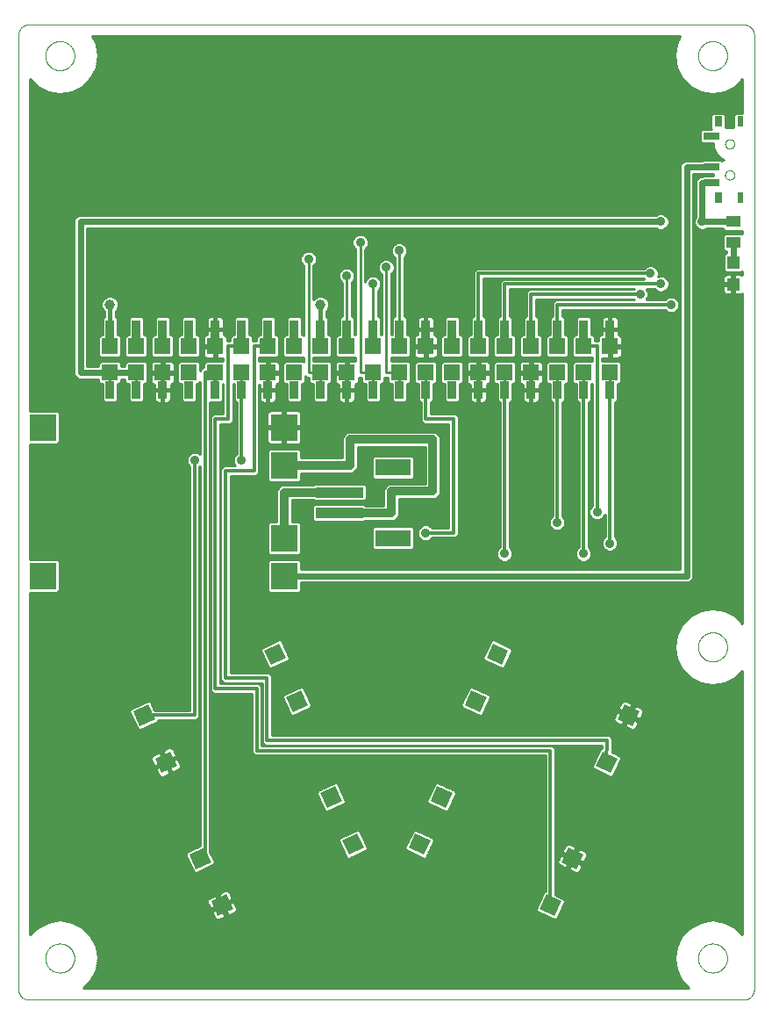
<source format=gbl>
G75*
%MOIN*%
%OFA0B0*%
%FSLAX25Y25*%
%IPPOS*%
%LPD*%
%AMOC8*
5,1,8,0,0,1.08239X$1,22.5*
%
%ADD10C,0.00000*%
%ADD11R,0.06000X0.06000*%
%ADD12R,0.03200X0.07000*%
%ADD13R,0.10000X0.10000*%
%ADD14R,0.06299X0.06102*%
%ADD15R,0.05512X0.04331*%
%ADD16R,0.04724X0.04724*%
%ADD17R,0.05906X0.02756*%
%ADD18R,0.02362X0.03937*%
%ADD19R,0.03150X0.03937*%
%ADD20R,0.18110X0.03937*%
%ADD21R,0.13386X0.06299*%
%ADD22C,0.01000*%
%ADD23C,0.03569*%
%ADD24C,0.03962*%
%ADD25C,0.01600*%
%ADD26C,0.01200*%
%ADD27C,0.02400*%
%ADD28C,0.03200*%
D10*
X0055057Y0008630D02*
X0055057Y0370835D01*
X0055059Y0370959D01*
X0055065Y0371082D01*
X0055074Y0371206D01*
X0055088Y0371328D01*
X0055105Y0371451D01*
X0055127Y0371573D01*
X0055152Y0371694D01*
X0055181Y0371814D01*
X0055213Y0371933D01*
X0055250Y0372052D01*
X0055290Y0372169D01*
X0055333Y0372284D01*
X0055381Y0372399D01*
X0055432Y0372511D01*
X0055486Y0372622D01*
X0055544Y0372732D01*
X0055605Y0372839D01*
X0055670Y0372945D01*
X0055738Y0373048D01*
X0055809Y0373149D01*
X0055883Y0373248D01*
X0055960Y0373345D01*
X0056041Y0373439D01*
X0056124Y0373530D01*
X0056210Y0373619D01*
X0056299Y0373705D01*
X0056390Y0373788D01*
X0056484Y0373869D01*
X0056581Y0373946D01*
X0056680Y0374020D01*
X0056781Y0374091D01*
X0056884Y0374159D01*
X0056990Y0374224D01*
X0057097Y0374285D01*
X0057207Y0374343D01*
X0057318Y0374397D01*
X0057430Y0374448D01*
X0057545Y0374496D01*
X0057660Y0374539D01*
X0057777Y0374579D01*
X0057896Y0374616D01*
X0058015Y0374648D01*
X0058135Y0374677D01*
X0058256Y0374702D01*
X0058378Y0374724D01*
X0058501Y0374741D01*
X0058623Y0374755D01*
X0058747Y0374764D01*
X0058870Y0374770D01*
X0058994Y0374772D01*
X0330647Y0374772D01*
X0330771Y0374770D01*
X0330894Y0374764D01*
X0331018Y0374755D01*
X0331140Y0374741D01*
X0331263Y0374724D01*
X0331385Y0374702D01*
X0331506Y0374677D01*
X0331626Y0374648D01*
X0331745Y0374616D01*
X0331864Y0374579D01*
X0331981Y0374539D01*
X0332096Y0374496D01*
X0332211Y0374448D01*
X0332323Y0374397D01*
X0332434Y0374343D01*
X0332544Y0374285D01*
X0332651Y0374224D01*
X0332757Y0374159D01*
X0332860Y0374091D01*
X0332961Y0374020D01*
X0333060Y0373946D01*
X0333157Y0373869D01*
X0333251Y0373788D01*
X0333342Y0373705D01*
X0333431Y0373619D01*
X0333517Y0373530D01*
X0333600Y0373439D01*
X0333681Y0373345D01*
X0333758Y0373248D01*
X0333832Y0373149D01*
X0333903Y0373048D01*
X0333971Y0372945D01*
X0334036Y0372839D01*
X0334097Y0372732D01*
X0334155Y0372622D01*
X0334209Y0372511D01*
X0334260Y0372399D01*
X0334308Y0372284D01*
X0334351Y0372169D01*
X0334391Y0372052D01*
X0334428Y0371933D01*
X0334460Y0371814D01*
X0334489Y0371694D01*
X0334514Y0371573D01*
X0334536Y0371451D01*
X0334553Y0371328D01*
X0334567Y0371206D01*
X0334576Y0371082D01*
X0334582Y0370959D01*
X0334584Y0370835D01*
X0334584Y0008630D01*
X0334582Y0008506D01*
X0334576Y0008383D01*
X0334567Y0008259D01*
X0334553Y0008137D01*
X0334536Y0008014D01*
X0334514Y0007892D01*
X0334489Y0007771D01*
X0334460Y0007651D01*
X0334428Y0007532D01*
X0334391Y0007413D01*
X0334351Y0007296D01*
X0334308Y0007181D01*
X0334260Y0007066D01*
X0334209Y0006954D01*
X0334155Y0006843D01*
X0334097Y0006733D01*
X0334036Y0006626D01*
X0333971Y0006520D01*
X0333903Y0006417D01*
X0333832Y0006316D01*
X0333758Y0006217D01*
X0333681Y0006120D01*
X0333600Y0006026D01*
X0333517Y0005935D01*
X0333431Y0005846D01*
X0333342Y0005760D01*
X0333251Y0005677D01*
X0333157Y0005596D01*
X0333060Y0005519D01*
X0332961Y0005445D01*
X0332860Y0005374D01*
X0332757Y0005306D01*
X0332651Y0005241D01*
X0332544Y0005180D01*
X0332434Y0005122D01*
X0332323Y0005068D01*
X0332211Y0005017D01*
X0332096Y0004969D01*
X0331981Y0004926D01*
X0331864Y0004886D01*
X0331745Y0004849D01*
X0331626Y0004817D01*
X0331506Y0004788D01*
X0331385Y0004763D01*
X0331263Y0004741D01*
X0331140Y0004724D01*
X0331018Y0004710D01*
X0330894Y0004701D01*
X0330771Y0004695D01*
X0330647Y0004693D01*
X0058994Y0004693D01*
X0058870Y0004695D01*
X0058747Y0004701D01*
X0058623Y0004710D01*
X0058501Y0004724D01*
X0058378Y0004741D01*
X0058256Y0004763D01*
X0058135Y0004788D01*
X0058015Y0004817D01*
X0057896Y0004849D01*
X0057777Y0004886D01*
X0057660Y0004926D01*
X0057545Y0004969D01*
X0057430Y0005017D01*
X0057318Y0005068D01*
X0057207Y0005122D01*
X0057097Y0005180D01*
X0056990Y0005241D01*
X0056884Y0005306D01*
X0056781Y0005374D01*
X0056680Y0005445D01*
X0056581Y0005519D01*
X0056484Y0005596D01*
X0056390Y0005677D01*
X0056299Y0005760D01*
X0056210Y0005846D01*
X0056124Y0005935D01*
X0056041Y0006026D01*
X0055960Y0006120D01*
X0055883Y0006217D01*
X0055809Y0006316D01*
X0055738Y0006417D01*
X0055670Y0006520D01*
X0055605Y0006626D01*
X0055544Y0006733D01*
X0055486Y0006843D01*
X0055432Y0006954D01*
X0055381Y0007066D01*
X0055333Y0007181D01*
X0055290Y0007296D01*
X0055250Y0007413D01*
X0055213Y0007532D01*
X0055181Y0007651D01*
X0055152Y0007771D01*
X0055127Y0007892D01*
X0055105Y0008014D01*
X0055088Y0008137D01*
X0055074Y0008259D01*
X0055065Y0008383D01*
X0055059Y0008506D01*
X0055057Y0008630D01*
X0065293Y0020441D02*
X0065295Y0020589D01*
X0065301Y0020737D01*
X0065311Y0020885D01*
X0065325Y0021032D01*
X0065343Y0021179D01*
X0065364Y0021325D01*
X0065390Y0021471D01*
X0065420Y0021616D01*
X0065453Y0021760D01*
X0065491Y0021903D01*
X0065532Y0022045D01*
X0065577Y0022186D01*
X0065625Y0022326D01*
X0065678Y0022465D01*
X0065734Y0022602D01*
X0065794Y0022737D01*
X0065857Y0022871D01*
X0065924Y0023003D01*
X0065995Y0023133D01*
X0066069Y0023261D01*
X0066146Y0023387D01*
X0066227Y0023511D01*
X0066311Y0023633D01*
X0066398Y0023752D01*
X0066489Y0023869D01*
X0066583Y0023984D01*
X0066679Y0024096D01*
X0066779Y0024206D01*
X0066881Y0024312D01*
X0066987Y0024416D01*
X0067095Y0024517D01*
X0067206Y0024615D01*
X0067319Y0024711D01*
X0067435Y0024803D01*
X0067553Y0024892D01*
X0067674Y0024977D01*
X0067797Y0025060D01*
X0067922Y0025139D01*
X0068049Y0025215D01*
X0068178Y0025287D01*
X0068309Y0025356D01*
X0068442Y0025421D01*
X0068577Y0025482D01*
X0068713Y0025540D01*
X0068850Y0025595D01*
X0068989Y0025645D01*
X0069130Y0025692D01*
X0069271Y0025735D01*
X0069414Y0025775D01*
X0069558Y0025810D01*
X0069702Y0025842D01*
X0069848Y0025869D01*
X0069994Y0025893D01*
X0070141Y0025913D01*
X0070288Y0025929D01*
X0070435Y0025941D01*
X0070583Y0025949D01*
X0070731Y0025953D01*
X0070879Y0025953D01*
X0071027Y0025949D01*
X0071175Y0025941D01*
X0071322Y0025929D01*
X0071469Y0025913D01*
X0071616Y0025893D01*
X0071762Y0025869D01*
X0071908Y0025842D01*
X0072052Y0025810D01*
X0072196Y0025775D01*
X0072339Y0025735D01*
X0072480Y0025692D01*
X0072621Y0025645D01*
X0072760Y0025595D01*
X0072897Y0025540D01*
X0073033Y0025482D01*
X0073168Y0025421D01*
X0073301Y0025356D01*
X0073432Y0025287D01*
X0073561Y0025215D01*
X0073688Y0025139D01*
X0073813Y0025060D01*
X0073936Y0024977D01*
X0074057Y0024892D01*
X0074175Y0024803D01*
X0074291Y0024711D01*
X0074404Y0024615D01*
X0074515Y0024517D01*
X0074623Y0024416D01*
X0074729Y0024312D01*
X0074831Y0024206D01*
X0074931Y0024096D01*
X0075027Y0023984D01*
X0075121Y0023869D01*
X0075212Y0023752D01*
X0075299Y0023633D01*
X0075383Y0023511D01*
X0075464Y0023387D01*
X0075541Y0023261D01*
X0075615Y0023133D01*
X0075686Y0023003D01*
X0075753Y0022871D01*
X0075816Y0022737D01*
X0075876Y0022602D01*
X0075932Y0022465D01*
X0075985Y0022326D01*
X0076033Y0022186D01*
X0076078Y0022045D01*
X0076119Y0021903D01*
X0076157Y0021760D01*
X0076190Y0021616D01*
X0076220Y0021471D01*
X0076246Y0021325D01*
X0076267Y0021179D01*
X0076285Y0021032D01*
X0076299Y0020885D01*
X0076309Y0020737D01*
X0076315Y0020589D01*
X0076317Y0020441D01*
X0076315Y0020293D01*
X0076309Y0020145D01*
X0076299Y0019997D01*
X0076285Y0019850D01*
X0076267Y0019703D01*
X0076246Y0019557D01*
X0076220Y0019411D01*
X0076190Y0019266D01*
X0076157Y0019122D01*
X0076119Y0018979D01*
X0076078Y0018837D01*
X0076033Y0018696D01*
X0075985Y0018556D01*
X0075932Y0018417D01*
X0075876Y0018280D01*
X0075816Y0018145D01*
X0075753Y0018011D01*
X0075686Y0017879D01*
X0075615Y0017749D01*
X0075541Y0017621D01*
X0075464Y0017495D01*
X0075383Y0017371D01*
X0075299Y0017249D01*
X0075212Y0017130D01*
X0075121Y0017013D01*
X0075027Y0016898D01*
X0074931Y0016786D01*
X0074831Y0016676D01*
X0074729Y0016570D01*
X0074623Y0016466D01*
X0074515Y0016365D01*
X0074404Y0016267D01*
X0074291Y0016171D01*
X0074175Y0016079D01*
X0074057Y0015990D01*
X0073936Y0015905D01*
X0073813Y0015822D01*
X0073688Y0015743D01*
X0073561Y0015667D01*
X0073432Y0015595D01*
X0073301Y0015526D01*
X0073168Y0015461D01*
X0073033Y0015400D01*
X0072897Y0015342D01*
X0072760Y0015287D01*
X0072621Y0015237D01*
X0072480Y0015190D01*
X0072339Y0015147D01*
X0072196Y0015107D01*
X0072052Y0015072D01*
X0071908Y0015040D01*
X0071762Y0015013D01*
X0071616Y0014989D01*
X0071469Y0014969D01*
X0071322Y0014953D01*
X0071175Y0014941D01*
X0071027Y0014933D01*
X0070879Y0014929D01*
X0070731Y0014929D01*
X0070583Y0014933D01*
X0070435Y0014941D01*
X0070288Y0014953D01*
X0070141Y0014969D01*
X0069994Y0014989D01*
X0069848Y0015013D01*
X0069702Y0015040D01*
X0069558Y0015072D01*
X0069414Y0015107D01*
X0069271Y0015147D01*
X0069130Y0015190D01*
X0068989Y0015237D01*
X0068850Y0015287D01*
X0068713Y0015342D01*
X0068577Y0015400D01*
X0068442Y0015461D01*
X0068309Y0015526D01*
X0068178Y0015595D01*
X0068049Y0015667D01*
X0067922Y0015743D01*
X0067797Y0015822D01*
X0067674Y0015905D01*
X0067553Y0015990D01*
X0067435Y0016079D01*
X0067319Y0016171D01*
X0067206Y0016267D01*
X0067095Y0016365D01*
X0066987Y0016466D01*
X0066881Y0016570D01*
X0066779Y0016676D01*
X0066679Y0016786D01*
X0066583Y0016898D01*
X0066489Y0017013D01*
X0066398Y0017130D01*
X0066311Y0017249D01*
X0066227Y0017371D01*
X0066146Y0017495D01*
X0066069Y0017621D01*
X0065995Y0017749D01*
X0065924Y0017879D01*
X0065857Y0018011D01*
X0065794Y0018145D01*
X0065734Y0018280D01*
X0065678Y0018417D01*
X0065625Y0018556D01*
X0065577Y0018696D01*
X0065532Y0018837D01*
X0065491Y0018979D01*
X0065453Y0019122D01*
X0065420Y0019266D01*
X0065390Y0019411D01*
X0065364Y0019557D01*
X0065343Y0019703D01*
X0065325Y0019850D01*
X0065311Y0019997D01*
X0065301Y0020145D01*
X0065295Y0020293D01*
X0065293Y0020441D01*
X0313324Y0020441D02*
X0313326Y0020589D01*
X0313332Y0020737D01*
X0313342Y0020885D01*
X0313356Y0021032D01*
X0313374Y0021179D01*
X0313395Y0021325D01*
X0313421Y0021471D01*
X0313451Y0021616D01*
X0313484Y0021760D01*
X0313522Y0021903D01*
X0313563Y0022045D01*
X0313608Y0022186D01*
X0313656Y0022326D01*
X0313709Y0022465D01*
X0313765Y0022602D01*
X0313825Y0022737D01*
X0313888Y0022871D01*
X0313955Y0023003D01*
X0314026Y0023133D01*
X0314100Y0023261D01*
X0314177Y0023387D01*
X0314258Y0023511D01*
X0314342Y0023633D01*
X0314429Y0023752D01*
X0314520Y0023869D01*
X0314614Y0023984D01*
X0314710Y0024096D01*
X0314810Y0024206D01*
X0314912Y0024312D01*
X0315018Y0024416D01*
X0315126Y0024517D01*
X0315237Y0024615D01*
X0315350Y0024711D01*
X0315466Y0024803D01*
X0315584Y0024892D01*
X0315705Y0024977D01*
X0315828Y0025060D01*
X0315953Y0025139D01*
X0316080Y0025215D01*
X0316209Y0025287D01*
X0316340Y0025356D01*
X0316473Y0025421D01*
X0316608Y0025482D01*
X0316744Y0025540D01*
X0316881Y0025595D01*
X0317020Y0025645D01*
X0317161Y0025692D01*
X0317302Y0025735D01*
X0317445Y0025775D01*
X0317589Y0025810D01*
X0317733Y0025842D01*
X0317879Y0025869D01*
X0318025Y0025893D01*
X0318172Y0025913D01*
X0318319Y0025929D01*
X0318466Y0025941D01*
X0318614Y0025949D01*
X0318762Y0025953D01*
X0318910Y0025953D01*
X0319058Y0025949D01*
X0319206Y0025941D01*
X0319353Y0025929D01*
X0319500Y0025913D01*
X0319647Y0025893D01*
X0319793Y0025869D01*
X0319939Y0025842D01*
X0320083Y0025810D01*
X0320227Y0025775D01*
X0320370Y0025735D01*
X0320511Y0025692D01*
X0320652Y0025645D01*
X0320791Y0025595D01*
X0320928Y0025540D01*
X0321064Y0025482D01*
X0321199Y0025421D01*
X0321332Y0025356D01*
X0321463Y0025287D01*
X0321592Y0025215D01*
X0321719Y0025139D01*
X0321844Y0025060D01*
X0321967Y0024977D01*
X0322088Y0024892D01*
X0322206Y0024803D01*
X0322322Y0024711D01*
X0322435Y0024615D01*
X0322546Y0024517D01*
X0322654Y0024416D01*
X0322760Y0024312D01*
X0322862Y0024206D01*
X0322962Y0024096D01*
X0323058Y0023984D01*
X0323152Y0023869D01*
X0323243Y0023752D01*
X0323330Y0023633D01*
X0323414Y0023511D01*
X0323495Y0023387D01*
X0323572Y0023261D01*
X0323646Y0023133D01*
X0323717Y0023003D01*
X0323784Y0022871D01*
X0323847Y0022737D01*
X0323907Y0022602D01*
X0323963Y0022465D01*
X0324016Y0022326D01*
X0324064Y0022186D01*
X0324109Y0022045D01*
X0324150Y0021903D01*
X0324188Y0021760D01*
X0324221Y0021616D01*
X0324251Y0021471D01*
X0324277Y0021325D01*
X0324298Y0021179D01*
X0324316Y0021032D01*
X0324330Y0020885D01*
X0324340Y0020737D01*
X0324346Y0020589D01*
X0324348Y0020441D01*
X0324346Y0020293D01*
X0324340Y0020145D01*
X0324330Y0019997D01*
X0324316Y0019850D01*
X0324298Y0019703D01*
X0324277Y0019557D01*
X0324251Y0019411D01*
X0324221Y0019266D01*
X0324188Y0019122D01*
X0324150Y0018979D01*
X0324109Y0018837D01*
X0324064Y0018696D01*
X0324016Y0018556D01*
X0323963Y0018417D01*
X0323907Y0018280D01*
X0323847Y0018145D01*
X0323784Y0018011D01*
X0323717Y0017879D01*
X0323646Y0017749D01*
X0323572Y0017621D01*
X0323495Y0017495D01*
X0323414Y0017371D01*
X0323330Y0017249D01*
X0323243Y0017130D01*
X0323152Y0017013D01*
X0323058Y0016898D01*
X0322962Y0016786D01*
X0322862Y0016676D01*
X0322760Y0016570D01*
X0322654Y0016466D01*
X0322546Y0016365D01*
X0322435Y0016267D01*
X0322322Y0016171D01*
X0322206Y0016079D01*
X0322088Y0015990D01*
X0321967Y0015905D01*
X0321844Y0015822D01*
X0321719Y0015743D01*
X0321592Y0015667D01*
X0321463Y0015595D01*
X0321332Y0015526D01*
X0321199Y0015461D01*
X0321064Y0015400D01*
X0320928Y0015342D01*
X0320791Y0015287D01*
X0320652Y0015237D01*
X0320511Y0015190D01*
X0320370Y0015147D01*
X0320227Y0015107D01*
X0320083Y0015072D01*
X0319939Y0015040D01*
X0319793Y0015013D01*
X0319647Y0014989D01*
X0319500Y0014969D01*
X0319353Y0014953D01*
X0319206Y0014941D01*
X0319058Y0014933D01*
X0318910Y0014929D01*
X0318762Y0014929D01*
X0318614Y0014933D01*
X0318466Y0014941D01*
X0318319Y0014953D01*
X0318172Y0014969D01*
X0318025Y0014989D01*
X0317879Y0015013D01*
X0317733Y0015040D01*
X0317589Y0015072D01*
X0317445Y0015107D01*
X0317302Y0015147D01*
X0317161Y0015190D01*
X0317020Y0015237D01*
X0316881Y0015287D01*
X0316744Y0015342D01*
X0316608Y0015400D01*
X0316473Y0015461D01*
X0316340Y0015526D01*
X0316209Y0015595D01*
X0316080Y0015667D01*
X0315953Y0015743D01*
X0315828Y0015822D01*
X0315705Y0015905D01*
X0315584Y0015990D01*
X0315466Y0016079D01*
X0315350Y0016171D01*
X0315237Y0016267D01*
X0315126Y0016365D01*
X0315018Y0016466D01*
X0314912Y0016570D01*
X0314810Y0016676D01*
X0314710Y0016786D01*
X0314614Y0016898D01*
X0314520Y0017013D01*
X0314429Y0017130D01*
X0314342Y0017249D01*
X0314258Y0017371D01*
X0314177Y0017495D01*
X0314100Y0017621D01*
X0314026Y0017749D01*
X0313955Y0017879D01*
X0313888Y0018011D01*
X0313825Y0018145D01*
X0313765Y0018280D01*
X0313709Y0018417D01*
X0313656Y0018556D01*
X0313608Y0018696D01*
X0313563Y0018837D01*
X0313522Y0018979D01*
X0313484Y0019122D01*
X0313451Y0019266D01*
X0313421Y0019411D01*
X0313395Y0019557D01*
X0313374Y0019703D01*
X0313356Y0019850D01*
X0313342Y0019997D01*
X0313332Y0020145D01*
X0313326Y0020293D01*
X0313324Y0020441D01*
X0313324Y0138551D02*
X0313326Y0138699D01*
X0313332Y0138847D01*
X0313342Y0138995D01*
X0313356Y0139142D01*
X0313374Y0139289D01*
X0313395Y0139435D01*
X0313421Y0139581D01*
X0313451Y0139726D01*
X0313484Y0139870D01*
X0313522Y0140013D01*
X0313563Y0140155D01*
X0313608Y0140296D01*
X0313656Y0140436D01*
X0313709Y0140575D01*
X0313765Y0140712D01*
X0313825Y0140847D01*
X0313888Y0140981D01*
X0313955Y0141113D01*
X0314026Y0141243D01*
X0314100Y0141371D01*
X0314177Y0141497D01*
X0314258Y0141621D01*
X0314342Y0141743D01*
X0314429Y0141862D01*
X0314520Y0141979D01*
X0314614Y0142094D01*
X0314710Y0142206D01*
X0314810Y0142316D01*
X0314912Y0142422D01*
X0315018Y0142526D01*
X0315126Y0142627D01*
X0315237Y0142725D01*
X0315350Y0142821D01*
X0315466Y0142913D01*
X0315584Y0143002D01*
X0315705Y0143087D01*
X0315828Y0143170D01*
X0315953Y0143249D01*
X0316080Y0143325D01*
X0316209Y0143397D01*
X0316340Y0143466D01*
X0316473Y0143531D01*
X0316608Y0143592D01*
X0316744Y0143650D01*
X0316881Y0143705D01*
X0317020Y0143755D01*
X0317161Y0143802D01*
X0317302Y0143845D01*
X0317445Y0143885D01*
X0317589Y0143920D01*
X0317733Y0143952D01*
X0317879Y0143979D01*
X0318025Y0144003D01*
X0318172Y0144023D01*
X0318319Y0144039D01*
X0318466Y0144051D01*
X0318614Y0144059D01*
X0318762Y0144063D01*
X0318910Y0144063D01*
X0319058Y0144059D01*
X0319206Y0144051D01*
X0319353Y0144039D01*
X0319500Y0144023D01*
X0319647Y0144003D01*
X0319793Y0143979D01*
X0319939Y0143952D01*
X0320083Y0143920D01*
X0320227Y0143885D01*
X0320370Y0143845D01*
X0320511Y0143802D01*
X0320652Y0143755D01*
X0320791Y0143705D01*
X0320928Y0143650D01*
X0321064Y0143592D01*
X0321199Y0143531D01*
X0321332Y0143466D01*
X0321463Y0143397D01*
X0321592Y0143325D01*
X0321719Y0143249D01*
X0321844Y0143170D01*
X0321967Y0143087D01*
X0322088Y0143002D01*
X0322206Y0142913D01*
X0322322Y0142821D01*
X0322435Y0142725D01*
X0322546Y0142627D01*
X0322654Y0142526D01*
X0322760Y0142422D01*
X0322862Y0142316D01*
X0322962Y0142206D01*
X0323058Y0142094D01*
X0323152Y0141979D01*
X0323243Y0141862D01*
X0323330Y0141743D01*
X0323414Y0141621D01*
X0323495Y0141497D01*
X0323572Y0141371D01*
X0323646Y0141243D01*
X0323717Y0141113D01*
X0323784Y0140981D01*
X0323847Y0140847D01*
X0323907Y0140712D01*
X0323963Y0140575D01*
X0324016Y0140436D01*
X0324064Y0140296D01*
X0324109Y0140155D01*
X0324150Y0140013D01*
X0324188Y0139870D01*
X0324221Y0139726D01*
X0324251Y0139581D01*
X0324277Y0139435D01*
X0324298Y0139289D01*
X0324316Y0139142D01*
X0324330Y0138995D01*
X0324340Y0138847D01*
X0324346Y0138699D01*
X0324348Y0138551D01*
X0324346Y0138403D01*
X0324340Y0138255D01*
X0324330Y0138107D01*
X0324316Y0137960D01*
X0324298Y0137813D01*
X0324277Y0137667D01*
X0324251Y0137521D01*
X0324221Y0137376D01*
X0324188Y0137232D01*
X0324150Y0137089D01*
X0324109Y0136947D01*
X0324064Y0136806D01*
X0324016Y0136666D01*
X0323963Y0136527D01*
X0323907Y0136390D01*
X0323847Y0136255D01*
X0323784Y0136121D01*
X0323717Y0135989D01*
X0323646Y0135859D01*
X0323572Y0135731D01*
X0323495Y0135605D01*
X0323414Y0135481D01*
X0323330Y0135359D01*
X0323243Y0135240D01*
X0323152Y0135123D01*
X0323058Y0135008D01*
X0322962Y0134896D01*
X0322862Y0134786D01*
X0322760Y0134680D01*
X0322654Y0134576D01*
X0322546Y0134475D01*
X0322435Y0134377D01*
X0322322Y0134281D01*
X0322206Y0134189D01*
X0322088Y0134100D01*
X0321967Y0134015D01*
X0321844Y0133932D01*
X0321719Y0133853D01*
X0321592Y0133777D01*
X0321463Y0133705D01*
X0321332Y0133636D01*
X0321199Y0133571D01*
X0321064Y0133510D01*
X0320928Y0133452D01*
X0320791Y0133397D01*
X0320652Y0133347D01*
X0320511Y0133300D01*
X0320370Y0133257D01*
X0320227Y0133217D01*
X0320083Y0133182D01*
X0319939Y0133150D01*
X0319793Y0133123D01*
X0319647Y0133099D01*
X0319500Y0133079D01*
X0319353Y0133063D01*
X0319206Y0133051D01*
X0319058Y0133043D01*
X0318910Y0133039D01*
X0318762Y0133039D01*
X0318614Y0133043D01*
X0318466Y0133051D01*
X0318319Y0133063D01*
X0318172Y0133079D01*
X0318025Y0133099D01*
X0317879Y0133123D01*
X0317733Y0133150D01*
X0317589Y0133182D01*
X0317445Y0133217D01*
X0317302Y0133257D01*
X0317161Y0133300D01*
X0317020Y0133347D01*
X0316881Y0133397D01*
X0316744Y0133452D01*
X0316608Y0133510D01*
X0316473Y0133571D01*
X0316340Y0133636D01*
X0316209Y0133705D01*
X0316080Y0133777D01*
X0315953Y0133853D01*
X0315828Y0133932D01*
X0315705Y0134015D01*
X0315584Y0134100D01*
X0315466Y0134189D01*
X0315350Y0134281D01*
X0315237Y0134377D01*
X0315126Y0134475D01*
X0315018Y0134576D01*
X0314912Y0134680D01*
X0314810Y0134786D01*
X0314710Y0134896D01*
X0314614Y0135008D01*
X0314520Y0135123D01*
X0314429Y0135240D01*
X0314342Y0135359D01*
X0314258Y0135481D01*
X0314177Y0135605D01*
X0314100Y0135731D01*
X0314026Y0135859D01*
X0313955Y0135989D01*
X0313888Y0136121D01*
X0313825Y0136255D01*
X0313765Y0136390D01*
X0313709Y0136527D01*
X0313656Y0136666D01*
X0313608Y0136806D01*
X0313563Y0136947D01*
X0313522Y0137089D01*
X0313484Y0137232D01*
X0313451Y0137376D01*
X0313421Y0137521D01*
X0313395Y0137667D01*
X0313374Y0137813D01*
X0313356Y0137960D01*
X0313342Y0138107D01*
X0313332Y0138255D01*
X0313326Y0138403D01*
X0313324Y0138551D01*
X0323560Y0317685D02*
X0323562Y0317769D01*
X0323568Y0317852D01*
X0323578Y0317935D01*
X0323592Y0318018D01*
X0323609Y0318100D01*
X0323631Y0318181D01*
X0323656Y0318260D01*
X0323685Y0318339D01*
X0323718Y0318416D01*
X0323754Y0318491D01*
X0323794Y0318565D01*
X0323837Y0318637D01*
X0323884Y0318706D01*
X0323934Y0318773D01*
X0323987Y0318838D01*
X0324043Y0318900D01*
X0324101Y0318960D01*
X0324163Y0319017D01*
X0324227Y0319070D01*
X0324294Y0319121D01*
X0324363Y0319168D01*
X0324434Y0319213D01*
X0324507Y0319253D01*
X0324582Y0319290D01*
X0324659Y0319324D01*
X0324737Y0319354D01*
X0324816Y0319380D01*
X0324897Y0319403D01*
X0324979Y0319421D01*
X0325061Y0319436D01*
X0325144Y0319447D01*
X0325227Y0319454D01*
X0325311Y0319457D01*
X0325395Y0319456D01*
X0325478Y0319451D01*
X0325562Y0319442D01*
X0325644Y0319429D01*
X0325726Y0319413D01*
X0325807Y0319392D01*
X0325888Y0319368D01*
X0325966Y0319340D01*
X0326044Y0319308D01*
X0326120Y0319272D01*
X0326194Y0319233D01*
X0326266Y0319191D01*
X0326336Y0319145D01*
X0326404Y0319096D01*
X0326469Y0319044D01*
X0326532Y0318989D01*
X0326592Y0318931D01*
X0326650Y0318870D01*
X0326704Y0318806D01*
X0326756Y0318740D01*
X0326804Y0318672D01*
X0326849Y0318601D01*
X0326890Y0318528D01*
X0326929Y0318454D01*
X0326963Y0318378D01*
X0326994Y0318300D01*
X0327021Y0318221D01*
X0327045Y0318140D01*
X0327064Y0318059D01*
X0327080Y0317977D01*
X0327092Y0317894D01*
X0327100Y0317810D01*
X0327104Y0317727D01*
X0327104Y0317643D01*
X0327100Y0317560D01*
X0327092Y0317476D01*
X0327080Y0317393D01*
X0327064Y0317311D01*
X0327045Y0317230D01*
X0327021Y0317149D01*
X0326994Y0317070D01*
X0326963Y0316992D01*
X0326929Y0316916D01*
X0326890Y0316842D01*
X0326849Y0316769D01*
X0326804Y0316698D01*
X0326756Y0316630D01*
X0326704Y0316564D01*
X0326650Y0316500D01*
X0326592Y0316439D01*
X0326532Y0316381D01*
X0326469Y0316326D01*
X0326404Y0316274D01*
X0326336Y0316225D01*
X0326266Y0316179D01*
X0326194Y0316137D01*
X0326120Y0316098D01*
X0326044Y0316062D01*
X0325966Y0316030D01*
X0325888Y0316002D01*
X0325807Y0315978D01*
X0325726Y0315957D01*
X0325644Y0315941D01*
X0325562Y0315928D01*
X0325478Y0315919D01*
X0325395Y0315914D01*
X0325311Y0315913D01*
X0325227Y0315916D01*
X0325144Y0315923D01*
X0325061Y0315934D01*
X0324979Y0315949D01*
X0324897Y0315967D01*
X0324816Y0315990D01*
X0324737Y0316016D01*
X0324659Y0316046D01*
X0324582Y0316080D01*
X0324507Y0316117D01*
X0324434Y0316157D01*
X0324363Y0316202D01*
X0324294Y0316249D01*
X0324227Y0316300D01*
X0324163Y0316353D01*
X0324101Y0316410D01*
X0324043Y0316470D01*
X0323987Y0316532D01*
X0323934Y0316597D01*
X0323884Y0316664D01*
X0323837Y0316733D01*
X0323794Y0316805D01*
X0323754Y0316879D01*
X0323718Y0316954D01*
X0323685Y0317031D01*
X0323656Y0317110D01*
X0323631Y0317189D01*
X0323609Y0317270D01*
X0323592Y0317352D01*
X0323578Y0317435D01*
X0323568Y0317518D01*
X0323562Y0317601D01*
X0323560Y0317685D01*
X0323560Y0329496D02*
X0323562Y0329580D01*
X0323568Y0329663D01*
X0323578Y0329746D01*
X0323592Y0329829D01*
X0323609Y0329911D01*
X0323631Y0329992D01*
X0323656Y0330071D01*
X0323685Y0330150D01*
X0323718Y0330227D01*
X0323754Y0330302D01*
X0323794Y0330376D01*
X0323837Y0330448D01*
X0323884Y0330517D01*
X0323934Y0330584D01*
X0323987Y0330649D01*
X0324043Y0330711D01*
X0324101Y0330771D01*
X0324163Y0330828D01*
X0324227Y0330881D01*
X0324294Y0330932D01*
X0324363Y0330979D01*
X0324434Y0331024D01*
X0324507Y0331064D01*
X0324582Y0331101D01*
X0324659Y0331135D01*
X0324737Y0331165D01*
X0324816Y0331191D01*
X0324897Y0331214D01*
X0324979Y0331232D01*
X0325061Y0331247D01*
X0325144Y0331258D01*
X0325227Y0331265D01*
X0325311Y0331268D01*
X0325395Y0331267D01*
X0325478Y0331262D01*
X0325562Y0331253D01*
X0325644Y0331240D01*
X0325726Y0331224D01*
X0325807Y0331203D01*
X0325888Y0331179D01*
X0325966Y0331151D01*
X0326044Y0331119D01*
X0326120Y0331083D01*
X0326194Y0331044D01*
X0326266Y0331002D01*
X0326336Y0330956D01*
X0326404Y0330907D01*
X0326469Y0330855D01*
X0326532Y0330800D01*
X0326592Y0330742D01*
X0326650Y0330681D01*
X0326704Y0330617D01*
X0326756Y0330551D01*
X0326804Y0330483D01*
X0326849Y0330412D01*
X0326890Y0330339D01*
X0326929Y0330265D01*
X0326963Y0330189D01*
X0326994Y0330111D01*
X0327021Y0330032D01*
X0327045Y0329951D01*
X0327064Y0329870D01*
X0327080Y0329788D01*
X0327092Y0329705D01*
X0327100Y0329621D01*
X0327104Y0329538D01*
X0327104Y0329454D01*
X0327100Y0329371D01*
X0327092Y0329287D01*
X0327080Y0329204D01*
X0327064Y0329122D01*
X0327045Y0329041D01*
X0327021Y0328960D01*
X0326994Y0328881D01*
X0326963Y0328803D01*
X0326929Y0328727D01*
X0326890Y0328653D01*
X0326849Y0328580D01*
X0326804Y0328509D01*
X0326756Y0328441D01*
X0326704Y0328375D01*
X0326650Y0328311D01*
X0326592Y0328250D01*
X0326532Y0328192D01*
X0326469Y0328137D01*
X0326404Y0328085D01*
X0326336Y0328036D01*
X0326266Y0327990D01*
X0326194Y0327948D01*
X0326120Y0327909D01*
X0326044Y0327873D01*
X0325966Y0327841D01*
X0325888Y0327813D01*
X0325807Y0327789D01*
X0325726Y0327768D01*
X0325644Y0327752D01*
X0325562Y0327739D01*
X0325478Y0327730D01*
X0325395Y0327725D01*
X0325311Y0327724D01*
X0325227Y0327727D01*
X0325144Y0327734D01*
X0325061Y0327745D01*
X0324979Y0327760D01*
X0324897Y0327778D01*
X0324816Y0327801D01*
X0324737Y0327827D01*
X0324659Y0327857D01*
X0324582Y0327891D01*
X0324507Y0327928D01*
X0324434Y0327968D01*
X0324363Y0328013D01*
X0324294Y0328060D01*
X0324227Y0328111D01*
X0324163Y0328164D01*
X0324101Y0328221D01*
X0324043Y0328281D01*
X0323987Y0328343D01*
X0323934Y0328408D01*
X0323884Y0328475D01*
X0323837Y0328544D01*
X0323794Y0328616D01*
X0323754Y0328690D01*
X0323718Y0328765D01*
X0323685Y0328842D01*
X0323656Y0328921D01*
X0323631Y0329000D01*
X0323609Y0329081D01*
X0323592Y0329163D01*
X0323578Y0329246D01*
X0323568Y0329329D01*
X0323562Y0329412D01*
X0323560Y0329496D01*
X0313324Y0362961D02*
X0313326Y0363109D01*
X0313332Y0363257D01*
X0313342Y0363405D01*
X0313356Y0363552D01*
X0313374Y0363699D01*
X0313395Y0363845D01*
X0313421Y0363991D01*
X0313451Y0364136D01*
X0313484Y0364280D01*
X0313522Y0364423D01*
X0313563Y0364565D01*
X0313608Y0364706D01*
X0313656Y0364846D01*
X0313709Y0364985D01*
X0313765Y0365122D01*
X0313825Y0365257D01*
X0313888Y0365391D01*
X0313955Y0365523D01*
X0314026Y0365653D01*
X0314100Y0365781D01*
X0314177Y0365907D01*
X0314258Y0366031D01*
X0314342Y0366153D01*
X0314429Y0366272D01*
X0314520Y0366389D01*
X0314614Y0366504D01*
X0314710Y0366616D01*
X0314810Y0366726D01*
X0314912Y0366832D01*
X0315018Y0366936D01*
X0315126Y0367037D01*
X0315237Y0367135D01*
X0315350Y0367231D01*
X0315466Y0367323D01*
X0315584Y0367412D01*
X0315705Y0367497D01*
X0315828Y0367580D01*
X0315953Y0367659D01*
X0316080Y0367735D01*
X0316209Y0367807D01*
X0316340Y0367876D01*
X0316473Y0367941D01*
X0316608Y0368002D01*
X0316744Y0368060D01*
X0316881Y0368115D01*
X0317020Y0368165D01*
X0317161Y0368212D01*
X0317302Y0368255D01*
X0317445Y0368295D01*
X0317589Y0368330D01*
X0317733Y0368362D01*
X0317879Y0368389D01*
X0318025Y0368413D01*
X0318172Y0368433D01*
X0318319Y0368449D01*
X0318466Y0368461D01*
X0318614Y0368469D01*
X0318762Y0368473D01*
X0318910Y0368473D01*
X0319058Y0368469D01*
X0319206Y0368461D01*
X0319353Y0368449D01*
X0319500Y0368433D01*
X0319647Y0368413D01*
X0319793Y0368389D01*
X0319939Y0368362D01*
X0320083Y0368330D01*
X0320227Y0368295D01*
X0320370Y0368255D01*
X0320511Y0368212D01*
X0320652Y0368165D01*
X0320791Y0368115D01*
X0320928Y0368060D01*
X0321064Y0368002D01*
X0321199Y0367941D01*
X0321332Y0367876D01*
X0321463Y0367807D01*
X0321592Y0367735D01*
X0321719Y0367659D01*
X0321844Y0367580D01*
X0321967Y0367497D01*
X0322088Y0367412D01*
X0322206Y0367323D01*
X0322322Y0367231D01*
X0322435Y0367135D01*
X0322546Y0367037D01*
X0322654Y0366936D01*
X0322760Y0366832D01*
X0322862Y0366726D01*
X0322962Y0366616D01*
X0323058Y0366504D01*
X0323152Y0366389D01*
X0323243Y0366272D01*
X0323330Y0366153D01*
X0323414Y0366031D01*
X0323495Y0365907D01*
X0323572Y0365781D01*
X0323646Y0365653D01*
X0323717Y0365523D01*
X0323784Y0365391D01*
X0323847Y0365257D01*
X0323907Y0365122D01*
X0323963Y0364985D01*
X0324016Y0364846D01*
X0324064Y0364706D01*
X0324109Y0364565D01*
X0324150Y0364423D01*
X0324188Y0364280D01*
X0324221Y0364136D01*
X0324251Y0363991D01*
X0324277Y0363845D01*
X0324298Y0363699D01*
X0324316Y0363552D01*
X0324330Y0363405D01*
X0324340Y0363257D01*
X0324346Y0363109D01*
X0324348Y0362961D01*
X0324346Y0362813D01*
X0324340Y0362665D01*
X0324330Y0362517D01*
X0324316Y0362370D01*
X0324298Y0362223D01*
X0324277Y0362077D01*
X0324251Y0361931D01*
X0324221Y0361786D01*
X0324188Y0361642D01*
X0324150Y0361499D01*
X0324109Y0361357D01*
X0324064Y0361216D01*
X0324016Y0361076D01*
X0323963Y0360937D01*
X0323907Y0360800D01*
X0323847Y0360665D01*
X0323784Y0360531D01*
X0323717Y0360399D01*
X0323646Y0360269D01*
X0323572Y0360141D01*
X0323495Y0360015D01*
X0323414Y0359891D01*
X0323330Y0359769D01*
X0323243Y0359650D01*
X0323152Y0359533D01*
X0323058Y0359418D01*
X0322962Y0359306D01*
X0322862Y0359196D01*
X0322760Y0359090D01*
X0322654Y0358986D01*
X0322546Y0358885D01*
X0322435Y0358787D01*
X0322322Y0358691D01*
X0322206Y0358599D01*
X0322088Y0358510D01*
X0321967Y0358425D01*
X0321844Y0358342D01*
X0321719Y0358263D01*
X0321592Y0358187D01*
X0321463Y0358115D01*
X0321332Y0358046D01*
X0321199Y0357981D01*
X0321064Y0357920D01*
X0320928Y0357862D01*
X0320791Y0357807D01*
X0320652Y0357757D01*
X0320511Y0357710D01*
X0320370Y0357667D01*
X0320227Y0357627D01*
X0320083Y0357592D01*
X0319939Y0357560D01*
X0319793Y0357533D01*
X0319647Y0357509D01*
X0319500Y0357489D01*
X0319353Y0357473D01*
X0319206Y0357461D01*
X0319058Y0357453D01*
X0318910Y0357449D01*
X0318762Y0357449D01*
X0318614Y0357453D01*
X0318466Y0357461D01*
X0318319Y0357473D01*
X0318172Y0357489D01*
X0318025Y0357509D01*
X0317879Y0357533D01*
X0317733Y0357560D01*
X0317589Y0357592D01*
X0317445Y0357627D01*
X0317302Y0357667D01*
X0317161Y0357710D01*
X0317020Y0357757D01*
X0316881Y0357807D01*
X0316744Y0357862D01*
X0316608Y0357920D01*
X0316473Y0357981D01*
X0316340Y0358046D01*
X0316209Y0358115D01*
X0316080Y0358187D01*
X0315953Y0358263D01*
X0315828Y0358342D01*
X0315705Y0358425D01*
X0315584Y0358510D01*
X0315466Y0358599D01*
X0315350Y0358691D01*
X0315237Y0358787D01*
X0315126Y0358885D01*
X0315018Y0358986D01*
X0314912Y0359090D01*
X0314810Y0359196D01*
X0314710Y0359306D01*
X0314614Y0359418D01*
X0314520Y0359533D01*
X0314429Y0359650D01*
X0314342Y0359769D01*
X0314258Y0359891D01*
X0314177Y0360015D01*
X0314100Y0360141D01*
X0314026Y0360269D01*
X0313955Y0360399D01*
X0313888Y0360531D01*
X0313825Y0360665D01*
X0313765Y0360800D01*
X0313709Y0360937D01*
X0313656Y0361076D01*
X0313608Y0361216D01*
X0313563Y0361357D01*
X0313522Y0361499D01*
X0313484Y0361642D01*
X0313451Y0361786D01*
X0313421Y0361931D01*
X0313395Y0362077D01*
X0313374Y0362223D01*
X0313356Y0362370D01*
X0313342Y0362517D01*
X0313332Y0362665D01*
X0313326Y0362813D01*
X0313324Y0362961D01*
X0065293Y0362961D02*
X0065295Y0363109D01*
X0065301Y0363257D01*
X0065311Y0363405D01*
X0065325Y0363552D01*
X0065343Y0363699D01*
X0065364Y0363845D01*
X0065390Y0363991D01*
X0065420Y0364136D01*
X0065453Y0364280D01*
X0065491Y0364423D01*
X0065532Y0364565D01*
X0065577Y0364706D01*
X0065625Y0364846D01*
X0065678Y0364985D01*
X0065734Y0365122D01*
X0065794Y0365257D01*
X0065857Y0365391D01*
X0065924Y0365523D01*
X0065995Y0365653D01*
X0066069Y0365781D01*
X0066146Y0365907D01*
X0066227Y0366031D01*
X0066311Y0366153D01*
X0066398Y0366272D01*
X0066489Y0366389D01*
X0066583Y0366504D01*
X0066679Y0366616D01*
X0066779Y0366726D01*
X0066881Y0366832D01*
X0066987Y0366936D01*
X0067095Y0367037D01*
X0067206Y0367135D01*
X0067319Y0367231D01*
X0067435Y0367323D01*
X0067553Y0367412D01*
X0067674Y0367497D01*
X0067797Y0367580D01*
X0067922Y0367659D01*
X0068049Y0367735D01*
X0068178Y0367807D01*
X0068309Y0367876D01*
X0068442Y0367941D01*
X0068577Y0368002D01*
X0068713Y0368060D01*
X0068850Y0368115D01*
X0068989Y0368165D01*
X0069130Y0368212D01*
X0069271Y0368255D01*
X0069414Y0368295D01*
X0069558Y0368330D01*
X0069702Y0368362D01*
X0069848Y0368389D01*
X0069994Y0368413D01*
X0070141Y0368433D01*
X0070288Y0368449D01*
X0070435Y0368461D01*
X0070583Y0368469D01*
X0070731Y0368473D01*
X0070879Y0368473D01*
X0071027Y0368469D01*
X0071175Y0368461D01*
X0071322Y0368449D01*
X0071469Y0368433D01*
X0071616Y0368413D01*
X0071762Y0368389D01*
X0071908Y0368362D01*
X0072052Y0368330D01*
X0072196Y0368295D01*
X0072339Y0368255D01*
X0072480Y0368212D01*
X0072621Y0368165D01*
X0072760Y0368115D01*
X0072897Y0368060D01*
X0073033Y0368002D01*
X0073168Y0367941D01*
X0073301Y0367876D01*
X0073432Y0367807D01*
X0073561Y0367735D01*
X0073688Y0367659D01*
X0073813Y0367580D01*
X0073936Y0367497D01*
X0074057Y0367412D01*
X0074175Y0367323D01*
X0074291Y0367231D01*
X0074404Y0367135D01*
X0074515Y0367037D01*
X0074623Y0366936D01*
X0074729Y0366832D01*
X0074831Y0366726D01*
X0074931Y0366616D01*
X0075027Y0366504D01*
X0075121Y0366389D01*
X0075212Y0366272D01*
X0075299Y0366153D01*
X0075383Y0366031D01*
X0075464Y0365907D01*
X0075541Y0365781D01*
X0075615Y0365653D01*
X0075686Y0365523D01*
X0075753Y0365391D01*
X0075816Y0365257D01*
X0075876Y0365122D01*
X0075932Y0364985D01*
X0075985Y0364846D01*
X0076033Y0364706D01*
X0076078Y0364565D01*
X0076119Y0364423D01*
X0076157Y0364280D01*
X0076190Y0364136D01*
X0076220Y0363991D01*
X0076246Y0363845D01*
X0076267Y0363699D01*
X0076285Y0363552D01*
X0076299Y0363405D01*
X0076309Y0363257D01*
X0076315Y0363109D01*
X0076317Y0362961D01*
X0076315Y0362813D01*
X0076309Y0362665D01*
X0076299Y0362517D01*
X0076285Y0362370D01*
X0076267Y0362223D01*
X0076246Y0362077D01*
X0076220Y0361931D01*
X0076190Y0361786D01*
X0076157Y0361642D01*
X0076119Y0361499D01*
X0076078Y0361357D01*
X0076033Y0361216D01*
X0075985Y0361076D01*
X0075932Y0360937D01*
X0075876Y0360800D01*
X0075816Y0360665D01*
X0075753Y0360531D01*
X0075686Y0360399D01*
X0075615Y0360269D01*
X0075541Y0360141D01*
X0075464Y0360015D01*
X0075383Y0359891D01*
X0075299Y0359769D01*
X0075212Y0359650D01*
X0075121Y0359533D01*
X0075027Y0359418D01*
X0074931Y0359306D01*
X0074831Y0359196D01*
X0074729Y0359090D01*
X0074623Y0358986D01*
X0074515Y0358885D01*
X0074404Y0358787D01*
X0074291Y0358691D01*
X0074175Y0358599D01*
X0074057Y0358510D01*
X0073936Y0358425D01*
X0073813Y0358342D01*
X0073688Y0358263D01*
X0073561Y0358187D01*
X0073432Y0358115D01*
X0073301Y0358046D01*
X0073168Y0357981D01*
X0073033Y0357920D01*
X0072897Y0357862D01*
X0072760Y0357807D01*
X0072621Y0357757D01*
X0072480Y0357710D01*
X0072339Y0357667D01*
X0072196Y0357627D01*
X0072052Y0357592D01*
X0071908Y0357560D01*
X0071762Y0357533D01*
X0071616Y0357509D01*
X0071469Y0357489D01*
X0071322Y0357473D01*
X0071175Y0357461D01*
X0071027Y0357453D01*
X0070879Y0357449D01*
X0070731Y0357449D01*
X0070583Y0357453D01*
X0070435Y0357461D01*
X0070288Y0357473D01*
X0070141Y0357489D01*
X0069994Y0357509D01*
X0069848Y0357533D01*
X0069702Y0357560D01*
X0069558Y0357592D01*
X0069414Y0357627D01*
X0069271Y0357667D01*
X0069130Y0357710D01*
X0068989Y0357757D01*
X0068850Y0357807D01*
X0068713Y0357862D01*
X0068577Y0357920D01*
X0068442Y0357981D01*
X0068309Y0358046D01*
X0068178Y0358115D01*
X0068049Y0358187D01*
X0067922Y0358263D01*
X0067797Y0358342D01*
X0067674Y0358425D01*
X0067553Y0358510D01*
X0067435Y0358599D01*
X0067319Y0358691D01*
X0067206Y0358787D01*
X0067095Y0358885D01*
X0066987Y0358986D01*
X0066881Y0359090D01*
X0066779Y0359196D01*
X0066679Y0359306D01*
X0066583Y0359418D01*
X0066489Y0359533D01*
X0066398Y0359650D01*
X0066311Y0359769D01*
X0066227Y0359891D01*
X0066146Y0360015D01*
X0066069Y0360141D01*
X0065995Y0360269D01*
X0065924Y0360399D01*
X0065857Y0360531D01*
X0065794Y0360665D01*
X0065734Y0360800D01*
X0065678Y0360937D01*
X0065625Y0361076D01*
X0065577Y0361216D01*
X0065532Y0361357D01*
X0065491Y0361499D01*
X0065453Y0361642D01*
X0065420Y0361786D01*
X0065390Y0361931D01*
X0065364Y0362077D01*
X0065343Y0362223D01*
X0065325Y0362370D01*
X0065311Y0362517D01*
X0065301Y0362665D01*
X0065295Y0362813D01*
X0065293Y0362961D01*
D11*
X0089809Y0252713D03*
X0089809Y0242713D03*
X0099809Y0242713D03*
X0099809Y0252713D03*
X0109809Y0252713D03*
X0109809Y0242713D03*
X0119809Y0242713D03*
X0119809Y0252713D03*
X0129809Y0252713D03*
X0129809Y0242713D03*
X0139809Y0242713D03*
X0139809Y0252713D03*
X0149809Y0252713D03*
X0149809Y0242713D03*
X0159809Y0242713D03*
X0159809Y0252713D03*
X0169809Y0252713D03*
X0169809Y0242713D03*
X0179809Y0242713D03*
X0179809Y0252713D03*
X0189809Y0252713D03*
X0189809Y0242713D03*
X0199809Y0242713D03*
X0199809Y0252713D03*
X0209809Y0252713D03*
X0209809Y0242713D03*
X0219809Y0242713D03*
X0219809Y0252713D03*
X0229809Y0252713D03*
X0229809Y0242713D03*
X0239809Y0242713D03*
X0239809Y0252713D03*
X0249809Y0252713D03*
X0249809Y0242713D03*
X0259809Y0242713D03*
X0259809Y0252713D03*
X0269809Y0252713D03*
X0269809Y0242713D03*
X0279809Y0242713D03*
X0279809Y0252713D03*
D12*
X0279809Y0259213D03*
X0269809Y0259213D03*
X0259809Y0259213D03*
X0249809Y0259213D03*
X0239809Y0259213D03*
X0229809Y0259213D03*
X0219809Y0259213D03*
X0209809Y0259213D03*
X0199809Y0259213D03*
X0189809Y0259213D03*
X0179809Y0259213D03*
X0169809Y0259213D03*
X0159809Y0259213D03*
X0149809Y0259213D03*
X0139809Y0259213D03*
X0129809Y0259213D03*
X0119809Y0259213D03*
X0109809Y0259213D03*
X0099809Y0259213D03*
X0089809Y0259213D03*
X0089809Y0236213D03*
X0099809Y0236213D03*
X0109809Y0236213D03*
X0119809Y0236213D03*
X0129809Y0236213D03*
X0139809Y0236213D03*
X0149809Y0236213D03*
X0159809Y0236213D03*
X0169809Y0236213D03*
X0179809Y0236213D03*
X0189809Y0236213D03*
X0199809Y0236213D03*
X0209809Y0236213D03*
X0219809Y0236213D03*
X0229809Y0236213D03*
X0239809Y0236213D03*
X0249809Y0236213D03*
X0259809Y0236213D03*
X0269809Y0236213D03*
X0279809Y0236213D03*
D13*
X0156041Y0221819D03*
X0156041Y0207449D03*
X0156041Y0179890D03*
X0156041Y0165520D03*
X0064309Y0165520D03*
X0064309Y0221819D03*
D14*
G36*
X0148414Y0137258D02*
X0154121Y0139919D01*
X0156700Y0134390D01*
X0150993Y0131729D01*
X0148414Y0137258D01*
G37*
G36*
X0156733Y0119417D02*
X0162440Y0122078D01*
X0165019Y0116549D01*
X0159312Y0113888D01*
X0156733Y0119417D01*
G37*
G36*
X0169739Y0082998D02*
X0175446Y0085659D01*
X0178025Y0080130D01*
X0172318Y0077469D01*
X0169739Y0082998D01*
G37*
G36*
X0178058Y0065157D02*
X0183765Y0067818D01*
X0186344Y0062289D01*
X0180637Y0059628D01*
X0178058Y0065157D01*
G37*
G36*
X0209004Y0059628D02*
X0203297Y0062289D01*
X0205876Y0067818D01*
X0211583Y0065157D01*
X0209004Y0059628D01*
G37*
G36*
X0217323Y0077469D02*
X0211616Y0080130D01*
X0214195Y0085659D01*
X0219902Y0082998D01*
X0217323Y0077469D01*
G37*
G36*
X0230329Y0113888D02*
X0224622Y0116549D01*
X0227201Y0122078D01*
X0232908Y0119417D01*
X0230329Y0113888D01*
G37*
G36*
X0238648Y0131729D02*
X0232941Y0134390D01*
X0235520Y0139919D01*
X0241227Y0137258D01*
X0238648Y0131729D01*
G37*
G36*
X0280105Y0090677D02*
X0274398Y0093338D01*
X0276977Y0098867D01*
X0282684Y0096206D01*
X0280105Y0090677D01*
G37*
G36*
X0288424Y0108518D02*
X0282717Y0111179D01*
X0285296Y0116708D01*
X0291003Y0114047D01*
X0288424Y0108518D01*
G37*
G36*
X0267099Y0054258D02*
X0261392Y0056919D01*
X0263971Y0062448D01*
X0269678Y0059787D01*
X0267099Y0054258D01*
G37*
G36*
X0258779Y0036417D02*
X0253072Y0039078D01*
X0255651Y0044607D01*
X0261358Y0041946D01*
X0258779Y0036417D01*
G37*
G36*
X0128283Y0041946D02*
X0133990Y0044607D01*
X0136569Y0039078D01*
X0130862Y0036417D01*
X0128283Y0041946D01*
G37*
G36*
X0119963Y0059787D02*
X0125670Y0062448D01*
X0128249Y0056919D01*
X0122542Y0054258D01*
X0119963Y0059787D01*
G37*
G36*
X0106957Y0096206D02*
X0112664Y0098867D01*
X0115243Y0093338D01*
X0109536Y0090677D01*
X0106957Y0096206D01*
G37*
G36*
X0098638Y0114047D02*
X0104345Y0116708D01*
X0106924Y0111179D01*
X0101217Y0108518D01*
X0098638Y0114047D01*
G37*
D15*
X0326710Y0292094D03*
X0326710Y0299969D03*
D16*
X0326710Y0284417D03*
X0326710Y0276150D03*
D17*
X0318443Y0314732D03*
X0318443Y0320638D03*
X0318443Y0332449D03*
D18*
X0329269Y0337961D03*
X0329269Y0309220D03*
D19*
X0321002Y0309220D03*
X0321002Y0337961D03*
D20*
X0176923Y0197220D03*
X0176923Y0189346D03*
D21*
X0197395Y0179898D03*
X0197395Y0206669D03*
D22*
X0196212Y0200506D02*
X0195146Y0200065D01*
X0194330Y0199249D01*
X0193889Y0198183D01*
X0193889Y0192246D01*
X0186885Y0192246D01*
X0186516Y0192615D01*
X0167329Y0192615D01*
X0166568Y0191853D01*
X0166568Y0186839D01*
X0167329Y0186078D01*
X0186516Y0186078D01*
X0186885Y0186446D01*
X0197366Y0186446D01*
X0198432Y0186888D01*
X0199247Y0187704D01*
X0199689Y0188770D01*
X0199689Y0194706D01*
X0213114Y0194706D01*
X0214180Y0195148D01*
X0214996Y0195964D01*
X0215437Y0197029D01*
X0215437Y0217868D01*
X0214996Y0218934D01*
X0214180Y0219750D01*
X0213114Y0220191D01*
X0180464Y0220191D01*
X0179398Y0219750D01*
X0178582Y0218934D01*
X0178141Y0217868D01*
X0178141Y0210349D01*
X0162341Y0210349D01*
X0162341Y0212987D01*
X0161579Y0213749D01*
X0150502Y0213749D01*
X0149741Y0212987D01*
X0149741Y0201910D01*
X0150502Y0201149D01*
X0161579Y0201149D01*
X0162341Y0201910D01*
X0162341Y0204549D01*
X0181618Y0204549D01*
X0182684Y0204990D01*
X0183499Y0205806D01*
X0183941Y0206872D01*
X0183941Y0214391D01*
X0209637Y0214391D01*
X0209637Y0200506D01*
X0196212Y0200506D01*
X0195958Y0200401D02*
X0186604Y0200401D01*
X0186516Y0200489D02*
X0187278Y0199727D01*
X0187278Y0194713D01*
X0186516Y0193952D01*
X0167329Y0193952D01*
X0166961Y0194320D01*
X0158941Y0194320D01*
X0158941Y0186190D01*
X0161579Y0186190D01*
X0162341Y0185428D01*
X0162341Y0174351D01*
X0161579Y0173590D01*
X0150502Y0173590D01*
X0149741Y0174351D01*
X0149741Y0185428D01*
X0150502Y0186190D01*
X0153141Y0186190D01*
X0153141Y0197797D01*
X0153582Y0198863D01*
X0154398Y0199679D01*
X0155464Y0200120D01*
X0166961Y0200120D01*
X0167329Y0200489D01*
X0186516Y0200489D01*
X0187278Y0199403D02*
X0194484Y0199403D01*
X0193981Y0198404D02*
X0187278Y0198404D01*
X0187278Y0197406D02*
X0193889Y0197406D01*
X0193889Y0196407D02*
X0187278Y0196407D01*
X0187278Y0195409D02*
X0193889Y0195409D01*
X0193889Y0194410D02*
X0186975Y0194410D01*
X0186718Y0192413D02*
X0193889Y0192413D01*
X0193889Y0193412D02*
X0158941Y0193412D01*
X0158941Y0192413D02*
X0167127Y0192413D01*
X0166568Y0191415D02*
X0158941Y0191415D01*
X0158941Y0190416D02*
X0166568Y0190416D01*
X0166568Y0189418D02*
X0158941Y0189418D01*
X0158941Y0188419D02*
X0166568Y0188419D01*
X0166568Y0187420D02*
X0158941Y0187420D01*
X0158941Y0186422D02*
X0166985Y0186422D01*
X0162341Y0185423D02*
X0218511Y0185423D01*
X0218511Y0184425D02*
X0211604Y0184425D01*
X0211556Y0184473D02*
X0210422Y0184943D01*
X0209195Y0184943D01*
X0208062Y0184473D01*
X0207194Y0183605D01*
X0206724Y0182472D01*
X0206724Y0181245D01*
X0207194Y0180111D01*
X0208062Y0179244D01*
X0209195Y0178774D01*
X0210422Y0178774D01*
X0211556Y0179244D01*
X0212270Y0179958D01*
X0221198Y0179958D01*
X0222311Y0181071D01*
X0222311Y0225952D01*
X0221198Y0227065D01*
X0211709Y0227065D01*
X0211709Y0231413D01*
X0211947Y0231413D01*
X0212709Y0232174D01*
X0212709Y0238413D01*
X0213347Y0238413D01*
X0214109Y0239174D01*
X0214109Y0246251D01*
X0213347Y0247013D01*
X0206270Y0247013D01*
X0205509Y0246251D01*
X0205509Y0239174D01*
X0206270Y0238413D01*
X0206909Y0238413D01*
X0206909Y0232174D01*
X0207670Y0231413D01*
X0207909Y0231413D01*
X0207909Y0224378D01*
X0209022Y0223265D01*
X0218511Y0223265D01*
X0218511Y0183758D01*
X0212270Y0183758D01*
X0211556Y0184473D01*
X0208014Y0184425D02*
X0162341Y0184425D01*
X0162341Y0183426D02*
X0189402Y0183426D01*
X0189402Y0183586D02*
X0189402Y0176210D01*
X0190164Y0175448D01*
X0204627Y0175448D01*
X0205388Y0176210D01*
X0205388Y0183586D01*
X0204627Y0184347D01*
X0190164Y0184347D01*
X0189402Y0183586D01*
X0189402Y0182428D02*
X0162341Y0182428D01*
X0162341Y0181429D02*
X0189402Y0181429D01*
X0189402Y0180431D02*
X0162341Y0180431D01*
X0162341Y0179432D02*
X0189402Y0179432D01*
X0189402Y0178434D02*
X0162341Y0178434D01*
X0162341Y0177435D02*
X0189402Y0177435D01*
X0189402Y0176437D02*
X0162341Y0176437D01*
X0162341Y0175438D02*
X0237073Y0175438D01*
X0237194Y0175731D02*
X0236724Y0174598D01*
X0236724Y0173371D01*
X0237194Y0172237D01*
X0238062Y0171370D01*
X0239195Y0170900D01*
X0240422Y0170900D01*
X0241556Y0171370D01*
X0242423Y0172237D01*
X0242893Y0173371D01*
X0242893Y0174598D01*
X0242423Y0175731D01*
X0241709Y0176446D01*
X0241709Y0231413D01*
X0241947Y0231413D01*
X0242709Y0232174D01*
X0242709Y0238413D01*
X0243347Y0238413D01*
X0244109Y0239174D01*
X0244109Y0246251D01*
X0243347Y0247013D01*
X0236270Y0247013D01*
X0235509Y0246251D01*
X0235509Y0239174D01*
X0236270Y0238413D01*
X0236909Y0238413D01*
X0236909Y0232174D01*
X0237670Y0231413D01*
X0237909Y0231413D01*
X0237909Y0176446D01*
X0237194Y0175731D01*
X0237899Y0176437D02*
X0205388Y0176437D01*
X0205388Y0177435D02*
X0237909Y0177435D01*
X0237909Y0178434D02*
X0205388Y0178434D01*
X0205388Y0179432D02*
X0207873Y0179432D01*
X0207062Y0180431D02*
X0205388Y0180431D01*
X0205388Y0181429D02*
X0206724Y0181429D01*
X0206724Y0182428D02*
X0205388Y0182428D01*
X0205388Y0183426D02*
X0207120Y0183426D01*
X0211745Y0179432D02*
X0237909Y0179432D01*
X0237909Y0180431D02*
X0221671Y0180431D01*
X0222311Y0181429D02*
X0237909Y0181429D01*
X0237909Y0182428D02*
X0222311Y0182428D01*
X0222311Y0183426D02*
X0237909Y0183426D01*
X0237909Y0184425D02*
X0222311Y0184425D01*
X0222311Y0185423D02*
X0237909Y0185423D01*
X0237909Y0186422D02*
X0222311Y0186422D01*
X0222311Y0187420D02*
X0237909Y0187420D01*
X0237909Y0188419D02*
X0222311Y0188419D01*
X0222311Y0189418D02*
X0237909Y0189418D01*
X0237909Y0190416D02*
X0222311Y0190416D01*
X0222311Y0191415D02*
X0237909Y0191415D01*
X0237909Y0192413D02*
X0222311Y0192413D01*
X0222311Y0193412D02*
X0237909Y0193412D01*
X0237909Y0194410D02*
X0222311Y0194410D01*
X0222311Y0195409D02*
X0237909Y0195409D01*
X0237909Y0196407D02*
X0222311Y0196407D01*
X0222311Y0197406D02*
X0237909Y0197406D01*
X0237909Y0198404D02*
X0222311Y0198404D01*
X0222311Y0199403D02*
X0237909Y0199403D01*
X0237909Y0200401D02*
X0222311Y0200401D01*
X0222311Y0201400D02*
X0237909Y0201400D01*
X0237909Y0202398D02*
X0222311Y0202398D01*
X0222311Y0203397D02*
X0237909Y0203397D01*
X0237909Y0204395D02*
X0222311Y0204395D01*
X0222311Y0205394D02*
X0237909Y0205394D01*
X0237909Y0206392D02*
X0222311Y0206392D01*
X0222311Y0207391D02*
X0237909Y0207391D01*
X0237909Y0208389D02*
X0222311Y0208389D01*
X0222311Y0209388D02*
X0237909Y0209388D01*
X0237909Y0210386D02*
X0222311Y0210386D01*
X0222311Y0211385D02*
X0237909Y0211385D01*
X0237909Y0212383D02*
X0222311Y0212383D01*
X0222311Y0213382D02*
X0237909Y0213382D01*
X0237909Y0214380D02*
X0222311Y0214380D01*
X0222311Y0215379D02*
X0237909Y0215379D01*
X0237909Y0216377D02*
X0222311Y0216377D01*
X0222311Y0217376D02*
X0237909Y0217376D01*
X0237909Y0218374D02*
X0222311Y0218374D01*
X0222311Y0219373D02*
X0237909Y0219373D01*
X0237909Y0220371D02*
X0222311Y0220371D01*
X0222311Y0221370D02*
X0237909Y0221370D01*
X0237909Y0222368D02*
X0222311Y0222368D01*
X0222311Y0223367D02*
X0237909Y0223367D01*
X0237909Y0224365D02*
X0222311Y0224365D01*
X0222311Y0225364D02*
X0237909Y0225364D01*
X0237909Y0226362D02*
X0221901Y0226362D01*
X0218511Y0222368D02*
X0162541Y0222368D01*
X0162541Y0222319D02*
X0162541Y0227016D01*
X0162439Y0227398D01*
X0162241Y0227740D01*
X0161962Y0228019D01*
X0161620Y0228217D01*
X0161238Y0228319D01*
X0156541Y0228319D01*
X0156541Y0222319D01*
X0155541Y0222319D01*
X0155541Y0228319D01*
X0150843Y0228319D01*
X0150462Y0228217D01*
X0150120Y0228019D01*
X0149841Y0227740D01*
X0149643Y0227398D01*
X0149541Y0227016D01*
X0149541Y0222319D01*
X0155541Y0222319D01*
X0155541Y0221319D01*
X0149541Y0221319D01*
X0149541Y0216621D01*
X0149643Y0216240D01*
X0149841Y0215898D01*
X0150120Y0215619D01*
X0150462Y0215421D01*
X0150843Y0215319D01*
X0155541Y0215319D01*
X0155541Y0221319D01*
X0156541Y0221319D01*
X0156541Y0222319D01*
X0162541Y0222319D01*
X0162541Y0221319D02*
X0162541Y0216621D01*
X0162439Y0216240D01*
X0162241Y0215898D01*
X0161962Y0215619D01*
X0161620Y0215421D01*
X0161238Y0215319D01*
X0156541Y0215319D01*
X0156541Y0221319D01*
X0162541Y0221319D01*
X0162541Y0220371D02*
X0218511Y0220371D01*
X0218511Y0219373D02*
X0214557Y0219373D01*
X0215227Y0218374D02*
X0218511Y0218374D01*
X0218511Y0217376D02*
X0215437Y0217376D01*
X0215437Y0216377D02*
X0218511Y0216377D01*
X0218511Y0215379D02*
X0215437Y0215379D01*
X0215437Y0214380D02*
X0218511Y0214380D01*
X0218511Y0213382D02*
X0215437Y0213382D01*
X0215437Y0212383D02*
X0218511Y0212383D01*
X0218511Y0211385D02*
X0215437Y0211385D01*
X0215437Y0210386D02*
X0218511Y0210386D01*
X0218511Y0209388D02*
X0215437Y0209388D01*
X0215437Y0208389D02*
X0218511Y0208389D01*
X0218511Y0207391D02*
X0215437Y0207391D01*
X0215437Y0206392D02*
X0218511Y0206392D01*
X0218511Y0205394D02*
X0215437Y0205394D01*
X0215437Y0204395D02*
X0218511Y0204395D01*
X0218511Y0203397D02*
X0215437Y0203397D01*
X0215437Y0202398D02*
X0218511Y0202398D01*
X0218511Y0201400D02*
X0215437Y0201400D01*
X0215437Y0200401D02*
X0218511Y0200401D01*
X0218511Y0199403D02*
X0215437Y0199403D01*
X0215437Y0198404D02*
X0218511Y0198404D01*
X0218511Y0197406D02*
X0215437Y0197406D01*
X0215179Y0196407D02*
X0218511Y0196407D01*
X0218511Y0195409D02*
X0214441Y0195409D01*
X0218511Y0194410D02*
X0199689Y0194410D01*
X0199689Y0193412D02*
X0218511Y0193412D01*
X0218511Y0192413D02*
X0199689Y0192413D01*
X0199689Y0191415D02*
X0218511Y0191415D01*
X0218511Y0190416D02*
X0199689Y0190416D01*
X0199689Y0189418D02*
X0218511Y0189418D01*
X0218511Y0188419D02*
X0199544Y0188419D01*
X0198964Y0187420D02*
X0218511Y0187420D01*
X0218511Y0186422D02*
X0186860Y0186422D01*
X0190164Y0202220D02*
X0204627Y0202220D01*
X0205388Y0202981D01*
X0205388Y0210357D01*
X0204627Y0211119D01*
X0190164Y0211119D01*
X0189402Y0210357D01*
X0189402Y0202981D01*
X0190164Y0202220D01*
X0189985Y0202398D02*
X0162341Y0202398D01*
X0162341Y0203397D02*
X0189402Y0203397D01*
X0189402Y0204395D02*
X0162341Y0204395D01*
X0161830Y0201400D02*
X0209637Y0201400D01*
X0209637Y0202398D02*
X0204805Y0202398D01*
X0205388Y0203397D02*
X0209637Y0203397D01*
X0209637Y0204395D02*
X0205388Y0204395D01*
X0205388Y0205394D02*
X0209637Y0205394D01*
X0209637Y0206392D02*
X0205388Y0206392D01*
X0205388Y0207391D02*
X0209637Y0207391D01*
X0209637Y0208389D02*
X0205388Y0208389D01*
X0205388Y0209388D02*
X0209637Y0209388D01*
X0209637Y0210386D02*
X0205359Y0210386D01*
X0209637Y0211385D02*
X0183941Y0211385D01*
X0183941Y0212383D02*
X0209637Y0212383D01*
X0209637Y0213382D02*
X0183941Y0213382D01*
X0183941Y0214380D02*
X0209637Y0214380D01*
X0218511Y0221370D02*
X0156541Y0221370D01*
X0156541Y0222368D02*
X0155541Y0222368D01*
X0155541Y0221370D02*
X0146524Y0221370D01*
X0146524Y0222368D02*
X0149541Y0222368D01*
X0149541Y0223367D02*
X0146524Y0223367D01*
X0146524Y0224365D02*
X0149541Y0224365D01*
X0149541Y0225364D02*
X0146524Y0225364D01*
X0146524Y0226362D02*
X0149541Y0226362D01*
X0149633Y0227361D02*
X0146524Y0227361D01*
X0146524Y0228359D02*
X0207909Y0228359D01*
X0207909Y0227361D02*
X0162449Y0227361D01*
X0162541Y0226362D02*
X0207909Y0226362D01*
X0207909Y0225364D02*
X0162541Y0225364D01*
X0162541Y0224365D02*
X0207922Y0224365D01*
X0208920Y0223367D02*
X0162541Y0223367D01*
X0162541Y0219373D02*
X0179021Y0219373D01*
X0178351Y0218374D02*
X0162541Y0218374D01*
X0162541Y0217376D02*
X0178141Y0217376D01*
X0178141Y0216377D02*
X0162476Y0216377D01*
X0161462Y0215379D02*
X0178141Y0215379D01*
X0178141Y0214380D02*
X0146524Y0214380D01*
X0146524Y0213382D02*
X0150135Y0213382D01*
X0149741Y0212383D02*
X0146524Y0212383D01*
X0146524Y0211385D02*
X0149741Y0211385D01*
X0149741Y0210386D02*
X0146524Y0210386D01*
X0146524Y0209388D02*
X0149741Y0209388D01*
X0149741Y0208389D02*
X0146524Y0208389D01*
X0146524Y0207391D02*
X0149741Y0207391D01*
X0149741Y0206392D02*
X0146524Y0206392D01*
X0146524Y0205394D02*
X0149741Y0205394D01*
X0149741Y0204395D02*
X0146225Y0204395D01*
X0146524Y0204693D02*
X0146524Y0238236D01*
X0146611Y0238213D01*
X0146709Y0238213D01*
X0146709Y0236513D01*
X0149509Y0236513D01*
X0149509Y0241213D01*
X0149309Y0241213D01*
X0149309Y0242213D01*
X0150309Y0242213D01*
X0150309Y0243213D01*
X0149309Y0243213D01*
X0149309Y0247213D01*
X0146611Y0247213D01*
X0146524Y0247189D01*
X0146524Y0248413D01*
X0153347Y0248413D01*
X0154109Y0249174D01*
X0154109Y0256251D01*
X0153347Y0257013D01*
X0152709Y0257013D01*
X0152709Y0263251D01*
X0151947Y0264013D01*
X0147670Y0264013D01*
X0146909Y0263251D01*
X0146909Y0257013D01*
X0146270Y0257013D01*
X0145509Y0256251D01*
X0145509Y0254613D01*
X0144109Y0254613D01*
X0144109Y0256251D01*
X0143347Y0257013D01*
X0142709Y0257013D01*
X0142709Y0263251D01*
X0141947Y0264013D01*
X0137670Y0264013D01*
X0136909Y0263251D01*
X0136909Y0257013D01*
X0136270Y0257013D01*
X0135509Y0256251D01*
X0135509Y0254613D01*
X0134309Y0254613D01*
X0134309Y0255910D01*
X0134206Y0256292D01*
X0134009Y0256634D01*
X0133730Y0256913D01*
X0133388Y0257110D01*
X0133006Y0257213D01*
X0132909Y0257213D01*
X0132909Y0258913D01*
X0130109Y0258913D01*
X0130109Y0259513D01*
X0129509Y0259513D01*
X0129509Y0264213D01*
X0128011Y0264213D01*
X0127630Y0264110D01*
X0127288Y0263913D01*
X0127008Y0263634D01*
X0126811Y0263292D01*
X0126709Y0262910D01*
X0126709Y0259513D01*
X0129509Y0259513D01*
X0129509Y0258913D01*
X0126709Y0258913D01*
X0126709Y0257213D01*
X0126611Y0257213D01*
X0126230Y0257110D01*
X0125888Y0256913D01*
X0125608Y0256634D01*
X0125411Y0256292D01*
X0125309Y0255910D01*
X0125309Y0253213D01*
X0129309Y0253213D01*
X0129309Y0254213D01*
X0129509Y0254213D01*
X0129509Y0258913D01*
X0130109Y0258913D01*
X0130109Y0254213D01*
X0130309Y0254213D01*
X0130309Y0253213D01*
X0129309Y0253213D01*
X0129309Y0252213D01*
X0125309Y0252213D01*
X0125309Y0249515D01*
X0125411Y0249134D01*
X0125608Y0248792D01*
X0125888Y0248512D01*
X0126230Y0248315D01*
X0126611Y0248213D01*
X0129309Y0248213D01*
X0129309Y0252213D01*
X0130309Y0252213D01*
X0130309Y0248213D01*
X0132881Y0248213D01*
X0132881Y0247013D01*
X0126270Y0247013D01*
X0125509Y0246251D01*
X0125509Y0244613D01*
X0125136Y0244613D01*
X0124109Y0243585D01*
X0124109Y0246251D01*
X0123347Y0247013D01*
X0116270Y0247013D01*
X0115509Y0246251D01*
X0115509Y0239174D01*
X0116270Y0238413D01*
X0116909Y0238413D01*
X0116909Y0232174D01*
X0117670Y0231413D01*
X0121947Y0231413D01*
X0122709Y0232174D01*
X0122709Y0238413D01*
X0123347Y0238413D01*
X0124023Y0239088D01*
X0124023Y0211742D01*
X0123733Y0212032D01*
X0122599Y0212502D01*
X0121372Y0212502D01*
X0120239Y0212032D01*
X0119371Y0211164D01*
X0118902Y0210031D01*
X0118902Y0208804D01*
X0119371Y0207670D01*
X0120086Y0206956D01*
X0120086Y0114513D01*
X0106805Y0114513D01*
X0105297Y0117747D01*
X0104285Y0118115D01*
X0097600Y0114998D01*
X0097231Y0113986D01*
X0100265Y0107479D01*
X0101277Y0107111D01*
X0107962Y0110228D01*
X0108139Y0110713D01*
X0122773Y0110713D01*
X0123886Y0111826D01*
X0123886Y0206956D01*
X0124023Y0207093D01*
X0124023Y0063115D01*
X0118925Y0060738D01*
X0118557Y0059726D01*
X0121591Y0053219D01*
X0122603Y0052851D01*
X0129288Y0055968D01*
X0129656Y0056980D01*
X0127823Y0060912D01*
X0127823Y0231413D01*
X0131947Y0231413D01*
X0132709Y0232174D01*
X0132709Y0238413D01*
X0132881Y0238413D01*
X0132881Y0227065D01*
X0129073Y0227065D01*
X0127960Y0225952D01*
X0127960Y0122016D01*
X0129073Y0120903D01*
X0143708Y0120903D01*
X0143708Y0098394D01*
X0144821Y0097281D01*
X0255315Y0097281D01*
X0255315Y0045870D01*
X0254700Y0045646D01*
X0251666Y0039140D01*
X0252034Y0038128D01*
X0258719Y0035010D01*
X0259731Y0035379D01*
X0262765Y0041885D01*
X0262397Y0042897D01*
X0259115Y0044427D01*
X0259115Y0099968D01*
X0258002Y0101081D01*
X0147508Y0101081D01*
X0147508Y0123590D01*
X0146395Y0124703D01*
X0131760Y0124703D01*
X0131760Y0223265D01*
X0135568Y0223265D01*
X0136681Y0224378D01*
X0136681Y0238413D01*
X0136909Y0238413D01*
X0136909Y0232174D01*
X0137670Y0231413D01*
X0137909Y0231413D01*
X0137909Y0211879D01*
X0137194Y0211164D01*
X0136724Y0210031D01*
X0136724Y0208804D01*
X0137194Y0207670D01*
X0137484Y0207380D01*
X0133010Y0207380D01*
X0131897Y0206267D01*
X0131897Y0125953D01*
X0133010Y0124840D01*
X0147645Y0124840D01*
X0147645Y0102331D01*
X0148758Y0101218D01*
X0276875Y0101218D01*
X0276838Y0100202D01*
X0276025Y0099906D01*
X0272991Y0093399D01*
X0273359Y0092387D01*
X0280044Y0089270D01*
X0281056Y0089638D01*
X0284091Y0096145D01*
X0283722Y0097157D01*
X0280583Y0098621D01*
X0280717Y0102303D01*
X0280745Y0102331D01*
X0280745Y0103083D01*
X0280773Y0103835D01*
X0280745Y0103865D01*
X0280745Y0103905D01*
X0280213Y0104437D01*
X0279701Y0104988D01*
X0279661Y0104990D01*
X0279632Y0105018D01*
X0278880Y0105018D01*
X0278128Y0105046D01*
X0278099Y0105018D01*
X0151445Y0105018D01*
X0151445Y0127527D01*
X0150332Y0128640D01*
X0135697Y0128640D01*
X0135697Y0203580D01*
X0145411Y0203580D01*
X0146524Y0204693D01*
X0149741Y0203397D02*
X0135697Y0203397D01*
X0135697Y0202398D02*
X0149741Y0202398D01*
X0150252Y0201400D02*
X0135697Y0201400D01*
X0135697Y0200401D02*
X0167241Y0200401D01*
X0162341Y0210386D02*
X0178141Y0210386D01*
X0178141Y0211385D02*
X0162341Y0211385D01*
X0162341Y0212383D02*
X0178141Y0212383D01*
X0178141Y0213382D02*
X0161946Y0213382D01*
X0156541Y0215379D02*
X0155541Y0215379D01*
X0155541Y0216377D02*
X0156541Y0216377D01*
X0156541Y0217376D02*
X0155541Y0217376D01*
X0155541Y0218374D02*
X0156541Y0218374D01*
X0156541Y0219373D02*
X0155541Y0219373D01*
X0155541Y0220371D02*
X0156541Y0220371D01*
X0156541Y0223367D02*
X0155541Y0223367D01*
X0155541Y0224365D02*
X0156541Y0224365D01*
X0156541Y0225364D02*
X0155541Y0225364D01*
X0155541Y0226362D02*
X0156541Y0226362D01*
X0156541Y0227361D02*
X0155541Y0227361D01*
X0157670Y0231413D02*
X0161947Y0231413D01*
X0162709Y0232174D01*
X0162709Y0238413D01*
X0163347Y0238413D01*
X0164109Y0239174D01*
X0164109Y0241351D01*
X0164547Y0240913D01*
X0165509Y0240913D01*
X0165509Y0239174D01*
X0166270Y0238413D01*
X0166909Y0238413D01*
X0166909Y0232174D01*
X0167670Y0231413D01*
X0171947Y0231413D01*
X0172709Y0232174D01*
X0172709Y0238413D01*
X0173347Y0238413D01*
X0174109Y0239174D01*
X0174109Y0246251D01*
X0173347Y0247013D01*
X0167093Y0247013D01*
X0167093Y0248413D01*
X0173347Y0248413D01*
X0174109Y0249174D01*
X0174109Y0256251D01*
X0173347Y0257013D01*
X0172709Y0257013D01*
X0172709Y0263251D01*
X0171947Y0264013D01*
X0171909Y0264013D01*
X0171909Y0265932D01*
X0172590Y0266614D01*
X0173090Y0267820D01*
X0173090Y0269125D01*
X0172590Y0270331D01*
X0171667Y0271254D01*
X0170461Y0271754D01*
X0169156Y0271754D01*
X0167950Y0271254D01*
X0167093Y0270397D01*
X0167093Y0283233D01*
X0167908Y0284048D01*
X0168377Y0285182D01*
X0168377Y0286409D01*
X0167908Y0287542D01*
X0167040Y0288410D01*
X0165906Y0288880D01*
X0164679Y0288880D01*
X0163546Y0288410D01*
X0162678Y0287542D01*
X0162209Y0286409D01*
X0162209Y0285182D01*
X0162678Y0284048D01*
X0163493Y0283233D01*
X0163493Y0256867D01*
X0163347Y0257013D01*
X0162709Y0257013D01*
X0162709Y0263251D01*
X0161947Y0264013D01*
X0157670Y0264013D01*
X0156909Y0263251D01*
X0156909Y0257013D01*
X0156270Y0257013D01*
X0155509Y0256251D01*
X0155509Y0249174D01*
X0156270Y0248413D01*
X0163347Y0248413D01*
X0163493Y0248558D01*
X0163493Y0246867D01*
X0163347Y0247013D01*
X0156270Y0247013D01*
X0155509Y0246251D01*
X0155509Y0239174D01*
X0156270Y0238413D01*
X0156909Y0238413D01*
X0156909Y0232174D01*
X0157670Y0231413D01*
X0156909Y0232353D02*
X0152865Y0232353D01*
X0152909Y0232515D02*
X0152909Y0235913D01*
X0150109Y0235913D01*
X0150109Y0236513D01*
X0149509Y0236513D01*
X0149509Y0235913D01*
X0146709Y0235913D01*
X0146709Y0232515D01*
X0146811Y0232134D01*
X0147008Y0231792D01*
X0147288Y0231512D01*
X0147630Y0231315D01*
X0148011Y0231213D01*
X0149509Y0231213D01*
X0149509Y0235913D01*
X0150109Y0235913D01*
X0150109Y0231213D01*
X0151606Y0231213D01*
X0151988Y0231315D01*
X0152330Y0231512D01*
X0152609Y0231792D01*
X0152806Y0232134D01*
X0152909Y0232515D01*
X0152909Y0233352D02*
X0156909Y0233352D01*
X0156909Y0234351D02*
X0152909Y0234351D01*
X0152909Y0235349D02*
X0156909Y0235349D01*
X0156909Y0236348D02*
X0150109Y0236348D01*
X0150109Y0236513D02*
X0152909Y0236513D01*
X0152909Y0238213D01*
X0153006Y0238213D01*
X0153388Y0238315D01*
X0153730Y0238512D01*
X0154009Y0238792D01*
X0154206Y0239134D01*
X0154309Y0239515D01*
X0154309Y0242213D01*
X0150309Y0242213D01*
X0150309Y0241213D01*
X0150109Y0241213D01*
X0150109Y0236513D01*
X0149509Y0236348D02*
X0146524Y0236348D01*
X0146524Y0237346D02*
X0146709Y0237346D01*
X0146709Y0235349D02*
X0146524Y0235349D01*
X0146524Y0234351D02*
X0146709Y0234351D01*
X0146709Y0233352D02*
X0146524Y0233352D01*
X0146524Y0232353D02*
X0146752Y0232353D01*
X0146524Y0231355D02*
X0147560Y0231355D01*
X0146524Y0230356D02*
X0207909Y0230356D01*
X0207909Y0229358D02*
X0146524Y0229358D01*
X0149509Y0231355D02*
X0150109Y0231355D01*
X0150109Y0232353D02*
X0149509Y0232353D01*
X0149509Y0233352D02*
X0150109Y0233352D01*
X0150109Y0234351D02*
X0149509Y0234351D01*
X0149509Y0235349D02*
X0150109Y0235349D01*
X0150109Y0237346D02*
X0149509Y0237346D01*
X0149509Y0238345D02*
X0150109Y0238345D01*
X0150109Y0239343D02*
X0149509Y0239343D01*
X0149509Y0240342D02*
X0150109Y0240342D01*
X0150309Y0241340D02*
X0149309Y0241340D01*
X0150309Y0242339D02*
X0155509Y0242339D01*
X0155509Y0243337D02*
X0154309Y0243337D01*
X0154309Y0243213D02*
X0154309Y0245910D01*
X0154206Y0246292D01*
X0154009Y0246634D01*
X0153730Y0246913D01*
X0153388Y0247110D01*
X0153006Y0247213D01*
X0150309Y0247213D01*
X0150309Y0243213D01*
X0154309Y0243213D01*
X0154309Y0244336D02*
X0155509Y0244336D01*
X0155509Y0245334D02*
X0154309Y0245334D01*
X0154183Y0246333D02*
X0155590Y0246333D01*
X0155509Y0249328D02*
X0154109Y0249328D01*
X0154109Y0250327D02*
X0155509Y0250327D01*
X0155509Y0251325D02*
X0154109Y0251325D01*
X0154109Y0252324D02*
X0155509Y0252324D01*
X0155509Y0253322D02*
X0154109Y0253322D01*
X0154109Y0254321D02*
X0155509Y0254321D01*
X0155509Y0255319D02*
X0154109Y0255319D01*
X0154042Y0256318D02*
X0155575Y0256318D01*
X0156909Y0257316D02*
X0152709Y0257316D01*
X0152709Y0258315D02*
X0156909Y0258315D01*
X0156909Y0259313D02*
X0152709Y0259313D01*
X0152709Y0260312D02*
X0156909Y0260312D01*
X0156909Y0261310D02*
X0152709Y0261310D01*
X0152709Y0262309D02*
X0156909Y0262309D01*
X0156965Y0263307D02*
X0152652Y0263307D01*
X0149809Y0259213D02*
X0149809Y0252713D01*
X0145509Y0255319D02*
X0144109Y0255319D01*
X0144042Y0256318D02*
X0145575Y0256318D01*
X0146909Y0257316D02*
X0142709Y0257316D01*
X0142709Y0258315D02*
X0146909Y0258315D01*
X0146909Y0259313D02*
X0142709Y0259313D01*
X0142709Y0260312D02*
X0146909Y0260312D01*
X0146909Y0261310D02*
X0142709Y0261310D01*
X0142709Y0262309D02*
X0146909Y0262309D01*
X0146965Y0263307D02*
X0142652Y0263307D01*
X0139809Y0259213D02*
X0139809Y0252713D01*
X0135509Y0255319D02*
X0134309Y0255319D01*
X0134191Y0256318D02*
X0135575Y0256318D01*
X0136909Y0257316D02*
X0132909Y0257316D01*
X0132909Y0258315D02*
X0136909Y0258315D01*
X0136909Y0259313D02*
X0130109Y0259313D01*
X0130109Y0259513D02*
X0132909Y0259513D01*
X0132909Y0262910D01*
X0132806Y0263292D01*
X0132609Y0263634D01*
X0132330Y0263913D01*
X0131988Y0264110D01*
X0131606Y0264213D01*
X0130109Y0264213D01*
X0130109Y0259513D01*
X0129509Y0259313D02*
X0122709Y0259313D01*
X0122709Y0258315D02*
X0126709Y0258315D01*
X0126709Y0257316D02*
X0122709Y0257316D01*
X0122709Y0257013D02*
X0122709Y0263251D01*
X0121947Y0264013D01*
X0117670Y0264013D01*
X0116909Y0263251D01*
X0116909Y0257013D01*
X0116270Y0257013D01*
X0115509Y0256251D01*
X0115509Y0249174D01*
X0116270Y0248413D01*
X0123347Y0248413D01*
X0124109Y0249174D01*
X0124109Y0256251D01*
X0123347Y0257013D01*
X0122709Y0257013D01*
X0124042Y0256318D02*
X0125426Y0256318D01*
X0125309Y0255319D02*
X0124109Y0255319D01*
X0124109Y0254321D02*
X0125309Y0254321D01*
X0125309Y0253322D02*
X0124109Y0253322D01*
X0124109Y0252324D02*
X0129309Y0252324D01*
X0129309Y0253322D02*
X0130309Y0253322D01*
X0130109Y0254321D02*
X0129509Y0254321D01*
X0129509Y0255319D02*
X0130109Y0255319D01*
X0130109Y0256318D02*
X0129509Y0256318D01*
X0129509Y0257316D02*
X0130109Y0257316D01*
X0130109Y0258315D02*
X0129509Y0258315D01*
X0129509Y0260312D02*
X0130109Y0260312D01*
X0130109Y0261310D02*
X0129509Y0261310D01*
X0129509Y0262309D02*
X0130109Y0262309D01*
X0130109Y0263307D02*
X0129509Y0263307D01*
X0126820Y0263307D02*
X0122652Y0263307D01*
X0122709Y0262309D02*
X0126709Y0262309D01*
X0126709Y0261310D02*
X0122709Y0261310D01*
X0122709Y0260312D02*
X0126709Y0260312D01*
X0132909Y0260312D02*
X0136909Y0260312D01*
X0136909Y0261310D02*
X0132909Y0261310D01*
X0132909Y0262309D02*
X0136909Y0262309D01*
X0136965Y0263307D02*
X0132797Y0263307D01*
X0130309Y0251325D02*
X0129309Y0251325D01*
X0129309Y0250327D02*
X0130309Y0250327D01*
X0130309Y0249328D02*
X0129309Y0249328D01*
X0129309Y0248330D02*
X0130309Y0248330D01*
X0132881Y0247331D02*
X0081179Y0247331D01*
X0081179Y0246333D02*
X0085590Y0246333D01*
X0085509Y0246251D02*
X0085509Y0245213D01*
X0081179Y0245213D01*
X0081179Y0297469D01*
X0297289Y0297469D01*
X0297404Y0297354D01*
X0298538Y0296884D01*
X0299765Y0296884D01*
X0300898Y0297354D01*
X0301766Y0298221D01*
X0302235Y0299355D01*
X0302235Y0300582D01*
X0301766Y0301716D01*
X0300898Y0302583D01*
X0299765Y0303053D01*
X0298538Y0303053D01*
X0297404Y0302583D01*
X0297289Y0302468D01*
X0078181Y0302468D01*
X0077263Y0302088D01*
X0076559Y0301385D01*
X0076179Y0300466D01*
X0076179Y0242215D01*
X0076559Y0241296D01*
X0077263Y0240593D01*
X0078181Y0240213D01*
X0085509Y0240213D01*
X0085509Y0239174D01*
X0086270Y0238413D01*
X0086909Y0238413D01*
X0086909Y0232174D01*
X0087670Y0231413D01*
X0091947Y0231413D01*
X0092709Y0232174D01*
X0092709Y0238413D01*
X0093347Y0238413D01*
X0094109Y0239174D01*
X0094109Y0240213D01*
X0095509Y0240213D01*
X0095509Y0239174D01*
X0096270Y0238413D01*
X0096909Y0238413D01*
X0096909Y0232174D01*
X0097670Y0231413D01*
X0101947Y0231413D01*
X0102709Y0232174D01*
X0102709Y0238413D01*
X0103347Y0238413D01*
X0104109Y0239174D01*
X0104109Y0246251D01*
X0103347Y0247013D01*
X0096270Y0247013D01*
X0095509Y0246251D01*
X0095509Y0245213D01*
X0094109Y0245213D01*
X0094109Y0246251D01*
X0093347Y0247013D01*
X0086270Y0247013D01*
X0085509Y0246251D01*
X0085509Y0245334D02*
X0081179Y0245334D01*
X0081179Y0248330D02*
X0126204Y0248330D01*
X0125359Y0249328D02*
X0124109Y0249328D01*
X0124109Y0250327D02*
X0125309Y0250327D01*
X0125309Y0251325D02*
X0124109Y0251325D01*
X0124027Y0246333D02*
X0125590Y0246333D01*
X0125509Y0245334D02*
X0124109Y0245334D01*
X0124109Y0244336D02*
X0124859Y0244336D01*
X0124023Y0238345D02*
X0122709Y0238345D01*
X0122709Y0237346D02*
X0124023Y0237346D01*
X0124023Y0236348D02*
X0122709Y0236348D01*
X0122709Y0235349D02*
X0124023Y0235349D01*
X0124023Y0234351D02*
X0122709Y0234351D01*
X0122709Y0233352D02*
X0124023Y0233352D01*
X0124023Y0232353D02*
X0122709Y0232353D01*
X0124023Y0231355D02*
X0112057Y0231355D01*
X0111988Y0231315D02*
X0112330Y0231512D01*
X0112609Y0231792D01*
X0112806Y0232134D01*
X0112909Y0232515D01*
X0112909Y0235913D01*
X0110109Y0235913D01*
X0110109Y0236513D01*
X0109509Y0236513D01*
X0109509Y0241213D01*
X0109309Y0241213D01*
X0109309Y0242213D01*
X0105309Y0242213D01*
X0105309Y0239515D01*
X0105411Y0239134D01*
X0105608Y0238792D01*
X0105888Y0238512D01*
X0106230Y0238315D01*
X0106611Y0238213D01*
X0106709Y0238213D01*
X0106709Y0236513D01*
X0109509Y0236513D01*
X0109509Y0235913D01*
X0106709Y0235913D01*
X0106709Y0232515D01*
X0106811Y0232134D01*
X0107008Y0231792D01*
X0107288Y0231512D01*
X0107630Y0231315D01*
X0108011Y0231213D01*
X0109509Y0231213D01*
X0109509Y0235913D01*
X0110109Y0235913D01*
X0110109Y0231213D01*
X0111606Y0231213D01*
X0111988Y0231315D01*
X0112865Y0232353D02*
X0116909Y0232353D01*
X0116909Y0233352D02*
X0112909Y0233352D01*
X0112909Y0234351D02*
X0116909Y0234351D01*
X0116909Y0235349D02*
X0112909Y0235349D01*
X0112909Y0236513D02*
X0112909Y0238213D01*
X0113006Y0238213D01*
X0113388Y0238315D01*
X0113730Y0238512D01*
X0114009Y0238792D01*
X0114206Y0239134D01*
X0114309Y0239515D01*
X0114309Y0242213D01*
X0110309Y0242213D01*
X0110309Y0243213D01*
X0109309Y0243213D01*
X0109309Y0247213D01*
X0106611Y0247213D01*
X0106230Y0247110D01*
X0105888Y0246913D01*
X0105608Y0246634D01*
X0105411Y0246292D01*
X0105309Y0245910D01*
X0105309Y0243213D01*
X0109309Y0243213D01*
X0109309Y0242213D01*
X0110309Y0242213D01*
X0110309Y0241213D01*
X0110109Y0241213D01*
X0110109Y0236513D01*
X0112909Y0236513D01*
X0112909Y0237346D02*
X0116909Y0237346D01*
X0116909Y0236348D02*
X0110109Y0236348D01*
X0109509Y0236348D02*
X0102709Y0236348D01*
X0102709Y0237346D02*
X0106709Y0237346D01*
X0106178Y0238345D02*
X0102709Y0238345D01*
X0104109Y0239343D02*
X0105355Y0239343D01*
X0105309Y0240342D02*
X0104109Y0240342D01*
X0104109Y0241340D02*
X0105309Y0241340D01*
X0104109Y0242339D02*
X0109309Y0242339D01*
X0109309Y0243337D02*
X0110309Y0243337D01*
X0110309Y0243213D02*
X0110309Y0247213D01*
X0113006Y0247213D01*
X0113388Y0247110D01*
X0113730Y0246913D01*
X0114009Y0246634D01*
X0114206Y0246292D01*
X0114309Y0245910D01*
X0114309Y0243213D01*
X0110309Y0243213D01*
X0110309Y0242339D02*
X0115509Y0242339D01*
X0115509Y0243337D02*
X0114309Y0243337D01*
X0114309Y0244336D02*
X0115509Y0244336D01*
X0115509Y0245334D02*
X0114309Y0245334D01*
X0114183Y0246333D02*
X0115590Y0246333D01*
X0115509Y0249328D02*
X0114109Y0249328D01*
X0114109Y0249174D02*
X0113347Y0248413D01*
X0106270Y0248413D01*
X0105509Y0249174D01*
X0105509Y0256251D01*
X0106270Y0257013D01*
X0106909Y0257013D01*
X0106909Y0263251D01*
X0107670Y0264013D01*
X0111947Y0264013D01*
X0112709Y0263251D01*
X0112709Y0257013D01*
X0113347Y0257013D01*
X0114109Y0256251D01*
X0114109Y0249174D01*
X0114109Y0250327D02*
X0115509Y0250327D01*
X0115509Y0251325D02*
X0114109Y0251325D01*
X0114109Y0252324D02*
X0115509Y0252324D01*
X0115509Y0253322D02*
X0114109Y0253322D01*
X0114109Y0254321D02*
X0115509Y0254321D01*
X0115509Y0255319D02*
X0114109Y0255319D01*
X0114042Y0256318D02*
X0115575Y0256318D01*
X0116909Y0257316D02*
X0112709Y0257316D01*
X0112709Y0258315D02*
X0116909Y0258315D01*
X0116909Y0259313D02*
X0112709Y0259313D01*
X0112709Y0260312D02*
X0116909Y0260312D01*
X0116909Y0261310D02*
X0112709Y0261310D01*
X0112709Y0262309D02*
X0116909Y0262309D01*
X0116965Y0263307D02*
X0112652Y0263307D01*
X0106965Y0263307D02*
X0102652Y0263307D01*
X0102709Y0263251D02*
X0101947Y0264013D01*
X0097670Y0264013D01*
X0096909Y0263251D01*
X0096909Y0257013D01*
X0096270Y0257013D01*
X0095509Y0256251D01*
X0095509Y0249174D01*
X0096270Y0248413D01*
X0103347Y0248413D01*
X0104109Y0249174D01*
X0104109Y0256251D01*
X0103347Y0257013D01*
X0102709Y0257013D01*
X0102709Y0263251D01*
X0102709Y0262309D02*
X0106909Y0262309D01*
X0106909Y0261310D02*
X0102709Y0261310D01*
X0102709Y0260312D02*
X0106909Y0260312D01*
X0106909Y0259313D02*
X0102709Y0259313D01*
X0102709Y0258315D02*
X0106909Y0258315D01*
X0106909Y0257316D02*
X0102709Y0257316D01*
X0104042Y0256318D02*
X0105575Y0256318D01*
X0105509Y0255319D02*
X0104109Y0255319D01*
X0104109Y0254321D02*
X0105509Y0254321D01*
X0105509Y0253322D02*
X0104109Y0253322D01*
X0104109Y0252324D02*
X0105509Y0252324D01*
X0105509Y0251325D02*
X0104109Y0251325D01*
X0104109Y0250327D02*
X0105509Y0250327D01*
X0105509Y0249328D02*
X0104109Y0249328D01*
X0104027Y0246333D02*
X0105435Y0246333D01*
X0105309Y0245334D02*
X0104109Y0245334D01*
X0104109Y0244336D02*
X0105309Y0244336D01*
X0105309Y0243337D02*
X0104109Y0243337D01*
X0099809Y0242713D02*
X0099809Y0236213D01*
X0096909Y0236348D02*
X0092709Y0236348D01*
X0092709Y0237346D02*
X0096909Y0237346D01*
X0096909Y0238345D02*
X0092709Y0238345D01*
X0094109Y0239343D02*
X0095509Y0239343D01*
X0096909Y0235349D02*
X0092709Y0235349D01*
X0092709Y0234351D02*
X0096909Y0234351D01*
X0096909Y0233352D02*
X0092709Y0233352D01*
X0092709Y0232353D02*
X0096909Y0232353D01*
X0102709Y0232353D02*
X0106752Y0232353D01*
X0106709Y0233352D02*
X0102709Y0233352D01*
X0102709Y0234351D02*
X0106709Y0234351D01*
X0106709Y0235349D02*
X0102709Y0235349D01*
X0107560Y0231355D02*
X0059557Y0231355D01*
X0059557Y0232353D02*
X0086909Y0232353D01*
X0086909Y0233352D02*
X0059557Y0233352D01*
X0059557Y0234351D02*
X0086909Y0234351D01*
X0086909Y0235349D02*
X0059557Y0235349D01*
X0059557Y0236348D02*
X0086909Y0236348D01*
X0086909Y0237346D02*
X0059557Y0237346D01*
X0059557Y0238345D02*
X0086909Y0238345D01*
X0085509Y0239343D02*
X0059557Y0239343D01*
X0059557Y0240342D02*
X0077870Y0240342D01*
X0076541Y0241340D02*
X0059557Y0241340D01*
X0059557Y0242339D02*
X0076179Y0242339D01*
X0076179Y0243337D02*
X0059557Y0243337D01*
X0059557Y0244336D02*
X0076179Y0244336D01*
X0076179Y0245334D02*
X0059557Y0245334D01*
X0059557Y0246333D02*
X0076179Y0246333D01*
X0076179Y0247331D02*
X0059557Y0247331D01*
X0059557Y0248330D02*
X0076179Y0248330D01*
X0076179Y0249328D02*
X0059557Y0249328D01*
X0059557Y0250327D02*
X0076179Y0250327D01*
X0076179Y0251325D02*
X0059557Y0251325D01*
X0059557Y0252324D02*
X0076179Y0252324D01*
X0076179Y0253322D02*
X0059557Y0253322D01*
X0059557Y0254321D02*
X0076179Y0254321D01*
X0076179Y0255319D02*
X0059557Y0255319D01*
X0059557Y0256318D02*
X0076179Y0256318D01*
X0076179Y0257316D02*
X0059557Y0257316D01*
X0059557Y0258315D02*
X0076179Y0258315D01*
X0076179Y0259313D02*
X0059557Y0259313D01*
X0059557Y0260312D02*
X0076179Y0260312D01*
X0076179Y0261310D02*
X0059557Y0261310D01*
X0059557Y0262309D02*
X0076179Y0262309D01*
X0076179Y0263307D02*
X0059557Y0263307D01*
X0059557Y0264306D02*
X0076179Y0264306D01*
X0076179Y0265304D02*
X0059557Y0265304D01*
X0059557Y0266303D02*
X0076179Y0266303D01*
X0076179Y0267301D02*
X0059557Y0267301D01*
X0059557Y0268300D02*
X0076179Y0268300D01*
X0076179Y0269298D02*
X0059557Y0269298D01*
X0059557Y0270297D02*
X0076179Y0270297D01*
X0076179Y0271295D02*
X0059557Y0271295D01*
X0059557Y0272294D02*
X0076179Y0272294D01*
X0076179Y0273292D02*
X0059557Y0273292D01*
X0059557Y0274291D02*
X0076179Y0274291D01*
X0076179Y0275289D02*
X0059557Y0275289D01*
X0059557Y0276288D02*
X0076179Y0276288D01*
X0076179Y0277287D02*
X0059557Y0277287D01*
X0059557Y0278285D02*
X0076179Y0278285D01*
X0076179Y0279284D02*
X0059557Y0279284D01*
X0059557Y0280282D02*
X0076179Y0280282D01*
X0076179Y0281281D02*
X0059557Y0281281D01*
X0059557Y0282279D02*
X0076179Y0282279D01*
X0076179Y0283278D02*
X0059557Y0283278D01*
X0059557Y0284276D02*
X0076179Y0284276D01*
X0076179Y0285275D02*
X0059557Y0285275D01*
X0059557Y0286273D02*
X0076179Y0286273D01*
X0076179Y0287272D02*
X0059557Y0287272D01*
X0059557Y0288270D02*
X0076179Y0288270D01*
X0076179Y0289269D02*
X0059557Y0289269D01*
X0059557Y0290267D02*
X0076179Y0290267D01*
X0076179Y0291266D02*
X0059557Y0291266D01*
X0059557Y0292264D02*
X0076179Y0292264D01*
X0076179Y0293263D02*
X0059557Y0293263D01*
X0059557Y0294261D02*
X0076179Y0294261D01*
X0076179Y0295260D02*
X0059557Y0295260D01*
X0059557Y0296258D02*
X0076179Y0296258D01*
X0076179Y0297257D02*
X0059557Y0297257D01*
X0059557Y0298255D02*
X0076179Y0298255D01*
X0076179Y0299254D02*
X0059557Y0299254D01*
X0059557Y0300252D02*
X0076179Y0300252D01*
X0076504Y0301251D02*
X0059557Y0301251D01*
X0059557Y0302249D02*
X0077652Y0302249D01*
X0081179Y0297257D02*
X0297638Y0297257D01*
X0300664Y0297257D02*
X0306494Y0297257D01*
X0306494Y0298255D02*
X0301780Y0298255D01*
X0302193Y0299254D02*
X0306494Y0299254D01*
X0306494Y0300252D02*
X0302235Y0300252D01*
X0301958Y0301251D02*
X0306494Y0301251D01*
X0306494Y0302249D02*
X0301232Y0302249D01*
X0306494Y0303248D02*
X0059557Y0303248D01*
X0059557Y0304246D02*
X0306494Y0304246D01*
X0306494Y0305245D02*
X0059557Y0305245D01*
X0059557Y0306243D02*
X0306494Y0306243D01*
X0306494Y0307242D02*
X0059557Y0307242D01*
X0059557Y0308240D02*
X0306494Y0308240D01*
X0306494Y0309239D02*
X0059557Y0309239D01*
X0059557Y0310237D02*
X0306494Y0310237D01*
X0306494Y0311236D02*
X0059557Y0311236D01*
X0059557Y0312234D02*
X0306494Y0312234D01*
X0306494Y0313233D02*
X0059557Y0313233D01*
X0059557Y0314231D02*
X0306494Y0314231D01*
X0306494Y0315230D02*
X0059557Y0315230D01*
X0059557Y0316228D02*
X0306494Y0316228D01*
X0306494Y0317227D02*
X0059557Y0317227D01*
X0059557Y0318225D02*
X0306494Y0318225D01*
X0306494Y0319224D02*
X0059557Y0319224D01*
X0059557Y0320222D02*
X0306494Y0320222D01*
X0306494Y0321135D02*
X0306494Y0168020D01*
X0162341Y0168020D01*
X0162341Y0171058D01*
X0161579Y0171820D01*
X0150502Y0171820D01*
X0149741Y0171058D01*
X0149741Y0159981D01*
X0150502Y0159220D01*
X0161579Y0159220D01*
X0162341Y0159981D01*
X0162341Y0163020D01*
X0309491Y0163020D01*
X0310410Y0163400D01*
X0311113Y0164104D01*
X0311494Y0165022D01*
X0311494Y0318138D01*
X0314773Y0318138D01*
X0314951Y0317960D01*
X0319061Y0317960D01*
X0319061Y0317410D01*
X0314951Y0317410D01*
X0314773Y0317232D01*
X0314402Y0317232D01*
X0313483Y0316852D01*
X0312780Y0316148D01*
X0312399Y0315230D01*
X0311494Y0315230D01*
X0312399Y0315230D02*
X0312399Y0301830D01*
X0312285Y0301716D01*
X0311815Y0300582D01*
X0311815Y0299355D01*
X0312285Y0298221D01*
X0313152Y0297354D01*
X0314286Y0296884D01*
X0315513Y0296884D01*
X0316646Y0297354D01*
X0316761Y0297469D01*
X0322654Y0297469D01*
X0322654Y0297265D01*
X0323416Y0296503D01*
X0330005Y0296503D01*
X0330084Y0296583D01*
X0330084Y0295480D01*
X0330005Y0295560D01*
X0323416Y0295560D01*
X0322654Y0294798D01*
X0322654Y0289391D01*
X0323416Y0288629D01*
X0324210Y0288629D01*
X0324210Y0288080D01*
X0323810Y0288080D01*
X0323048Y0287318D01*
X0323048Y0281517D01*
X0323810Y0280755D01*
X0329611Y0280755D01*
X0330084Y0281228D01*
X0330084Y0279621D01*
X0329993Y0279712D01*
X0329651Y0279910D01*
X0329270Y0280012D01*
X0327210Y0280012D01*
X0327210Y0276650D01*
X0326210Y0276650D01*
X0326210Y0280012D01*
X0324151Y0280012D01*
X0323769Y0279910D01*
X0323427Y0279712D01*
X0323148Y0279433D01*
X0322950Y0279091D01*
X0322848Y0278709D01*
X0322848Y0276650D01*
X0326210Y0276650D01*
X0326210Y0275650D01*
X0322848Y0275650D01*
X0322848Y0273590D01*
X0322950Y0273208D01*
X0323148Y0272866D01*
X0323427Y0272587D01*
X0323769Y0272390D01*
X0324151Y0272287D01*
X0326210Y0272287D01*
X0326210Y0275650D01*
X0327210Y0275650D01*
X0327210Y0272287D01*
X0329270Y0272287D01*
X0329651Y0272390D01*
X0329993Y0272587D01*
X0330084Y0272678D01*
X0330084Y0147557D01*
X0327359Y0150282D01*
X0323317Y0152341D01*
X0318836Y0153051D01*
X0314355Y0152341D01*
X0310313Y0150282D01*
X0310313Y0150282D01*
X0307105Y0147074D01*
X0305046Y0143032D01*
X0304336Y0138551D01*
X0305046Y0134070D01*
X0307105Y0130028D01*
X0310313Y0126820D01*
X0314355Y0124761D01*
X0314355Y0124761D01*
X0318836Y0124051D01*
X0318836Y0124051D01*
X0323317Y0124761D01*
X0327359Y0126820D01*
X0327359Y0126820D01*
X0330084Y0129546D01*
X0330084Y0029447D01*
X0327359Y0032172D01*
X0323317Y0034231D01*
X0318836Y0034941D01*
X0314355Y0034231D01*
X0310313Y0032172D01*
X0307105Y0028964D01*
X0305046Y0024922D01*
X0305046Y0024922D01*
X0304336Y0020441D01*
X0305046Y0015960D01*
X0307105Y0011918D01*
X0309831Y0009193D01*
X0079810Y0009193D01*
X0082535Y0011918D01*
X0084595Y0015960D01*
X0084595Y0015960D01*
X0085305Y0020441D01*
X0085305Y0020441D01*
X0084595Y0024922D01*
X0082535Y0028964D01*
X0079328Y0032172D01*
X0079328Y0032172D01*
X0075285Y0034231D01*
X0070805Y0034941D01*
X0070805Y0034941D01*
X0066324Y0034231D01*
X0062282Y0032172D01*
X0062282Y0032172D01*
X0059557Y0029447D01*
X0059557Y0159220D01*
X0069847Y0159220D01*
X0070609Y0159981D01*
X0070609Y0171058D01*
X0069847Y0171820D01*
X0059557Y0171820D01*
X0059557Y0215519D01*
X0069847Y0215519D01*
X0070609Y0216280D01*
X0070609Y0227357D01*
X0069847Y0228119D01*
X0059557Y0228119D01*
X0059557Y0353955D01*
X0062282Y0351230D01*
X0066324Y0349170D01*
X0070805Y0348461D01*
X0075285Y0349170D01*
X0075285Y0349170D01*
X0079328Y0351230D01*
X0082535Y0354438D01*
X0084595Y0358480D01*
X0085305Y0362961D01*
X0084595Y0367441D01*
X0084595Y0367441D01*
X0083153Y0370272D01*
X0306488Y0370272D01*
X0305046Y0367441D01*
X0304336Y0362961D01*
X0304336Y0362961D01*
X0305046Y0358480D01*
X0307105Y0354438D01*
X0307105Y0354438D01*
X0310313Y0351230D01*
X0314355Y0349170D01*
X0318836Y0348461D01*
X0318836Y0348461D01*
X0323317Y0349170D01*
X0327359Y0351230D01*
X0330084Y0353955D01*
X0330084Y0341229D01*
X0327550Y0341229D01*
X0326788Y0340468D01*
X0326788Y0335681D01*
X0326580Y0335768D01*
X0324085Y0335768D01*
X0323876Y0335681D01*
X0323876Y0340468D01*
X0323115Y0341229D01*
X0318888Y0341229D01*
X0318127Y0340468D01*
X0318127Y0335454D01*
X0318454Y0335127D01*
X0314951Y0335127D01*
X0314190Y0334365D01*
X0314190Y0330532D01*
X0314951Y0329771D01*
X0319061Y0329771D01*
X0319061Y0328249D01*
X0320015Y0325943D01*
X0321780Y0324179D01*
X0323201Y0323591D01*
X0322111Y0323139D01*
X0321934Y0323316D01*
X0314951Y0323316D01*
X0314773Y0323138D01*
X0308496Y0323138D01*
X0307578Y0322757D01*
X0306874Y0322054D01*
X0306494Y0321135D01*
X0306529Y0321221D02*
X0059557Y0321221D01*
X0059557Y0322220D02*
X0307040Y0322220D01*
X0311494Y0317227D02*
X0314389Y0317227D01*
X0312860Y0316228D02*
X0311494Y0316228D01*
X0311494Y0314231D02*
X0312399Y0314231D01*
X0312399Y0313233D02*
X0311494Y0313233D01*
X0311494Y0312234D02*
X0312399Y0312234D01*
X0312399Y0311236D02*
X0311494Y0311236D01*
X0311494Y0310237D02*
X0312399Y0310237D01*
X0312399Y0309239D02*
X0311494Y0309239D01*
X0311494Y0308240D02*
X0312399Y0308240D01*
X0312399Y0307242D02*
X0311494Y0307242D01*
X0311494Y0306243D02*
X0312399Y0306243D01*
X0312399Y0305245D02*
X0311494Y0305245D01*
X0311494Y0304246D02*
X0312399Y0304246D01*
X0312399Y0303248D02*
X0311494Y0303248D01*
X0311494Y0302249D02*
X0312399Y0302249D01*
X0312092Y0301251D02*
X0311494Y0301251D01*
X0311494Y0300252D02*
X0311815Y0300252D01*
X0311857Y0299254D02*
X0311494Y0299254D01*
X0311494Y0298255D02*
X0312270Y0298255D01*
X0311494Y0297257D02*
X0313386Y0297257D01*
X0311494Y0296258D02*
X0330084Y0296258D01*
X0323116Y0295260D02*
X0311494Y0295260D01*
X0311494Y0294261D02*
X0322654Y0294261D01*
X0322654Y0293263D02*
X0311494Y0293263D01*
X0311494Y0292264D02*
X0322654Y0292264D01*
X0322654Y0291266D02*
X0311494Y0291266D01*
X0311494Y0290267D02*
X0322654Y0290267D01*
X0322776Y0289269D02*
X0311494Y0289269D01*
X0311494Y0288270D02*
X0324210Y0288270D01*
X0323048Y0287272D02*
X0311494Y0287272D01*
X0311494Y0286273D02*
X0323048Y0286273D01*
X0323048Y0285275D02*
X0311494Y0285275D01*
X0311494Y0284276D02*
X0323048Y0284276D01*
X0323048Y0283278D02*
X0311494Y0283278D01*
X0311494Y0282279D02*
X0323048Y0282279D01*
X0323284Y0281281D02*
X0311494Y0281281D01*
X0311494Y0280282D02*
X0330084Y0280282D01*
X0327210Y0279284D02*
X0326210Y0279284D01*
X0326210Y0278285D02*
X0327210Y0278285D01*
X0327210Y0277287D02*
X0326210Y0277287D01*
X0326210Y0276288D02*
X0311494Y0276288D01*
X0311494Y0277287D02*
X0322848Y0277287D01*
X0322848Y0278285D02*
X0311494Y0278285D01*
X0311494Y0279284D02*
X0323062Y0279284D01*
X0322848Y0275289D02*
X0311494Y0275289D01*
X0311494Y0274291D02*
X0322848Y0274291D01*
X0322928Y0273292D02*
X0311494Y0273292D01*
X0311494Y0272294D02*
X0324126Y0272294D01*
X0326210Y0272294D02*
X0327210Y0272294D01*
X0327210Y0273292D02*
X0326210Y0273292D01*
X0326210Y0274291D02*
X0327210Y0274291D01*
X0327210Y0275289D02*
X0326210Y0275289D01*
X0329294Y0272294D02*
X0330084Y0272294D01*
X0330084Y0271295D02*
X0311494Y0271295D01*
X0311494Y0270297D02*
X0330084Y0270297D01*
X0330084Y0269298D02*
X0311494Y0269298D01*
X0311494Y0268300D02*
X0330084Y0268300D01*
X0330084Y0267301D02*
X0311494Y0267301D01*
X0311494Y0266303D02*
X0330084Y0266303D01*
X0330084Y0265304D02*
X0311494Y0265304D01*
X0311494Y0264306D02*
X0330084Y0264306D01*
X0330084Y0263307D02*
X0311494Y0263307D01*
X0311494Y0262309D02*
X0330084Y0262309D01*
X0330084Y0261310D02*
X0311494Y0261310D01*
X0311494Y0260312D02*
X0330084Y0260312D01*
X0330084Y0259313D02*
X0311494Y0259313D01*
X0311494Y0258315D02*
X0330084Y0258315D01*
X0330084Y0257316D02*
X0311494Y0257316D01*
X0311494Y0256318D02*
X0330084Y0256318D01*
X0330084Y0255319D02*
X0311494Y0255319D01*
X0311494Y0254321D02*
X0330084Y0254321D01*
X0330084Y0253322D02*
X0311494Y0253322D01*
X0311494Y0252324D02*
X0330084Y0252324D01*
X0330084Y0251325D02*
X0311494Y0251325D01*
X0311494Y0250327D02*
X0330084Y0250327D01*
X0330084Y0249328D02*
X0311494Y0249328D01*
X0311494Y0248330D02*
X0330084Y0248330D01*
X0330084Y0247331D02*
X0311494Y0247331D01*
X0311494Y0246333D02*
X0330084Y0246333D01*
X0330084Y0245334D02*
X0311494Y0245334D01*
X0311494Y0244336D02*
X0330084Y0244336D01*
X0330084Y0243337D02*
X0311494Y0243337D01*
X0311494Y0242339D02*
X0330084Y0242339D01*
X0330084Y0241340D02*
X0311494Y0241340D01*
X0311494Y0240342D02*
X0330084Y0240342D01*
X0330084Y0239343D02*
X0311494Y0239343D01*
X0311494Y0238345D02*
X0330084Y0238345D01*
X0330084Y0237346D02*
X0311494Y0237346D01*
X0311494Y0236348D02*
X0330084Y0236348D01*
X0330084Y0235349D02*
X0311494Y0235349D01*
X0311494Y0234351D02*
X0330084Y0234351D01*
X0330084Y0233352D02*
X0311494Y0233352D01*
X0311494Y0232353D02*
X0330084Y0232353D01*
X0330084Y0231355D02*
X0311494Y0231355D01*
X0311494Y0230356D02*
X0330084Y0230356D01*
X0330084Y0229358D02*
X0311494Y0229358D01*
X0311494Y0228359D02*
X0330084Y0228359D01*
X0330084Y0227361D02*
X0311494Y0227361D01*
X0311494Y0226362D02*
X0330084Y0226362D01*
X0330084Y0225364D02*
X0311494Y0225364D01*
X0311494Y0224365D02*
X0330084Y0224365D01*
X0330084Y0223367D02*
X0311494Y0223367D01*
X0311494Y0222368D02*
X0330084Y0222368D01*
X0330084Y0221370D02*
X0311494Y0221370D01*
X0311494Y0220371D02*
X0330084Y0220371D01*
X0330084Y0219373D02*
X0311494Y0219373D01*
X0311494Y0218374D02*
X0330084Y0218374D01*
X0330084Y0217376D02*
X0311494Y0217376D01*
X0311494Y0216377D02*
X0330084Y0216377D01*
X0330084Y0215379D02*
X0311494Y0215379D01*
X0311494Y0214380D02*
X0330084Y0214380D01*
X0330084Y0213382D02*
X0311494Y0213382D01*
X0311494Y0212383D02*
X0330084Y0212383D01*
X0330084Y0211385D02*
X0311494Y0211385D01*
X0311494Y0210386D02*
X0330084Y0210386D01*
X0330084Y0209388D02*
X0311494Y0209388D01*
X0311494Y0208389D02*
X0330084Y0208389D01*
X0330084Y0207391D02*
X0311494Y0207391D01*
X0311494Y0206392D02*
X0330084Y0206392D01*
X0330084Y0205394D02*
X0311494Y0205394D01*
X0311494Y0204395D02*
X0330084Y0204395D01*
X0330084Y0203397D02*
X0311494Y0203397D01*
X0311494Y0202398D02*
X0330084Y0202398D01*
X0330084Y0201400D02*
X0311494Y0201400D01*
X0311494Y0200401D02*
X0330084Y0200401D01*
X0330084Y0199403D02*
X0311494Y0199403D01*
X0311494Y0198404D02*
X0330084Y0198404D01*
X0330084Y0197406D02*
X0311494Y0197406D01*
X0311494Y0196407D02*
X0330084Y0196407D01*
X0330084Y0195409D02*
X0311494Y0195409D01*
X0311494Y0194410D02*
X0330084Y0194410D01*
X0330084Y0193412D02*
X0311494Y0193412D01*
X0311494Y0192413D02*
X0330084Y0192413D01*
X0330084Y0191415D02*
X0311494Y0191415D01*
X0311494Y0190416D02*
X0330084Y0190416D01*
X0330084Y0189418D02*
X0311494Y0189418D01*
X0311494Y0188419D02*
X0330084Y0188419D01*
X0330084Y0187420D02*
X0311494Y0187420D01*
X0311494Y0186422D02*
X0330084Y0186422D01*
X0330084Y0185423D02*
X0311494Y0185423D01*
X0311494Y0184425D02*
X0330084Y0184425D01*
X0330084Y0183426D02*
X0311494Y0183426D01*
X0311494Y0182428D02*
X0330084Y0182428D01*
X0330084Y0181429D02*
X0311494Y0181429D01*
X0311494Y0180431D02*
X0330084Y0180431D01*
X0330084Y0179432D02*
X0311494Y0179432D01*
X0311494Y0178434D02*
X0330084Y0178434D01*
X0330084Y0177435D02*
X0311494Y0177435D01*
X0311494Y0176437D02*
X0330084Y0176437D01*
X0330084Y0175438D02*
X0311494Y0175438D01*
X0311494Y0174440D02*
X0330084Y0174440D01*
X0330084Y0173441D02*
X0311494Y0173441D01*
X0311494Y0172443D02*
X0330084Y0172443D01*
X0330084Y0171444D02*
X0311494Y0171444D01*
X0311494Y0170446D02*
X0330084Y0170446D01*
X0330084Y0169447D02*
X0311494Y0169447D01*
X0311494Y0168449D02*
X0330084Y0168449D01*
X0330084Y0167450D02*
X0311494Y0167450D01*
X0311494Y0166452D02*
X0330084Y0166452D01*
X0330084Y0165453D02*
X0311494Y0165453D01*
X0311259Y0164455D02*
X0330084Y0164455D01*
X0330084Y0163456D02*
X0310466Y0163456D01*
X0306494Y0168449D02*
X0162341Y0168449D01*
X0162341Y0169447D02*
X0306494Y0169447D01*
X0306494Y0170446D02*
X0162341Y0170446D01*
X0161955Y0171444D02*
X0237987Y0171444D01*
X0237109Y0172443D02*
X0135697Y0172443D01*
X0135697Y0173441D02*
X0236724Y0173441D01*
X0236724Y0174440D02*
X0162341Y0174440D01*
X0153141Y0186422D02*
X0135697Y0186422D01*
X0135697Y0187420D02*
X0153141Y0187420D01*
X0153141Y0188419D02*
X0135697Y0188419D01*
X0135697Y0189418D02*
X0153141Y0189418D01*
X0153141Y0190416D02*
X0135697Y0190416D01*
X0135697Y0191415D02*
X0153141Y0191415D01*
X0153141Y0192413D02*
X0135697Y0192413D01*
X0135697Y0193412D02*
X0153141Y0193412D01*
X0153141Y0194410D02*
X0135697Y0194410D01*
X0135697Y0195409D02*
X0153141Y0195409D01*
X0153141Y0196407D02*
X0135697Y0196407D01*
X0135697Y0197406D02*
X0153141Y0197406D01*
X0153392Y0198404D02*
X0135697Y0198404D01*
X0135697Y0199403D02*
X0154122Y0199403D01*
X0149741Y0185423D02*
X0135697Y0185423D01*
X0135697Y0184425D02*
X0149741Y0184425D01*
X0149741Y0183426D02*
X0135697Y0183426D01*
X0135697Y0182428D02*
X0149741Y0182428D01*
X0149741Y0181429D02*
X0135697Y0181429D01*
X0135697Y0180431D02*
X0149741Y0180431D01*
X0149741Y0179432D02*
X0135697Y0179432D01*
X0135697Y0178434D02*
X0149741Y0178434D01*
X0149741Y0177435D02*
X0135697Y0177435D01*
X0135697Y0176437D02*
X0149741Y0176437D01*
X0149741Y0175438D02*
X0135697Y0175438D01*
X0135697Y0174440D02*
X0149741Y0174440D01*
X0150127Y0171444D02*
X0135697Y0171444D01*
X0135697Y0170446D02*
X0149741Y0170446D01*
X0149741Y0169447D02*
X0135697Y0169447D01*
X0135697Y0168449D02*
X0149741Y0168449D01*
X0149741Y0167450D02*
X0135697Y0167450D01*
X0135697Y0166452D02*
X0149741Y0166452D01*
X0149741Y0165453D02*
X0135697Y0165453D01*
X0135697Y0164455D02*
X0149741Y0164455D01*
X0149741Y0163456D02*
X0135697Y0163456D01*
X0135697Y0162458D02*
X0149741Y0162458D01*
X0149741Y0161459D02*
X0135697Y0161459D01*
X0135697Y0160461D02*
X0149741Y0160461D01*
X0150260Y0159462D02*
X0135697Y0159462D01*
X0135697Y0158464D02*
X0330084Y0158464D01*
X0330084Y0159462D02*
X0161822Y0159462D01*
X0162341Y0160461D02*
X0330084Y0160461D01*
X0330084Y0161459D02*
X0162341Y0161459D01*
X0162341Y0162458D02*
X0330084Y0162458D01*
X0330084Y0157465D02*
X0135697Y0157465D01*
X0135697Y0156467D02*
X0330084Y0156467D01*
X0330084Y0155468D02*
X0135697Y0155468D01*
X0135697Y0154470D02*
X0330084Y0154470D01*
X0330084Y0153471D02*
X0135697Y0153471D01*
X0135697Y0152473D02*
X0315183Y0152473D01*
X0312653Y0151474D02*
X0135697Y0151474D01*
X0135697Y0150476D02*
X0310693Y0150476D01*
X0309508Y0149477D02*
X0135697Y0149477D01*
X0135697Y0148479D02*
X0308510Y0148479D01*
X0307511Y0147480D02*
X0135697Y0147480D01*
X0135697Y0146482D02*
X0306804Y0146482D01*
X0307105Y0147074D02*
X0307105Y0147074D01*
X0306295Y0145483D02*
X0135697Y0145483D01*
X0135697Y0144484D02*
X0305786Y0144484D01*
X0305277Y0143486D02*
X0135697Y0143486D01*
X0135697Y0142487D02*
X0304960Y0142487D01*
X0305046Y0143032D02*
X0305046Y0143032D01*
X0304802Y0141489D02*
X0135697Y0141489D01*
X0135697Y0140490D02*
X0152269Y0140490D01*
X0154060Y0141326D02*
X0147375Y0138209D01*
X0147007Y0137197D01*
X0150041Y0130690D01*
X0151053Y0130322D01*
X0157738Y0133439D01*
X0158106Y0134451D01*
X0155072Y0140958D01*
X0154060Y0141326D01*
X0155290Y0140490D02*
X0234351Y0140490D01*
X0234569Y0140958D02*
X0231535Y0134451D01*
X0231903Y0133439D01*
X0238588Y0130322D01*
X0239600Y0130690D01*
X0242634Y0137197D01*
X0242266Y0138209D01*
X0235581Y0141326D01*
X0234569Y0140958D01*
X0233885Y0139492D02*
X0155756Y0139492D01*
X0156221Y0138493D02*
X0233420Y0138493D01*
X0232954Y0137495D02*
X0156687Y0137495D01*
X0157152Y0136496D02*
X0232489Y0136496D01*
X0232023Y0135498D02*
X0157618Y0135498D01*
X0158084Y0134499D02*
X0231557Y0134499D01*
X0231880Y0133501D02*
X0157761Y0133501D01*
X0155730Y0132502D02*
X0233911Y0132502D01*
X0236053Y0131504D02*
X0153588Y0131504D01*
X0151447Y0130505D02*
X0238194Y0130505D01*
X0239093Y0130505D02*
X0306862Y0130505D01*
X0307105Y0130028D02*
X0307105Y0130028D01*
X0307627Y0129507D02*
X0135697Y0129507D01*
X0135697Y0130505D02*
X0150548Y0130505D01*
X0149661Y0131504D02*
X0135697Y0131504D01*
X0135697Y0132502D02*
X0149196Y0132502D01*
X0148730Y0133501D02*
X0135697Y0133501D01*
X0135697Y0134499D02*
X0148264Y0134499D01*
X0147799Y0135498D02*
X0135697Y0135498D01*
X0135697Y0136496D02*
X0147333Y0136496D01*
X0147115Y0137495D02*
X0135697Y0137495D01*
X0135697Y0138493D02*
X0147986Y0138493D01*
X0150127Y0139492D02*
X0135697Y0139492D01*
X0131897Y0139492D02*
X0131760Y0139492D01*
X0131760Y0140490D02*
X0131897Y0140490D01*
X0131897Y0141489D02*
X0131760Y0141489D01*
X0131760Y0142487D02*
X0131897Y0142487D01*
X0131897Y0143486D02*
X0131760Y0143486D01*
X0131760Y0144484D02*
X0131897Y0144484D01*
X0131897Y0145483D02*
X0131760Y0145483D01*
X0131760Y0146482D02*
X0131897Y0146482D01*
X0131897Y0147480D02*
X0131760Y0147480D01*
X0131760Y0148479D02*
X0131897Y0148479D01*
X0131897Y0149477D02*
X0131760Y0149477D01*
X0131760Y0150476D02*
X0131897Y0150476D01*
X0131897Y0151474D02*
X0131760Y0151474D01*
X0131760Y0152473D02*
X0131897Y0152473D01*
X0131897Y0153471D02*
X0131760Y0153471D01*
X0131760Y0154470D02*
X0131897Y0154470D01*
X0131897Y0155468D02*
X0131760Y0155468D01*
X0131760Y0156467D02*
X0131897Y0156467D01*
X0131897Y0157465D02*
X0131760Y0157465D01*
X0131760Y0158464D02*
X0131897Y0158464D01*
X0131897Y0159462D02*
X0131760Y0159462D01*
X0131760Y0160461D02*
X0131897Y0160461D01*
X0131897Y0161459D02*
X0131760Y0161459D01*
X0131760Y0162458D02*
X0131897Y0162458D01*
X0131897Y0163456D02*
X0131760Y0163456D01*
X0131760Y0164455D02*
X0131897Y0164455D01*
X0131897Y0165453D02*
X0131760Y0165453D01*
X0131760Y0166452D02*
X0131897Y0166452D01*
X0131897Y0167450D02*
X0131760Y0167450D01*
X0131760Y0168449D02*
X0131897Y0168449D01*
X0131897Y0169447D02*
X0131760Y0169447D01*
X0131760Y0170446D02*
X0131897Y0170446D01*
X0131897Y0171444D02*
X0131760Y0171444D01*
X0131760Y0172443D02*
X0131897Y0172443D01*
X0131897Y0173441D02*
X0131760Y0173441D01*
X0131760Y0174440D02*
X0131897Y0174440D01*
X0131897Y0175438D02*
X0131760Y0175438D01*
X0131760Y0176437D02*
X0131897Y0176437D01*
X0131897Y0177435D02*
X0131760Y0177435D01*
X0131760Y0178434D02*
X0131897Y0178434D01*
X0131897Y0179432D02*
X0131760Y0179432D01*
X0131760Y0180431D02*
X0131897Y0180431D01*
X0131897Y0181429D02*
X0131760Y0181429D01*
X0131760Y0182428D02*
X0131897Y0182428D01*
X0131897Y0183426D02*
X0131760Y0183426D01*
X0131760Y0184425D02*
X0131897Y0184425D01*
X0131897Y0185423D02*
X0131760Y0185423D01*
X0131760Y0186422D02*
X0131897Y0186422D01*
X0131897Y0187420D02*
X0131760Y0187420D01*
X0131760Y0188419D02*
X0131897Y0188419D01*
X0131897Y0189418D02*
X0131760Y0189418D01*
X0131760Y0190416D02*
X0131897Y0190416D01*
X0131897Y0191415D02*
X0131760Y0191415D01*
X0131760Y0192413D02*
X0131897Y0192413D01*
X0131897Y0193412D02*
X0131760Y0193412D01*
X0131760Y0194410D02*
X0131897Y0194410D01*
X0131897Y0195409D02*
X0131760Y0195409D01*
X0131760Y0196407D02*
X0131897Y0196407D01*
X0131897Y0197406D02*
X0131760Y0197406D01*
X0131760Y0198404D02*
X0131897Y0198404D01*
X0131897Y0199403D02*
X0131760Y0199403D01*
X0131760Y0200401D02*
X0131897Y0200401D01*
X0131897Y0201400D02*
X0131760Y0201400D01*
X0131760Y0202398D02*
X0131897Y0202398D01*
X0131897Y0203397D02*
X0131760Y0203397D01*
X0131760Y0204395D02*
X0131897Y0204395D01*
X0131897Y0205394D02*
X0131760Y0205394D01*
X0131760Y0206392D02*
X0132022Y0206392D01*
X0131760Y0207391D02*
X0137473Y0207391D01*
X0136896Y0208389D02*
X0131760Y0208389D01*
X0131760Y0209388D02*
X0136724Y0209388D01*
X0136872Y0210386D02*
X0131760Y0210386D01*
X0131760Y0211385D02*
X0137414Y0211385D01*
X0137909Y0212383D02*
X0131760Y0212383D01*
X0131760Y0213382D02*
X0137909Y0213382D01*
X0137909Y0214380D02*
X0131760Y0214380D01*
X0131760Y0215379D02*
X0137909Y0215379D01*
X0137909Y0216377D02*
X0131760Y0216377D01*
X0131760Y0217376D02*
X0137909Y0217376D01*
X0137909Y0218374D02*
X0131760Y0218374D01*
X0131760Y0219373D02*
X0137909Y0219373D01*
X0137909Y0220371D02*
X0131760Y0220371D01*
X0131760Y0221370D02*
X0137909Y0221370D01*
X0137909Y0222368D02*
X0131760Y0222368D01*
X0135670Y0223367D02*
X0137909Y0223367D01*
X0137909Y0224365D02*
X0136668Y0224365D01*
X0136681Y0225364D02*
X0137909Y0225364D01*
X0137909Y0226362D02*
X0136681Y0226362D01*
X0136681Y0227361D02*
X0137909Y0227361D01*
X0137909Y0228359D02*
X0136681Y0228359D01*
X0136681Y0229358D02*
X0137909Y0229358D01*
X0137909Y0230356D02*
X0136681Y0230356D01*
X0136681Y0231355D02*
X0137909Y0231355D01*
X0136909Y0232353D02*
X0136681Y0232353D01*
X0136681Y0233352D02*
X0136909Y0233352D01*
X0136909Y0234351D02*
X0136681Y0234351D01*
X0136681Y0235349D02*
X0136909Y0235349D01*
X0136909Y0236348D02*
X0136681Y0236348D01*
X0136681Y0237346D02*
X0136909Y0237346D01*
X0136909Y0238345D02*
X0136681Y0238345D01*
X0139809Y0236976D02*
X0139809Y0242713D01*
X0146524Y0247331D02*
X0163493Y0247331D01*
X0163493Y0248330D02*
X0146524Y0248330D01*
X0149309Y0246333D02*
X0150309Y0246333D01*
X0150309Y0245334D02*
X0149309Y0245334D01*
X0149309Y0244336D02*
X0150309Y0244336D01*
X0150309Y0243337D02*
X0149309Y0243337D01*
X0154309Y0241340D02*
X0155509Y0241340D01*
X0155509Y0240342D02*
X0154309Y0240342D01*
X0154263Y0239343D02*
X0155509Y0239343D01*
X0156909Y0238345D02*
X0153439Y0238345D01*
X0152909Y0237346D02*
X0156909Y0237346D01*
X0152057Y0231355D02*
X0177560Y0231355D01*
X0177630Y0231315D02*
X0178011Y0231213D01*
X0179509Y0231213D01*
X0179509Y0235913D01*
X0176709Y0235913D01*
X0176709Y0232515D01*
X0176811Y0232134D01*
X0177008Y0231792D01*
X0177288Y0231512D01*
X0177630Y0231315D01*
X0176752Y0232353D02*
X0172709Y0232353D01*
X0172709Y0233352D02*
X0176709Y0233352D01*
X0176709Y0234351D02*
X0172709Y0234351D01*
X0172709Y0235349D02*
X0176709Y0235349D01*
X0176709Y0236513D02*
X0179509Y0236513D01*
X0179509Y0241213D01*
X0179309Y0241213D01*
X0179309Y0242213D01*
X0175309Y0242213D01*
X0175309Y0239515D01*
X0175411Y0239134D01*
X0175608Y0238792D01*
X0175888Y0238512D01*
X0176230Y0238315D01*
X0176611Y0238213D01*
X0176709Y0238213D01*
X0176709Y0236513D01*
X0176709Y0237346D02*
X0172709Y0237346D01*
X0172709Y0236348D02*
X0179509Y0236348D01*
X0179509Y0236513D02*
X0179509Y0235913D01*
X0180109Y0235913D01*
X0180109Y0236513D01*
X0179509Y0236513D01*
X0180109Y0236513D02*
X0180109Y0241213D01*
X0180309Y0241213D01*
X0180309Y0242213D01*
X0179309Y0242213D01*
X0179309Y0243213D01*
X0179309Y0247213D01*
X0176611Y0247213D01*
X0176230Y0247110D01*
X0175888Y0246913D01*
X0175608Y0246634D01*
X0175411Y0246292D01*
X0175309Y0245910D01*
X0175309Y0243213D01*
X0179309Y0243213D01*
X0180309Y0243213D01*
X0180309Y0247213D01*
X0183006Y0247213D01*
X0183178Y0247167D01*
X0183178Y0248413D01*
X0176270Y0248413D01*
X0175509Y0249174D01*
X0175509Y0256251D01*
X0176270Y0257013D01*
X0176909Y0257013D01*
X0176909Y0263251D01*
X0177670Y0264013D01*
X0178009Y0264013D01*
X0178009Y0276934D01*
X0177194Y0277749D01*
X0176724Y0278883D01*
X0176724Y0280110D01*
X0177194Y0281243D01*
X0178062Y0282111D01*
X0179195Y0282580D01*
X0180422Y0282580D01*
X0181556Y0282111D01*
X0182423Y0281243D01*
X0182893Y0280110D01*
X0182893Y0278883D01*
X0182423Y0277749D01*
X0181609Y0276934D01*
X0181609Y0264013D01*
X0181947Y0264013D01*
X0182709Y0263251D01*
X0182709Y0257013D01*
X0183178Y0257013D01*
X0183178Y0289533D01*
X0182363Y0290347D01*
X0181894Y0291481D01*
X0181894Y0292708D01*
X0182363Y0293842D01*
X0183231Y0294709D01*
X0184364Y0295179D01*
X0185591Y0295179D01*
X0186725Y0294709D01*
X0187593Y0293842D01*
X0188062Y0292708D01*
X0188062Y0291481D01*
X0187593Y0290347D01*
X0186778Y0289533D01*
X0186778Y0277089D01*
X0187194Y0278094D01*
X0188062Y0278961D01*
X0189195Y0279431D01*
X0190422Y0279431D01*
X0191556Y0278961D01*
X0192423Y0278094D01*
X0192893Y0276960D01*
X0192893Y0275733D01*
X0192423Y0274599D01*
X0191609Y0273785D01*
X0191609Y0264013D01*
X0191947Y0264013D01*
X0192709Y0263251D01*
X0192709Y0257013D01*
X0193020Y0257013D01*
X0193020Y0280084D01*
X0192206Y0280899D01*
X0191736Y0282032D01*
X0191736Y0283259D01*
X0192206Y0284393D01*
X0193073Y0285260D01*
X0194207Y0285730D01*
X0195434Y0285730D01*
X0196568Y0285260D01*
X0197435Y0284393D01*
X0197905Y0283259D01*
X0197905Y0282032D01*
X0197435Y0280899D01*
X0196620Y0280084D01*
X0196620Y0257013D01*
X0196909Y0257013D01*
X0196909Y0263251D01*
X0197670Y0264013D01*
X0198009Y0264013D01*
X0198009Y0286383D01*
X0197194Y0287198D01*
X0196724Y0288331D01*
X0196724Y0289558D01*
X0197194Y0290692D01*
X0198062Y0291560D01*
X0199195Y0292029D01*
X0200422Y0292029D01*
X0201556Y0291560D01*
X0202423Y0290692D01*
X0202893Y0289558D01*
X0202893Y0288331D01*
X0202423Y0287198D01*
X0201609Y0286383D01*
X0201609Y0264013D01*
X0201947Y0264013D01*
X0202709Y0263251D01*
X0202709Y0257013D01*
X0203347Y0257013D01*
X0204109Y0256251D01*
X0204109Y0249174D01*
X0203347Y0248413D01*
X0196620Y0248413D01*
X0196620Y0247013D01*
X0203347Y0247013D01*
X0204109Y0246251D01*
X0204109Y0239174D01*
X0203347Y0238413D01*
X0202709Y0238413D01*
X0202709Y0232174D01*
X0201947Y0231413D01*
X0197670Y0231413D01*
X0196909Y0232174D01*
X0196909Y0238413D01*
X0196270Y0238413D01*
X0195509Y0239174D01*
X0195509Y0240913D01*
X0194109Y0240913D01*
X0194109Y0239174D01*
X0193347Y0238413D01*
X0192709Y0238413D01*
X0192709Y0232174D01*
X0191947Y0231413D01*
X0187670Y0231413D01*
X0186909Y0232174D01*
X0186909Y0238413D01*
X0186270Y0238413D01*
X0185509Y0239174D01*
X0185509Y0240913D01*
X0184309Y0240913D01*
X0184309Y0239515D01*
X0184206Y0239134D01*
X0184009Y0238792D01*
X0183730Y0238512D01*
X0183388Y0238315D01*
X0183006Y0238213D01*
X0182909Y0238213D01*
X0182909Y0236513D01*
X0180109Y0236513D01*
X0180109Y0236348D02*
X0186909Y0236348D01*
X0186909Y0237346D02*
X0182909Y0237346D01*
X0183439Y0238345D02*
X0186909Y0238345D01*
X0185509Y0239343D02*
X0184263Y0239343D01*
X0184309Y0240342D02*
X0185509Y0240342D01*
X0184978Y0242713D02*
X0189809Y0242713D01*
X0189809Y0236213D01*
X0192709Y0236348D02*
X0196909Y0236348D01*
X0196909Y0237346D02*
X0192709Y0237346D01*
X0192709Y0238345D02*
X0196909Y0238345D01*
X0195509Y0239343D02*
X0194109Y0239343D01*
X0194109Y0240342D02*
X0195509Y0240342D01*
X0194820Y0242713D02*
X0199809Y0242713D01*
X0199809Y0236213D01*
X0202709Y0236348D02*
X0206909Y0236348D01*
X0206909Y0237346D02*
X0202709Y0237346D01*
X0202709Y0238345D02*
X0206909Y0238345D01*
X0205509Y0239343D02*
X0204109Y0239343D01*
X0204109Y0240342D02*
X0205509Y0240342D01*
X0205509Y0241340D02*
X0204109Y0241340D01*
X0204109Y0242339D02*
X0205509Y0242339D01*
X0205509Y0243337D02*
X0204109Y0243337D01*
X0204109Y0244336D02*
X0205509Y0244336D01*
X0205509Y0245334D02*
X0204109Y0245334D01*
X0204027Y0246333D02*
X0205590Y0246333D01*
X0206230Y0248315D02*
X0205888Y0248512D01*
X0205608Y0248792D01*
X0205411Y0249134D01*
X0205309Y0249515D01*
X0205309Y0252213D01*
X0209309Y0252213D01*
X0209309Y0253213D01*
X0209309Y0254213D01*
X0209509Y0254213D01*
X0209509Y0258913D01*
X0206709Y0258913D01*
X0206709Y0257213D01*
X0206611Y0257213D01*
X0206230Y0257110D01*
X0205888Y0256913D01*
X0205608Y0256634D01*
X0205411Y0256292D01*
X0205309Y0255910D01*
X0205309Y0253213D01*
X0209309Y0253213D01*
X0210309Y0253213D01*
X0210309Y0254213D01*
X0210109Y0254213D01*
X0210109Y0258913D01*
X0210109Y0259513D01*
X0209509Y0259513D01*
X0209509Y0264213D01*
X0208011Y0264213D01*
X0207630Y0264110D01*
X0207288Y0263913D01*
X0207008Y0263634D01*
X0206811Y0263292D01*
X0206709Y0262910D01*
X0206709Y0259513D01*
X0209509Y0259513D01*
X0209509Y0258913D01*
X0210109Y0258913D01*
X0212909Y0258913D01*
X0212909Y0257213D01*
X0213006Y0257213D01*
X0213388Y0257110D01*
X0213730Y0256913D01*
X0214009Y0256634D01*
X0214206Y0256292D01*
X0214309Y0255910D01*
X0214309Y0253213D01*
X0210309Y0253213D01*
X0210309Y0252213D01*
X0214309Y0252213D01*
X0214309Y0249515D01*
X0214206Y0249134D01*
X0214009Y0248792D01*
X0213730Y0248512D01*
X0213388Y0248315D01*
X0213006Y0248213D01*
X0210309Y0248213D01*
X0210309Y0252213D01*
X0209309Y0252213D01*
X0209309Y0248213D01*
X0206611Y0248213D01*
X0206230Y0248315D01*
X0206204Y0248330D02*
X0196620Y0248330D01*
X0196620Y0247331D02*
X0273039Y0247331D01*
X0273039Y0247013D02*
X0266270Y0247013D01*
X0265509Y0246251D01*
X0265509Y0239174D01*
X0266270Y0238413D01*
X0266909Y0238413D01*
X0266909Y0232174D01*
X0267670Y0231413D01*
X0267909Y0231413D01*
X0267909Y0176446D01*
X0267194Y0175731D01*
X0266724Y0174598D01*
X0266724Y0173371D01*
X0267194Y0172237D01*
X0268062Y0171370D01*
X0269195Y0170900D01*
X0270422Y0170900D01*
X0271556Y0171370D01*
X0272423Y0172237D01*
X0272893Y0173371D01*
X0272893Y0174598D01*
X0272423Y0175731D01*
X0271709Y0176446D01*
X0271709Y0231413D01*
X0271947Y0231413D01*
X0272709Y0232174D01*
X0272709Y0238413D01*
X0273039Y0238413D01*
X0273039Y0192194D01*
X0272324Y0191479D01*
X0271854Y0190346D01*
X0271854Y0189119D01*
X0272324Y0187985D01*
X0273191Y0187118D01*
X0274325Y0186648D01*
X0275552Y0186648D01*
X0276686Y0187118D01*
X0277553Y0187985D01*
X0277909Y0188843D01*
X0277909Y0180383D01*
X0277194Y0179668D01*
X0276724Y0178535D01*
X0276724Y0177308D01*
X0277194Y0176174D01*
X0278062Y0175307D01*
X0279195Y0174837D01*
X0280422Y0174837D01*
X0281556Y0175307D01*
X0282423Y0176174D01*
X0282893Y0177308D01*
X0282893Y0178535D01*
X0282423Y0179668D01*
X0281709Y0180383D01*
X0281709Y0231413D01*
X0281947Y0231413D01*
X0282709Y0232174D01*
X0282709Y0238413D01*
X0283347Y0238413D01*
X0284109Y0239174D01*
X0284109Y0246251D01*
X0283347Y0247013D01*
X0276839Y0247013D01*
X0276839Y0248213D01*
X0279309Y0248213D01*
X0279309Y0252213D01*
X0280309Y0252213D01*
X0280309Y0253213D01*
X0279309Y0253213D01*
X0279309Y0254213D01*
X0279509Y0254213D01*
X0279509Y0258913D01*
X0276709Y0258913D01*
X0276709Y0257213D01*
X0276611Y0257213D01*
X0276230Y0257110D01*
X0275888Y0256913D01*
X0275608Y0256634D01*
X0275411Y0256292D01*
X0275309Y0255910D01*
X0275309Y0254613D01*
X0274109Y0254613D01*
X0274109Y0256251D01*
X0273347Y0257013D01*
X0272709Y0257013D01*
X0272709Y0263251D01*
X0271947Y0264013D01*
X0267670Y0264013D01*
X0266909Y0263251D01*
X0266909Y0257013D01*
X0266270Y0257013D01*
X0265509Y0256251D01*
X0265509Y0249174D01*
X0266270Y0248413D01*
X0273039Y0248413D01*
X0273039Y0247013D01*
X0273039Y0248330D02*
X0213413Y0248330D01*
X0214259Y0249328D02*
X0215509Y0249328D01*
X0215509Y0249174D02*
X0216270Y0248413D01*
X0223347Y0248413D01*
X0224109Y0249174D01*
X0224109Y0256251D01*
X0223347Y0257013D01*
X0222709Y0257013D01*
X0222709Y0263251D01*
X0221947Y0264013D01*
X0217670Y0264013D01*
X0216909Y0263251D01*
X0216909Y0257013D01*
X0216270Y0257013D01*
X0215509Y0256251D01*
X0215509Y0249174D01*
X0215509Y0250327D02*
X0214309Y0250327D01*
X0214309Y0251325D02*
X0215509Y0251325D01*
X0215509Y0252324D02*
X0210309Y0252324D01*
X0210309Y0253322D02*
X0209309Y0253322D01*
X0209309Y0252324D02*
X0204109Y0252324D01*
X0204109Y0253322D02*
X0205309Y0253322D01*
X0205309Y0254321D02*
X0204109Y0254321D01*
X0204109Y0255319D02*
X0205309Y0255319D01*
X0205426Y0256318D02*
X0204042Y0256318D01*
X0202709Y0257316D02*
X0206709Y0257316D01*
X0206709Y0258315D02*
X0202709Y0258315D01*
X0202709Y0259313D02*
X0209509Y0259313D01*
X0210109Y0259313D02*
X0216909Y0259313D01*
X0216909Y0258315D02*
X0212909Y0258315D01*
X0212909Y0257316D02*
X0216909Y0257316D01*
X0215575Y0256318D02*
X0214191Y0256318D01*
X0214309Y0255319D02*
X0215509Y0255319D01*
X0215509Y0254321D02*
X0214309Y0254321D01*
X0214309Y0253322D02*
X0215509Y0253322D01*
X0210109Y0254321D02*
X0209509Y0254321D01*
X0209509Y0255319D02*
X0210109Y0255319D01*
X0210109Y0256318D02*
X0209509Y0256318D01*
X0209509Y0257316D02*
X0210109Y0257316D01*
X0210109Y0258315D02*
X0209509Y0258315D01*
X0210109Y0259513D02*
X0212909Y0259513D01*
X0212909Y0262910D01*
X0212806Y0263292D01*
X0212609Y0263634D01*
X0212330Y0263913D01*
X0211988Y0264110D01*
X0211606Y0264213D01*
X0210109Y0264213D01*
X0210109Y0259513D01*
X0210109Y0260312D02*
X0209509Y0260312D01*
X0209509Y0261310D02*
X0210109Y0261310D01*
X0210109Y0262309D02*
X0209509Y0262309D01*
X0209509Y0263307D02*
X0210109Y0263307D01*
X0212797Y0263307D02*
X0216965Y0263307D01*
X0216909Y0262309D02*
X0212909Y0262309D01*
X0212909Y0261310D02*
X0216909Y0261310D01*
X0216909Y0260312D02*
X0212909Y0260312D01*
X0206709Y0260312D02*
X0202709Y0260312D01*
X0202709Y0261310D02*
X0206709Y0261310D01*
X0206709Y0262309D02*
X0202709Y0262309D01*
X0202652Y0263307D02*
X0206820Y0263307D01*
X0201609Y0264306D02*
X0227909Y0264306D01*
X0227909Y0264013D02*
X0227670Y0264013D01*
X0226909Y0263251D01*
X0226909Y0257013D01*
X0226270Y0257013D01*
X0225509Y0256251D01*
X0225509Y0249174D01*
X0226270Y0248413D01*
X0233347Y0248413D01*
X0234109Y0249174D01*
X0234109Y0256251D01*
X0233347Y0257013D01*
X0232709Y0257013D01*
X0232709Y0263251D01*
X0231947Y0264013D01*
X0231709Y0264013D01*
X0231709Y0278383D01*
X0292752Y0278383D01*
X0292889Y0278246D01*
X0239022Y0278246D01*
X0237909Y0277133D01*
X0237909Y0264013D01*
X0237670Y0264013D01*
X0236909Y0263251D01*
X0236909Y0257013D01*
X0236270Y0257013D01*
X0235509Y0256251D01*
X0235509Y0249174D01*
X0236270Y0248413D01*
X0243347Y0248413D01*
X0244109Y0249174D01*
X0244109Y0256251D01*
X0243347Y0257013D01*
X0242709Y0257013D01*
X0242709Y0263251D01*
X0241947Y0264013D01*
X0241709Y0264013D01*
X0241709Y0274446D01*
X0288952Y0274446D01*
X0288815Y0274309D01*
X0249022Y0274309D01*
X0247909Y0273196D01*
X0247909Y0264013D01*
X0247670Y0264013D01*
X0246909Y0263251D01*
X0246909Y0257013D01*
X0246270Y0257013D01*
X0245509Y0256251D01*
X0245509Y0249174D01*
X0246270Y0248413D01*
X0253347Y0248413D01*
X0254109Y0249174D01*
X0254109Y0256251D01*
X0253347Y0257013D01*
X0252709Y0257013D01*
X0252709Y0263251D01*
X0251947Y0264013D01*
X0251709Y0264013D01*
X0251709Y0270509D01*
X0288815Y0270509D01*
X0288952Y0270372D01*
X0259022Y0270372D01*
X0257909Y0269259D01*
X0257909Y0264013D01*
X0257670Y0264013D01*
X0256909Y0263251D01*
X0256909Y0257013D01*
X0256270Y0257013D01*
X0255509Y0256251D01*
X0255509Y0249174D01*
X0256270Y0248413D01*
X0263347Y0248413D01*
X0264109Y0249174D01*
X0264109Y0256251D01*
X0263347Y0257013D01*
X0262709Y0257013D01*
X0262709Y0263251D01*
X0261947Y0264013D01*
X0261709Y0264013D01*
X0261709Y0266572D01*
X0300626Y0266572D01*
X0301341Y0265858D01*
X0302475Y0265388D01*
X0303702Y0265388D01*
X0304835Y0265858D01*
X0305703Y0266725D01*
X0306172Y0267859D01*
X0306172Y0269086D01*
X0305703Y0270220D01*
X0304835Y0271087D01*
X0303702Y0271557D01*
X0302475Y0271557D01*
X0301341Y0271087D01*
X0300626Y0270372D01*
X0293602Y0270372D01*
X0293892Y0270662D01*
X0294361Y0271796D01*
X0294361Y0273023D01*
X0293892Y0274157D01*
X0293602Y0274446D01*
X0296689Y0274446D01*
X0297404Y0273732D01*
X0298538Y0273262D01*
X0299765Y0273262D01*
X0300898Y0273732D01*
X0301766Y0274599D01*
X0302235Y0275733D01*
X0302235Y0276960D01*
X0301766Y0278094D01*
X0300898Y0278961D01*
X0299765Y0279431D01*
X0298538Y0279431D01*
X0298129Y0279262D01*
X0298298Y0279670D01*
X0298298Y0280897D01*
X0297829Y0282031D01*
X0296961Y0282898D01*
X0295828Y0283368D01*
X0294601Y0283368D01*
X0293467Y0282898D01*
X0292752Y0282183D01*
X0229022Y0282183D01*
X0227909Y0281070D01*
X0227909Y0264013D01*
X0226965Y0263307D02*
X0222652Y0263307D01*
X0222709Y0262309D02*
X0226909Y0262309D01*
X0226909Y0261310D02*
X0222709Y0261310D01*
X0222709Y0260312D02*
X0226909Y0260312D01*
X0226909Y0259313D02*
X0222709Y0259313D01*
X0222709Y0258315D02*
X0226909Y0258315D01*
X0226909Y0257316D02*
X0222709Y0257316D01*
X0224042Y0256318D02*
X0225575Y0256318D01*
X0225509Y0255319D02*
X0224109Y0255319D01*
X0224109Y0254321D02*
X0225509Y0254321D01*
X0225509Y0253322D02*
X0224109Y0253322D01*
X0224109Y0252324D02*
X0225509Y0252324D01*
X0225509Y0251325D02*
X0224109Y0251325D01*
X0224109Y0250327D02*
X0225509Y0250327D01*
X0225509Y0249328D02*
X0224109Y0249328D01*
X0223347Y0247013D02*
X0216270Y0247013D01*
X0215509Y0246251D01*
X0215509Y0239174D01*
X0216270Y0238413D01*
X0216909Y0238413D01*
X0216909Y0232174D01*
X0217670Y0231413D01*
X0221947Y0231413D01*
X0222709Y0232174D01*
X0222709Y0238413D01*
X0223347Y0238413D01*
X0224109Y0239174D01*
X0224109Y0246251D01*
X0223347Y0247013D01*
X0224027Y0246333D02*
X0225435Y0246333D01*
X0225411Y0246292D02*
X0225309Y0245910D01*
X0225309Y0243213D01*
X0229309Y0243213D01*
X0229309Y0247213D01*
X0226611Y0247213D01*
X0226230Y0247110D01*
X0225888Y0246913D01*
X0225608Y0246634D01*
X0225411Y0246292D01*
X0225309Y0245334D02*
X0224109Y0245334D01*
X0224109Y0244336D02*
X0225309Y0244336D01*
X0225309Y0243337D02*
X0224109Y0243337D01*
X0224109Y0242339D02*
X0229309Y0242339D01*
X0229309Y0242213D02*
X0225309Y0242213D01*
X0225309Y0239515D01*
X0225411Y0239134D01*
X0225608Y0238792D01*
X0225888Y0238512D01*
X0226230Y0238315D01*
X0226611Y0238213D01*
X0226709Y0238213D01*
X0226709Y0236513D01*
X0229509Y0236513D01*
X0229509Y0241213D01*
X0229309Y0241213D01*
X0229309Y0242213D01*
X0229309Y0243213D01*
X0230309Y0243213D01*
X0230309Y0247213D01*
X0233006Y0247213D01*
X0233388Y0247110D01*
X0233730Y0246913D01*
X0234009Y0246634D01*
X0234206Y0246292D01*
X0234309Y0245910D01*
X0234309Y0243213D01*
X0230309Y0243213D01*
X0230309Y0242213D01*
X0234309Y0242213D01*
X0234309Y0239515D01*
X0234206Y0239134D01*
X0234009Y0238792D01*
X0233730Y0238512D01*
X0233388Y0238315D01*
X0233006Y0238213D01*
X0232909Y0238213D01*
X0232909Y0236513D01*
X0230109Y0236513D01*
X0229509Y0236513D01*
X0229509Y0235913D01*
X0226709Y0235913D01*
X0226709Y0232515D01*
X0226811Y0232134D01*
X0227008Y0231792D01*
X0227288Y0231512D01*
X0227630Y0231315D01*
X0228011Y0231213D01*
X0229509Y0231213D01*
X0229509Y0235913D01*
X0230109Y0235913D01*
X0230109Y0236513D01*
X0230109Y0241213D01*
X0230309Y0241213D01*
X0230309Y0242213D01*
X0229309Y0242213D01*
X0229309Y0241340D02*
X0230309Y0241340D01*
X0230309Y0242339D02*
X0235509Y0242339D01*
X0235509Y0243337D02*
X0234309Y0243337D01*
X0234309Y0244336D02*
X0235509Y0244336D01*
X0235509Y0245334D02*
X0234309Y0245334D01*
X0234183Y0246333D02*
X0235590Y0246333D01*
X0235509Y0249328D02*
X0234109Y0249328D01*
X0234109Y0250327D02*
X0235509Y0250327D01*
X0235509Y0251325D02*
X0234109Y0251325D01*
X0234109Y0252324D02*
X0235509Y0252324D01*
X0235509Y0253322D02*
X0234109Y0253322D01*
X0234109Y0254321D02*
X0235509Y0254321D01*
X0235509Y0255319D02*
X0234109Y0255319D01*
X0234042Y0256318D02*
X0235575Y0256318D01*
X0236909Y0257316D02*
X0232709Y0257316D01*
X0232709Y0258315D02*
X0236909Y0258315D01*
X0236909Y0259313D02*
X0232709Y0259313D01*
X0232709Y0260312D02*
X0236909Y0260312D01*
X0236909Y0261310D02*
X0232709Y0261310D01*
X0232709Y0262309D02*
X0236909Y0262309D01*
X0236965Y0263307D02*
X0232652Y0263307D01*
X0231709Y0264306D02*
X0237909Y0264306D01*
X0237909Y0265304D02*
X0231709Y0265304D01*
X0231709Y0266303D02*
X0237909Y0266303D01*
X0237909Y0267301D02*
X0231709Y0267301D01*
X0231709Y0268300D02*
X0237909Y0268300D01*
X0237909Y0269298D02*
X0231709Y0269298D01*
X0231709Y0270297D02*
X0237909Y0270297D01*
X0237909Y0271295D02*
X0231709Y0271295D01*
X0231709Y0272294D02*
X0237909Y0272294D01*
X0237909Y0273292D02*
X0231709Y0273292D01*
X0231709Y0274291D02*
X0237909Y0274291D01*
X0237909Y0275289D02*
X0231709Y0275289D01*
X0231709Y0276288D02*
X0237909Y0276288D01*
X0238062Y0277287D02*
X0231709Y0277287D01*
X0231709Y0278285D02*
X0292851Y0278285D01*
X0292848Y0282279D02*
X0201609Y0282279D01*
X0201609Y0281281D02*
X0228119Y0281281D01*
X0227909Y0280282D02*
X0201609Y0280282D01*
X0201609Y0279284D02*
X0227909Y0279284D01*
X0227909Y0278285D02*
X0201609Y0278285D01*
X0201609Y0277287D02*
X0227909Y0277287D01*
X0227909Y0276288D02*
X0201609Y0276288D01*
X0201609Y0275289D02*
X0227909Y0275289D01*
X0227909Y0274291D02*
X0201609Y0274291D01*
X0201609Y0273292D02*
X0227909Y0273292D01*
X0227909Y0272294D02*
X0201609Y0272294D01*
X0201609Y0271295D02*
X0227909Y0271295D01*
X0227909Y0270297D02*
X0201609Y0270297D01*
X0201609Y0269298D02*
X0227909Y0269298D01*
X0227909Y0268300D02*
X0201609Y0268300D01*
X0201609Y0267301D02*
X0227909Y0267301D01*
X0227909Y0266303D02*
X0201609Y0266303D01*
X0201609Y0265304D02*
X0227909Y0265304D01*
X0229809Y0259213D02*
X0229809Y0252724D01*
X0229309Y0246333D02*
X0230309Y0246333D01*
X0230309Y0245334D02*
X0229309Y0245334D01*
X0229309Y0244336D02*
X0230309Y0244336D01*
X0230309Y0243337D02*
X0229309Y0243337D01*
X0229509Y0240342D02*
X0230109Y0240342D01*
X0230109Y0239343D02*
X0229509Y0239343D01*
X0229509Y0238345D02*
X0230109Y0238345D01*
X0230109Y0237346D02*
X0229509Y0237346D01*
X0229509Y0236348D02*
X0222709Y0236348D01*
X0222709Y0237346D02*
X0226709Y0237346D01*
X0226178Y0238345D02*
X0222709Y0238345D01*
X0224109Y0239343D02*
X0225355Y0239343D01*
X0225309Y0240342D02*
X0224109Y0240342D01*
X0224109Y0241340D02*
X0225309Y0241340D01*
X0226709Y0235349D02*
X0222709Y0235349D01*
X0222709Y0234351D02*
X0226709Y0234351D01*
X0226709Y0233352D02*
X0222709Y0233352D01*
X0222709Y0232353D02*
X0226752Y0232353D01*
X0227560Y0231355D02*
X0211709Y0231355D01*
X0211709Y0230356D02*
X0237909Y0230356D01*
X0237909Y0229358D02*
X0211709Y0229358D01*
X0211709Y0228359D02*
X0237909Y0228359D01*
X0237909Y0227361D02*
X0211709Y0227361D01*
X0212709Y0232353D02*
X0216909Y0232353D01*
X0216909Y0233352D02*
X0212709Y0233352D01*
X0212709Y0234351D02*
X0216909Y0234351D01*
X0216909Y0235349D02*
X0212709Y0235349D01*
X0212709Y0236348D02*
X0216909Y0236348D01*
X0216909Y0237346D02*
X0212709Y0237346D01*
X0212709Y0238345D02*
X0216909Y0238345D01*
X0215509Y0239343D02*
X0214109Y0239343D01*
X0214109Y0240342D02*
X0215509Y0240342D01*
X0215509Y0241340D02*
X0214109Y0241340D01*
X0214109Y0242339D02*
X0215509Y0242339D01*
X0215509Y0243337D02*
X0214109Y0243337D01*
X0214109Y0244336D02*
X0215509Y0244336D01*
X0215509Y0245334D02*
X0214109Y0245334D01*
X0214027Y0246333D02*
X0215590Y0246333D01*
X0210309Y0248330D02*
X0209309Y0248330D01*
X0209309Y0249328D02*
X0210309Y0249328D01*
X0210309Y0250327D02*
X0209309Y0250327D01*
X0209309Y0251325D02*
X0210309Y0251325D01*
X0205309Y0251325D02*
X0204109Y0251325D01*
X0204109Y0250327D02*
X0205309Y0250327D01*
X0205359Y0249328D02*
X0204109Y0249328D01*
X0199809Y0252713D02*
X0199809Y0252724D01*
X0199809Y0259213D01*
X0196909Y0259313D02*
X0196620Y0259313D01*
X0196620Y0258315D02*
X0196909Y0258315D01*
X0196909Y0257316D02*
X0196620Y0257316D01*
X0196620Y0260312D02*
X0196909Y0260312D01*
X0196909Y0261310D02*
X0196620Y0261310D01*
X0196620Y0262309D02*
X0196909Y0262309D01*
X0196965Y0263307D02*
X0196620Y0263307D01*
X0196620Y0264306D02*
X0198009Y0264306D01*
X0198009Y0265304D02*
X0196620Y0265304D01*
X0196620Y0266303D02*
X0198009Y0266303D01*
X0198009Y0267301D02*
X0196620Y0267301D01*
X0196620Y0268300D02*
X0198009Y0268300D01*
X0198009Y0269298D02*
X0196620Y0269298D01*
X0196620Y0270297D02*
X0198009Y0270297D01*
X0198009Y0271295D02*
X0196620Y0271295D01*
X0196620Y0272294D02*
X0198009Y0272294D01*
X0198009Y0273292D02*
X0196620Y0273292D01*
X0196620Y0274291D02*
X0198009Y0274291D01*
X0198009Y0275289D02*
X0196620Y0275289D01*
X0196620Y0276288D02*
X0198009Y0276288D01*
X0198009Y0277287D02*
X0196620Y0277287D01*
X0196620Y0278285D02*
X0198009Y0278285D01*
X0198009Y0279284D02*
X0196620Y0279284D01*
X0196819Y0280282D02*
X0198009Y0280282D01*
X0198009Y0281281D02*
X0197593Y0281281D01*
X0197905Y0282279D02*
X0198009Y0282279D01*
X0198009Y0283278D02*
X0197897Y0283278D01*
X0198009Y0284276D02*
X0197484Y0284276D01*
X0198009Y0285275D02*
X0196533Y0285275D01*
X0198009Y0286273D02*
X0186778Y0286273D01*
X0186778Y0285275D02*
X0193108Y0285275D01*
X0192157Y0284276D02*
X0186778Y0284276D01*
X0186778Y0283278D02*
X0191744Y0283278D01*
X0191736Y0282279D02*
X0186778Y0282279D01*
X0186778Y0281281D02*
X0192048Y0281281D01*
X0192822Y0280282D02*
X0186778Y0280282D01*
X0186778Y0279284D02*
X0188840Y0279284D01*
X0187385Y0278285D02*
X0186778Y0278285D01*
X0186778Y0277287D02*
X0186860Y0277287D01*
X0189809Y0276346D02*
X0189809Y0259213D01*
X0189809Y0252713D01*
X0192709Y0257316D02*
X0193020Y0257316D01*
X0193020Y0258315D02*
X0192709Y0258315D01*
X0192709Y0259313D02*
X0193020Y0259313D01*
X0193020Y0260312D02*
X0192709Y0260312D01*
X0192709Y0261310D02*
X0193020Y0261310D01*
X0193020Y0262309D02*
X0192709Y0262309D01*
X0192652Y0263307D02*
X0193020Y0263307D01*
X0193020Y0264306D02*
X0191609Y0264306D01*
X0191609Y0265304D02*
X0193020Y0265304D01*
X0193020Y0266303D02*
X0191609Y0266303D01*
X0191609Y0267301D02*
X0193020Y0267301D01*
X0193020Y0268300D02*
X0191609Y0268300D01*
X0191609Y0269298D02*
X0193020Y0269298D01*
X0193020Y0270297D02*
X0191609Y0270297D01*
X0191609Y0271295D02*
X0193020Y0271295D01*
X0193020Y0272294D02*
X0191609Y0272294D01*
X0191609Y0273292D02*
X0193020Y0273292D01*
X0193020Y0274291D02*
X0192115Y0274291D01*
X0192709Y0275289D02*
X0193020Y0275289D01*
X0193020Y0276288D02*
X0192893Y0276288D01*
X0193020Y0277287D02*
X0192758Y0277287D01*
X0193020Y0278285D02*
X0192232Y0278285D01*
X0193020Y0279284D02*
X0190777Y0279284D01*
X0194820Y0282646D02*
X0194820Y0242713D01*
X0196909Y0235349D02*
X0192709Y0235349D01*
X0192709Y0234351D02*
X0196909Y0234351D01*
X0196909Y0233352D02*
X0192709Y0233352D01*
X0192709Y0232353D02*
X0196909Y0232353D01*
X0202709Y0232353D02*
X0206909Y0232353D01*
X0206909Y0233352D02*
X0202709Y0233352D01*
X0202709Y0234351D02*
X0206909Y0234351D01*
X0206909Y0235349D02*
X0202709Y0235349D01*
X0207909Y0231355D02*
X0182057Y0231355D01*
X0181988Y0231315D02*
X0182330Y0231512D01*
X0182609Y0231792D01*
X0182806Y0232134D01*
X0182909Y0232515D01*
X0182909Y0235913D01*
X0180109Y0235913D01*
X0180109Y0231213D01*
X0181606Y0231213D01*
X0181988Y0231315D01*
X0182865Y0232353D02*
X0186909Y0232353D01*
X0186909Y0233352D02*
X0182909Y0233352D01*
X0182909Y0234351D02*
X0186909Y0234351D01*
X0186909Y0235349D02*
X0182909Y0235349D01*
X0180109Y0235349D02*
X0179509Y0235349D01*
X0179509Y0234351D02*
X0180109Y0234351D01*
X0180109Y0233352D02*
X0179509Y0233352D01*
X0179509Y0232353D02*
X0180109Y0232353D01*
X0180109Y0231355D02*
X0179509Y0231355D01*
X0179509Y0237346D02*
X0180109Y0237346D01*
X0180109Y0238345D02*
X0179509Y0238345D01*
X0179509Y0239343D02*
X0180109Y0239343D01*
X0180109Y0240342D02*
X0179509Y0240342D01*
X0179309Y0241340D02*
X0180309Y0241340D01*
X0179309Y0242339D02*
X0174109Y0242339D01*
X0174109Y0243337D02*
X0175309Y0243337D01*
X0175309Y0244336D02*
X0174109Y0244336D01*
X0174109Y0245334D02*
X0175309Y0245334D01*
X0175435Y0246333D02*
X0174027Y0246333D01*
X0174109Y0249328D02*
X0175509Y0249328D01*
X0175509Y0250327D02*
X0174109Y0250327D01*
X0174109Y0251325D02*
X0175509Y0251325D01*
X0175509Y0252324D02*
X0174109Y0252324D01*
X0174109Y0253322D02*
X0175509Y0253322D01*
X0175509Y0254321D02*
X0174109Y0254321D01*
X0174109Y0255319D02*
X0175509Y0255319D01*
X0175575Y0256318D02*
X0174042Y0256318D01*
X0172709Y0257316D02*
X0176909Y0257316D01*
X0176909Y0258315D02*
X0172709Y0258315D01*
X0172709Y0259313D02*
X0176909Y0259313D01*
X0176909Y0260312D02*
X0172709Y0260312D01*
X0172709Y0261310D02*
X0176909Y0261310D01*
X0176909Y0262309D02*
X0172709Y0262309D01*
X0172652Y0263307D02*
X0176965Y0263307D01*
X0178009Y0264306D02*
X0171909Y0264306D01*
X0171909Y0265304D02*
X0178009Y0265304D01*
X0178009Y0266303D02*
X0172279Y0266303D01*
X0172875Y0267301D02*
X0178009Y0267301D01*
X0178009Y0268300D02*
X0173090Y0268300D01*
X0173018Y0269298D02*
X0178009Y0269298D01*
X0178009Y0270297D02*
X0172604Y0270297D01*
X0171567Y0271295D02*
X0178009Y0271295D01*
X0178009Y0272294D02*
X0167093Y0272294D01*
X0167093Y0273292D02*
X0178009Y0273292D01*
X0178009Y0274291D02*
X0167093Y0274291D01*
X0167093Y0275289D02*
X0178009Y0275289D01*
X0178009Y0276288D02*
X0167093Y0276288D01*
X0167093Y0277287D02*
X0177656Y0277287D01*
X0176972Y0278285D02*
X0167093Y0278285D01*
X0167093Y0279284D02*
X0176724Y0279284D01*
X0176796Y0280282D02*
X0167093Y0280282D01*
X0167093Y0281281D02*
X0177231Y0281281D01*
X0178468Y0282279D02*
X0167093Y0282279D01*
X0167137Y0283278D02*
X0183178Y0283278D01*
X0183178Y0284276D02*
X0168002Y0284276D01*
X0168377Y0285275D02*
X0183178Y0285275D01*
X0183178Y0286273D02*
X0168377Y0286273D01*
X0168020Y0287272D02*
X0183178Y0287272D01*
X0183178Y0288270D02*
X0167180Y0288270D01*
X0165293Y0285795D02*
X0165293Y0242713D01*
X0169809Y0242713D01*
X0169809Y0236213D01*
X0166909Y0236348D02*
X0162709Y0236348D01*
X0162709Y0237346D02*
X0166909Y0237346D01*
X0166909Y0238345D02*
X0162709Y0238345D01*
X0164109Y0239343D02*
X0165509Y0239343D01*
X0165509Y0240342D02*
X0164109Y0240342D01*
X0164109Y0241340D02*
X0164120Y0241340D01*
X0162709Y0235349D02*
X0166909Y0235349D01*
X0166909Y0234351D02*
X0162709Y0234351D01*
X0162709Y0233352D02*
X0166909Y0233352D01*
X0166909Y0232353D02*
X0162709Y0232353D01*
X0172709Y0238345D02*
X0176178Y0238345D01*
X0175355Y0239343D02*
X0174109Y0239343D01*
X0174109Y0240342D02*
X0175309Y0240342D01*
X0175309Y0241340D02*
X0174109Y0241340D01*
X0179309Y0243337D02*
X0180309Y0243337D01*
X0180309Y0244336D02*
X0179309Y0244336D01*
X0179309Y0245334D02*
X0180309Y0245334D01*
X0180309Y0246333D02*
X0179309Y0246333D01*
X0183178Y0247331D02*
X0167093Y0247331D01*
X0167093Y0248330D02*
X0183178Y0248330D01*
X0179809Y0252713D02*
X0179809Y0259213D01*
X0179809Y0279496D01*
X0182645Y0278285D02*
X0183178Y0278285D01*
X0183178Y0277287D02*
X0181961Y0277287D01*
X0181609Y0276288D02*
X0183178Y0276288D01*
X0183178Y0275289D02*
X0181609Y0275289D01*
X0181609Y0274291D02*
X0183178Y0274291D01*
X0183178Y0273292D02*
X0181609Y0273292D01*
X0181609Y0272294D02*
X0183178Y0272294D01*
X0183178Y0271295D02*
X0181609Y0271295D01*
X0181609Y0270297D02*
X0183178Y0270297D01*
X0183178Y0269298D02*
X0181609Y0269298D01*
X0181609Y0268300D02*
X0183178Y0268300D01*
X0183178Y0267301D02*
X0181609Y0267301D01*
X0181609Y0266303D02*
X0183178Y0266303D01*
X0183178Y0265304D02*
X0181609Y0265304D01*
X0181609Y0264306D02*
X0183178Y0264306D01*
X0183178Y0263307D02*
X0182652Y0263307D01*
X0182709Y0262309D02*
X0183178Y0262309D01*
X0183178Y0261310D02*
X0182709Y0261310D01*
X0182709Y0260312D02*
X0183178Y0260312D01*
X0183178Y0259313D02*
X0182709Y0259313D01*
X0182709Y0258315D02*
X0183178Y0258315D01*
X0183178Y0257316D02*
X0182709Y0257316D01*
X0184978Y0242713D02*
X0184978Y0292094D01*
X0187832Y0293263D02*
X0306494Y0293263D01*
X0306494Y0294261D02*
X0187173Y0294261D01*
X0188062Y0292264D02*
X0306494Y0292264D01*
X0306494Y0291266D02*
X0201850Y0291266D01*
X0202599Y0290267D02*
X0306494Y0290267D01*
X0306494Y0289269D02*
X0202893Y0289269D01*
X0202868Y0288270D02*
X0306494Y0288270D01*
X0306494Y0287272D02*
X0202454Y0287272D01*
X0201609Y0286273D02*
X0306494Y0286273D01*
X0306494Y0285275D02*
X0201609Y0285275D01*
X0201609Y0284276D02*
X0306494Y0284276D01*
X0306494Y0283278D02*
X0296045Y0283278D01*
X0294383Y0283278D02*
X0201609Y0283278D01*
X0199809Y0288945D02*
X0199809Y0252724D01*
X0209809Y0242713D02*
X0209809Y0236976D01*
X0229509Y0235349D02*
X0230109Y0235349D01*
X0230109Y0235913D02*
X0230109Y0231213D01*
X0231606Y0231213D01*
X0231988Y0231315D01*
X0232330Y0231512D01*
X0232609Y0231792D01*
X0232806Y0232134D01*
X0232909Y0232515D01*
X0232909Y0235913D01*
X0230109Y0235913D01*
X0230109Y0236348D02*
X0236909Y0236348D01*
X0236909Y0237346D02*
X0232909Y0237346D01*
X0233439Y0238345D02*
X0236909Y0238345D01*
X0235509Y0239343D02*
X0234263Y0239343D01*
X0234309Y0240342D02*
X0235509Y0240342D01*
X0235509Y0241340D02*
X0234309Y0241340D01*
X0232909Y0235349D02*
X0236909Y0235349D01*
X0236909Y0234351D02*
X0232909Y0234351D01*
X0232909Y0233352D02*
X0236909Y0233352D01*
X0236909Y0232353D02*
X0232865Y0232353D01*
X0232057Y0231355D02*
X0237909Y0231355D01*
X0241709Y0231355D02*
X0247560Y0231355D01*
X0247630Y0231315D02*
X0248011Y0231213D01*
X0249509Y0231213D01*
X0249509Y0235913D01*
X0246709Y0235913D01*
X0246709Y0232515D01*
X0246811Y0232134D01*
X0247008Y0231792D01*
X0247288Y0231512D01*
X0247630Y0231315D01*
X0246752Y0232353D02*
X0242709Y0232353D01*
X0242709Y0233352D02*
X0246709Y0233352D01*
X0246709Y0234351D02*
X0242709Y0234351D01*
X0242709Y0235349D02*
X0246709Y0235349D01*
X0246709Y0236513D02*
X0249509Y0236513D01*
X0249509Y0241213D01*
X0249309Y0241213D01*
X0249309Y0242213D01*
X0245309Y0242213D01*
X0245309Y0239515D01*
X0245411Y0239134D01*
X0245608Y0238792D01*
X0245888Y0238512D01*
X0246230Y0238315D01*
X0246611Y0238213D01*
X0246709Y0238213D01*
X0246709Y0236513D01*
X0246709Y0237346D02*
X0242709Y0237346D01*
X0242709Y0236348D02*
X0249509Y0236348D01*
X0249509Y0236513D02*
X0249509Y0235913D01*
X0250109Y0235913D01*
X0250109Y0236513D01*
X0249509Y0236513D01*
X0250109Y0236513D02*
X0250109Y0241213D01*
X0250309Y0241213D01*
X0250309Y0242213D01*
X0250309Y0243213D01*
X0249309Y0243213D01*
X0249309Y0247213D01*
X0246611Y0247213D01*
X0246230Y0247110D01*
X0245888Y0246913D01*
X0245608Y0246634D01*
X0245411Y0246292D01*
X0245309Y0245910D01*
X0245309Y0243213D01*
X0249309Y0243213D01*
X0249309Y0242213D01*
X0250309Y0242213D01*
X0254309Y0242213D01*
X0254309Y0239515D01*
X0254206Y0239134D01*
X0254009Y0238792D01*
X0253730Y0238512D01*
X0253388Y0238315D01*
X0253006Y0238213D01*
X0252909Y0238213D01*
X0252909Y0236513D01*
X0250109Y0236513D01*
X0250109Y0236348D02*
X0256909Y0236348D01*
X0256909Y0237346D02*
X0252909Y0237346D01*
X0253439Y0238345D02*
X0256909Y0238345D01*
X0256909Y0238413D02*
X0256909Y0232174D01*
X0257670Y0231413D01*
X0257909Y0231413D01*
X0257909Y0188285D01*
X0257166Y0187542D01*
X0256697Y0186409D01*
X0256697Y0185182D01*
X0257166Y0184048D01*
X0258034Y0183181D01*
X0259168Y0182711D01*
X0260395Y0182711D01*
X0261528Y0183181D01*
X0262396Y0184048D01*
X0262865Y0185182D01*
X0262865Y0186409D01*
X0262396Y0187542D01*
X0261709Y0188230D01*
X0261709Y0231413D01*
X0261947Y0231413D01*
X0262709Y0232174D01*
X0262709Y0238413D01*
X0263347Y0238413D01*
X0264109Y0239174D01*
X0264109Y0246251D01*
X0263347Y0247013D01*
X0256270Y0247013D01*
X0255509Y0246251D01*
X0255509Y0239174D01*
X0256270Y0238413D01*
X0256909Y0238413D01*
X0255509Y0239343D02*
X0254263Y0239343D01*
X0254309Y0240342D02*
X0255509Y0240342D01*
X0255509Y0241340D02*
X0254309Y0241340D01*
X0255509Y0242339D02*
X0250309Y0242339D01*
X0250309Y0243213D02*
X0254309Y0243213D01*
X0254309Y0245910D01*
X0254206Y0246292D01*
X0254009Y0246634D01*
X0253730Y0246913D01*
X0253388Y0247110D01*
X0253006Y0247213D01*
X0250309Y0247213D01*
X0250309Y0243213D01*
X0250309Y0243337D02*
X0249309Y0243337D01*
X0249309Y0242339D02*
X0244109Y0242339D01*
X0244109Y0243337D02*
X0245309Y0243337D01*
X0245309Y0244336D02*
X0244109Y0244336D01*
X0244109Y0245334D02*
X0245309Y0245334D01*
X0245435Y0246333D02*
X0244027Y0246333D01*
X0244109Y0249328D02*
X0245509Y0249328D01*
X0245509Y0250327D02*
X0244109Y0250327D01*
X0244109Y0251325D02*
X0245509Y0251325D01*
X0245509Y0252324D02*
X0244109Y0252324D01*
X0244109Y0253322D02*
X0245509Y0253322D01*
X0245509Y0254321D02*
X0244109Y0254321D01*
X0244109Y0255319D02*
X0245509Y0255319D01*
X0245575Y0256318D02*
X0244042Y0256318D01*
X0242709Y0257316D02*
X0246909Y0257316D01*
X0246909Y0258315D02*
X0242709Y0258315D01*
X0242709Y0259313D02*
X0246909Y0259313D01*
X0246909Y0260312D02*
X0242709Y0260312D01*
X0242709Y0261310D02*
X0246909Y0261310D01*
X0246909Y0262309D02*
X0242709Y0262309D01*
X0242652Y0263307D02*
X0246965Y0263307D01*
X0247909Y0264306D02*
X0241709Y0264306D01*
X0241709Y0265304D02*
X0247909Y0265304D01*
X0247909Y0266303D02*
X0241709Y0266303D01*
X0241709Y0267301D02*
X0247909Y0267301D01*
X0247909Y0268300D02*
X0241709Y0268300D01*
X0241709Y0269298D02*
X0247909Y0269298D01*
X0247909Y0270297D02*
X0241709Y0270297D01*
X0241709Y0271295D02*
X0247909Y0271295D01*
X0247909Y0272294D02*
X0241709Y0272294D01*
X0241709Y0273292D02*
X0248005Y0273292D01*
X0249003Y0274291D02*
X0241709Y0274291D01*
X0251709Y0270297D02*
X0258946Y0270297D01*
X0257948Y0269298D02*
X0251709Y0269298D01*
X0251709Y0268300D02*
X0257909Y0268300D01*
X0257909Y0267301D02*
X0251709Y0267301D01*
X0251709Y0266303D02*
X0257909Y0266303D01*
X0257909Y0265304D02*
X0251709Y0265304D01*
X0251709Y0264306D02*
X0257909Y0264306D01*
X0256965Y0263307D02*
X0252652Y0263307D01*
X0252709Y0262309D02*
X0256909Y0262309D01*
X0256909Y0261310D02*
X0252709Y0261310D01*
X0252709Y0260312D02*
X0256909Y0260312D01*
X0256909Y0259313D02*
X0252709Y0259313D01*
X0252709Y0258315D02*
X0256909Y0258315D01*
X0256909Y0257316D02*
X0252709Y0257316D01*
X0254042Y0256318D02*
X0255575Y0256318D01*
X0255509Y0255319D02*
X0254109Y0255319D01*
X0254109Y0254321D02*
X0255509Y0254321D01*
X0255509Y0253322D02*
X0254109Y0253322D01*
X0254109Y0252324D02*
X0255509Y0252324D01*
X0255509Y0251325D02*
X0254109Y0251325D01*
X0254109Y0250327D02*
X0255509Y0250327D01*
X0255509Y0249328D02*
X0254109Y0249328D01*
X0254183Y0246333D02*
X0255590Y0246333D01*
X0255509Y0245334D02*
X0254309Y0245334D01*
X0254309Y0244336D02*
X0255509Y0244336D01*
X0255509Y0243337D02*
X0254309Y0243337D01*
X0250309Y0244336D02*
X0249309Y0244336D01*
X0249309Y0245334D02*
X0250309Y0245334D01*
X0250309Y0246333D02*
X0249309Y0246333D01*
X0249809Y0252724D02*
X0249809Y0259213D01*
X0239809Y0259213D02*
X0239809Y0252713D01*
X0239809Y0242713D02*
X0239809Y0236976D01*
X0242709Y0238345D02*
X0246178Y0238345D01*
X0245355Y0239343D02*
X0244109Y0239343D01*
X0244109Y0240342D02*
X0245309Y0240342D01*
X0245309Y0241340D02*
X0244109Y0241340D01*
X0249309Y0241340D02*
X0250309Y0241340D01*
X0250109Y0240342D02*
X0249509Y0240342D01*
X0249509Y0239343D02*
X0250109Y0239343D01*
X0250109Y0238345D02*
X0249509Y0238345D01*
X0249509Y0237346D02*
X0250109Y0237346D01*
X0250109Y0235913D02*
X0252909Y0235913D01*
X0252909Y0232515D01*
X0252806Y0232134D01*
X0252609Y0231792D01*
X0252330Y0231512D01*
X0251988Y0231315D01*
X0251606Y0231213D01*
X0250109Y0231213D01*
X0250109Y0235913D01*
X0250109Y0235349D02*
X0249509Y0235349D01*
X0249509Y0234351D02*
X0250109Y0234351D01*
X0250109Y0233352D02*
X0249509Y0233352D01*
X0249509Y0232353D02*
X0250109Y0232353D01*
X0250109Y0231355D02*
X0249509Y0231355D01*
X0252057Y0231355D02*
X0257909Y0231355D01*
X0257909Y0230356D02*
X0241709Y0230356D01*
X0241709Y0229358D02*
X0257909Y0229358D01*
X0257909Y0228359D02*
X0241709Y0228359D01*
X0241709Y0227361D02*
X0257909Y0227361D01*
X0257909Y0226362D02*
X0241709Y0226362D01*
X0241709Y0225364D02*
X0257909Y0225364D01*
X0257909Y0224365D02*
X0241709Y0224365D01*
X0241709Y0223367D02*
X0257909Y0223367D01*
X0257909Y0222368D02*
X0241709Y0222368D01*
X0241709Y0221370D02*
X0257909Y0221370D01*
X0257909Y0220371D02*
X0241709Y0220371D01*
X0241709Y0219373D02*
X0257909Y0219373D01*
X0257909Y0218374D02*
X0241709Y0218374D01*
X0241709Y0217376D02*
X0257909Y0217376D01*
X0257909Y0216377D02*
X0241709Y0216377D01*
X0241709Y0215379D02*
X0257909Y0215379D01*
X0257909Y0214380D02*
X0241709Y0214380D01*
X0241709Y0213382D02*
X0257909Y0213382D01*
X0257909Y0212383D02*
X0241709Y0212383D01*
X0241709Y0211385D02*
X0257909Y0211385D01*
X0257909Y0210386D02*
X0241709Y0210386D01*
X0241709Y0209388D02*
X0257909Y0209388D01*
X0257909Y0208389D02*
X0241709Y0208389D01*
X0241709Y0207391D02*
X0257909Y0207391D01*
X0257909Y0206392D02*
X0241709Y0206392D01*
X0241709Y0205394D02*
X0257909Y0205394D01*
X0257909Y0204395D02*
X0241709Y0204395D01*
X0241709Y0203397D02*
X0257909Y0203397D01*
X0257909Y0202398D02*
X0241709Y0202398D01*
X0241709Y0201400D02*
X0257909Y0201400D01*
X0257909Y0200401D02*
X0241709Y0200401D01*
X0241709Y0199403D02*
X0257909Y0199403D01*
X0257909Y0198404D02*
X0241709Y0198404D01*
X0241709Y0197406D02*
X0257909Y0197406D01*
X0257909Y0196407D02*
X0241709Y0196407D01*
X0241709Y0195409D02*
X0257909Y0195409D01*
X0257909Y0194410D02*
X0241709Y0194410D01*
X0241709Y0193412D02*
X0257909Y0193412D01*
X0257909Y0192413D02*
X0241709Y0192413D01*
X0241709Y0191415D02*
X0257909Y0191415D01*
X0257909Y0190416D02*
X0241709Y0190416D01*
X0241709Y0189418D02*
X0257909Y0189418D01*
X0257909Y0188419D02*
X0241709Y0188419D01*
X0241709Y0187420D02*
X0257116Y0187420D01*
X0256702Y0186422D02*
X0241709Y0186422D01*
X0241709Y0185423D02*
X0256697Y0185423D01*
X0257010Y0184425D02*
X0241709Y0184425D01*
X0241709Y0183426D02*
X0257788Y0183426D01*
X0261774Y0183426D02*
X0267909Y0183426D01*
X0267909Y0182428D02*
X0241709Y0182428D01*
X0241709Y0181429D02*
X0267909Y0181429D01*
X0267909Y0180431D02*
X0241709Y0180431D01*
X0241709Y0179432D02*
X0267909Y0179432D01*
X0267909Y0178434D02*
X0241709Y0178434D01*
X0241709Y0177435D02*
X0267909Y0177435D01*
X0267899Y0176437D02*
X0241718Y0176437D01*
X0242545Y0175438D02*
X0267073Y0175438D01*
X0266724Y0174440D02*
X0242893Y0174440D01*
X0242893Y0173441D02*
X0266724Y0173441D01*
X0267109Y0172443D02*
X0242509Y0172443D01*
X0241631Y0171444D02*
X0267987Y0171444D01*
X0271631Y0171444D02*
X0306494Y0171444D01*
X0306494Y0172443D02*
X0272509Y0172443D01*
X0272893Y0173441D02*
X0306494Y0173441D01*
X0306494Y0174440D02*
X0272893Y0174440D01*
X0272545Y0175438D02*
X0277930Y0175438D01*
X0277085Y0176437D02*
X0271718Y0176437D01*
X0271709Y0177435D02*
X0276724Y0177435D01*
X0276724Y0178434D02*
X0271709Y0178434D01*
X0271709Y0179432D02*
X0277096Y0179432D01*
X0277909Y0180431D02*
X0271709Y0180431D01*
X0271709Y0181429D02*
X0277909Y0181429D01*
X0277909Y0182428D02*
X0271709Y0182428D01*
X0271709Y0183426D02*
X0277909Y0183426D01*
X0277909Y0184425D02*
X0271709Y0184425D01*
X0271709Y0185423D02*
X0277909Y0185423D01*
X0277909Y0186422D02*
X0271709Y0186422D01*
X0271709Y0187420D02*
X0272889Y0187420D01*
X0272144Y0188419D02*
X0271709Y0188419D01*
X0271709Y0189418D02*
X0271854Y0189418D01*
X0271883Y0190416D02*
X0271709Y0190416D01*
X0271709Y0191415D02*
X0272297Y0191415D01*
X0271709Y0192413D02*
X0273039Y0192413D01*
X0273039Y0193412D02*
X0271709Y0193412D01*
X0271709Y0194410D02*
X0273039Y0194410D01*
X0273039Y0195409D02*
X0271709Y0195409D01*
X0271709Y0196407D02*
X0273039Y0196407D01*
X0273039Y0197406D02*
X0271709Y0197406D01*
X0271709Y0198404D02*
X0273039Y0198404D01*
X0273039Y0199403D02*
X0271709Y0199403D01*
X0271709Y0200401D02*
X0273039Y0200401D01*
X0273039Y0201400D02*
X0271709Y0201400D01*
X0271709Y0202398D02*
X0273039Y0202398D01*
X0273039Y0203397D02*
X0271709Y0203397D01*
X0271709Y0204395D02*
X0273039Y0204395D01*
X0273039Y0205394D02*
X0271709Y0205394D01*
X0271709Y0206392D02*
X0273039Y0206392D01*
X0273039Y0207391D02*
X0271709Y0207391D01*
X0271709Y0208389D02*
X0273039Y0208389D01*
X0273039Y0209388D02*
X0271709Y0209388D01*
X0271709Y0210386D02*
X0273039Y0210386D01*
X0273039Y0211385D02*
X0271709Y0211385D01*
X0271709Y0212383D02*
X0273039Y0212383D01*
X0273039Y0213382D02*
X0271709Y0213382D01*
X0271709Y0214380D02*
X0273039Y0214380D01*
X0273039Y0215379D02*
X0271709Y0215379D01*
X0271709Y0216377D02*
X0273039Y0216377D01*
X0273039Y0217376D02*
X0271709Y0217376D01*
X0271709Y0218374D02*
X0273039Y0218374D01*
X0273039Y0219373D02*
X0271709Y0219373D01*
X0271709Y0220371D02*
X0273039Y0220371D01*
X0273039Y0221370D02*
X0271709Y0221370D01*
X0271709Y0222368D02*
X0273039Y0222368D01*
X0273039Y0223367D02*
X0271709Y0223367D01*
X0271709Y0224365D02*
X0273039Y0224365D01*
X0273039Y0225364D02*
X0271709Y0225364D01*
X0271709Y0226362D02*
X0273039Y0226362D01*
X0273039Y0227361D02*
X0271709Y0227361D01*
X0271709Y0228359D02*
X0273039Y0228359D01*
X0273039Y0229358D02*
X0271709Y0229358D01*
X0271709Y0230356D02*
X0273039Y0230356D01*
X0273039Y0231355D02*
X0271709Y0231355D01*
X0272709Y0232353D02*
X0273039Y0232353D01*
X0273039Y0233352D02*
X0272709Y0233352D01*
X0272709Y0234351D02*
X0273039Y0234351D01*
X0273039Y0235349D02*
X0272709Y0235349D01*
X0272709Y0236348D02*
X0273039Y0236348D01*
X0273039Y0237346D02*
X0272709Y0237346D01*
X0272709Y0238345D02*
X0273039Y0238345D01*
X0269809Y0236976D02*
X0269809Y0242713D01*
X0265509Y0242339D02*
X0264109Y0242339D01*
X0264109Y0243337D02*
X0265509Y0243337D01*
X0265509Y0244336D02*
X0264109Y0244336D01*
X0264109Y0245334D02*
X0265509Y0245334D01*
X0265590Y0246333D02*
X0264027Y0246333D01*
X0264109Y0249328D02*
X0265509Y0249328D01*
X0265509Y0250327D02*
X0264109Y0250327D01*
X0264109Y0251325D02*
X0265509Y0251325D01*
X0265509Y0252324D02*
X0264109Y0252324D01*
X0264109Y0253322D02*
X0265509Y0253322D01*
X0265509Y0254321D02*
X0264109Y0254321D01*
X0264109Y0255319D02*
X0265509Y0255319D01*
X0265575Y0256318D02*
X0264042Y0256318D01*
X0262709Y0257316D02*
X0266909Y0257316D01*
X0266909Y0258315D02*
X0262709Y0258315D01*
X0262709Y0259313D02*
X0266909Y0259313D01*
X0266909Y0260312D02*
X0262709Y0260312D01*
X0262709Y0261310D02*
X0266909Y0261310D01*
X0266909Y0262309D02*
X0262709Y0262309D01*
X0262652Y0263307D02*
X0266965Y0263307D01*
X0269809Y0259213D02*
X0269809Y0252713D01*
X0274109Y0255319D02*
X0275309Y0255319D01*
X0275426Y0256318D02*
X0274042Y0256318D01*
X0272709Y0257316D02*
X0276709Y0257316D01*
X0276709Y0258315D02*
X0272709Y0258315D01*
X0272709Y0259313D02*
X0279509Y0259313D01*
X0279509Y0259513D02*
X0279509Y0258913D01*
X0280109Y0258913D01*
X0280109Y0259513D01*
X0279509Y0259513D01*
X0279509Y0264213D01*
X0278011Y0264213D01*
X0277630Y0264110D01*
X0277288Y0263913D01*
X0277008Y0263634D01*
X0276811Y0263292D01*
X0276709Y0262910D01*
X0276709Y0259513D01*
X0279509Y0259513D01*
X0280109Y0259513D02*
X0280109Y0264213D01*
X0281606Y0264213D01*
X0281988Y0264110D01*
X0282330Y0263913D01*
X0282609Y0263634D01*
X0282806Y0263292D01*
X0282909Y0262910D01*
X0282909Y0259513D01*
X0280109Y0259513D01*
X0280109Y0259313D02*
X0306494Y0259313D01*
X0306494Y0258315D02*
X0282909Y0258315D01*
X0282909Y0258913D02*
X0280109Y0258913D01*
X0280109Y0254213D01*
X0280309Y0254213D01*
X0280309Y0253213D01*
X0284309Y0253213D01*
X0284309Y0255910D01*
X0284206Y0256292D01*
X0284009Y0256634D01*
X0283730Y0256913D01*
X0283388Y0257110D01*
X0283006Y0257213D01*
X0282909Y0257213D01*
X0282909Y0258913D01*
X0282909Y0260312D02*
X0306494Y0260312D01*
X0306494Y0261310D02*
X0282909Y0261310D01*
X0282909Y0262309D02*
X0306494Y0262309D01*
X0306494Y0263307D02*
X0282797Y0263307D01*
X0280109Y0263307D02*
X0279509Y0263307D01*
X0279509Y0262309D02*
X0280109Y0262309D01*
X0280109Y0261310D02*
X0279509Y0261310D01*
X0279509Y0260312D02*
X0280109Y0260312D01*
X0280109Y0258315D02*
X0279509Y0258315D01*
X0279509Y0257316D02*
X0280109Y0257316D01*
X0280109Y0256318D02*
X0279509Y0256318D01*
X0279509Y0255319D02*
X0280109Y0255319D01*
X0280109Y0254321D02*
X0279509Y0254321D01*
X0279309Y0253322D02*
X0280309Y0253322D01*
X0280309Y0252324D02*
X0306494Y0252324D01*
X0306494Y0253322D02*
X0284309Y0253322D01*
X0284309Y0254321D02*
X0306494Y0254321D01*
X0306494Y0255319D02*
X0284309Y0255319D01*
X0284191Y0256318D02*
X0306494Y0256318D01*
X0306494Y0257316D02*
X0282909Y0257316D01*
X0284309Y0252213D02*
X0280309Y0252213D01*
X0280309Y0248213D01*
X0283006Y0248213D01*
X0283388Y0248315D01*
X0283730Y0248512D01*
X0284009Y0248792D01*
X0284206Y0249134D01*
X0284309Y0249515D01*
X0284309Y0252213D01*
X0284309Y0251325D02*
X0306494Y0251325D01*
X0306494Y0250327D02*
X0284309Y0250327D01*
X0284259Y0249328D02*
X0306494Y0249328D01*
X0306494Y0248330D02*
X0283413Y0248330D01*
X0284027Y0246333D02*
X0306494Y0246333D01*
X0306494Y0247331D02*
X0276839Y0247331D01*
X0279309Y0248330D02*
X0280309Y0248330D01*
X0280309Y0249328D02*
X0279309Y0249328D01*
X0279309Y0250327D02*
X0280309Y0250327D01*
X0280309Y0251325D02*
X0279309Y0251325D01*
X0284109Y0245334D02*
X0306494Y0245334D01*
X0306494Y0244336D02*
X0284109Y0244336D01*
X0284109Y0243337D02*
X0306494Y0243337D01*
X0306494Y0242339D02*
X0284109Y0242339D01*
X0284109Y0241340D02*
X0306494Y0241340D01*
X0306494Y0240342D02*
X0284109Y0240342D01*
X0284109Y0239343D02*
X0306494Y0239343D01*
X0306494Y0238345D02*
X0282709Y0238345D01*
X0282709Y0237346D02*
X0306494Y0237346D01*
X0306494Y0236348D02*
X0282709Y0236348D01*
X0282709Y0235349D02*
X0306494Y0235349D01*
X0306494Y0234351D02*
X0282709Y0234351D01*
X0282709Y0233352D02*
X0306494Y0233352D01*
X0306494Y0232353D02*
X0282709Y0232353D01*
X0281709Y0231355D02*
X0306494Y0231355D01*
X0306494Y0230356D02*
X0281709Y0230356D01*
X0281709Y0229358D02*
X0306494Y0229358D01*
X0306494Y0228359D02*
X0281709Y0228359D01*
X0281709Y0227361D02*
X0306494Y0227361D01*
X0306494Y0226362D02*
X0281709Y0226362D01*
X0281709Y0225364D02*
X0306494Y0225364D01*
X0306494Y0224365D02*
X0281709Y0224365D01*
X0281709Y0223367D02*
X0306494Y0223367D01*
X0306494Y0222368D02*
X0281709Y0222368D01*
X0281709Y0221370D02*
X0306494Y0221370D01*
X0306494Y0220371D02*
X0281709Y0220371D01*
X0281709Y0219373D02*
X0306494Y0219373D01*
X0306494Y0218374D02*
X0281709Y0218374D01*
X0281709Y0217376D02*
X0306494Y0217376D01*
X0306494Y0216377D02*
X0281709Y0216377D01*
X0281709Y0215379D02*
X0306494Y0215379D01*
X0306494Y0214380D02*
X0281709Y0214380D01*
X0281709Y0213382D02*
X0306494Y0213382D01*
X0306494Y0212383D02*
X0281709Y0212383D01*
X0281709Y0211385D02*
X0306494Y0211385D01*
X0306494Y0210386D02*
X0281709Y0210386D01*
X0281709Y0209388D02*
X0306494Y0209388D01*
X0306494Y0208389D02*
X0281709Y0208389D01*
X0281709Y0207391D02*
X0306494Y0207391D01*
X0306494Y0206392D02*
X0281709Y0206392D01*
X0281709Y0205394D02*
X0306494Y0205394D01*
X0306494Y0204395D02*
X0281709Y0204395D01*
X0281709Y0203397D02*
X0306494Y0203397D01*
X0306494Y0202398D02*
X0281709Y0202398D01*
X0281709Y0201400D02*
X0306494Y0201400D01*
X0306494Y0200401D02*
X0281709Y0200401D01*
X0281709Y0199403D02*
X0306494Y0199403D01*
X0306494Y0198404D02*
X0281709Y0198404D01*
X0281709Y0197406D02*
X0306494Y0197406D01*
X0306494Y0196407D02*
X0281709Y0196407D01*
X0281709Y0195409D02*
X0306494Y0195409D01*
X0306494Y0194410D02*
X0281709Y0194410D01*
X0281709Y0193412D02*
X0306494Y0193412D01*
X0306494Y0192413D02*
X0281709Y0192413D01*
X0281709Y0191415D02*
X0306494Y0191415D01*
X0306494Y0190416D02*
X0281709Y0190416D01*
X0281709Y0189418D02*
X0306494Y0189418D01*
X0306494Y0188419D02*
X0281709Y0188419D01*
X0281709Y0187420D02*
X0306494Y0187420D01*
X0306494Y0186422D02*
X0281709Y0186422D01*
X0281709Y0185423D02*
X0306494Y0185423D01*
X0306494Y0184425D02*
X0281709Y0184425D01*
X0281709Y0183426D02*
X0306494Y0183426D01*
X0306494Y0182428D02*
X0281709Y0182428D01*
X0281709Y0181429D02*
X0306494Y0181429D01*
X0306494Y0180431D02*
X0281709Y0180431D01*
X0282521Y0179432D02*
X0306494Y0179432D01*
X0306494Y0178434D02*
X0282893Y0178434D01*
X0282893Y0177435D02*
X0306494Y0177435D01*
X0306494Y0176437D02*
X0282532Y0176437D01*
X0281688Y0175438D02*
X0306494Y0175438D01*
X0322489Y0152473D02*
X0330084Y0152473D01*
X0330084Y0151474D02*
X0325019Y0151474D01*
X0323317Y0152341D02*
X0323317Y0152341D01*
X0326979Y0150476D02*
X0330084Y0150476D01*
X0330084Y0149477D02*
X0328164Y0149477D01*
X0327359Y0150282D02*
X0327359Y0150282D01*
X0329162Y0148479D02*
X0330084Y0148479D01*
X0330045Y0129507D02*
X0330084Y0129507D01*
X0330084Y0128508D02*
X0329047Y0128508D01*
X0328048Y0127510D02*
X0330084Y0127510D01*
X0330084Y0126511D02*
X0326752Y0126511D01*
X0324793Y0125513D02*
X0330084Y0125513D01*
X0330084Y0124514D02*
X0321760Y0124514D01*
X0323317Y0124761D02*
X0323317Y0124761D01*
X0330084Y0123516D02*
X0151445Y0123516D01*
X0151445Y0124514D02*
X0315912Y0124514D01*
X0312880Y0125513D02*
X0151445Y0125513D01*
X0151445Y0126511D02*
X0310920Y0126511D01*
X0310313Y0126820D02*
X0310313Y0126820D01*
X0309624Y0127510D02*
X0151445Y0127510D01*
X0150464Y0128508D02*
X0308625Y0128508D01*
X0306354Y0131504D02*
X0239980Y0131504D01*
X0240445Y0132502D02*
X0305845Y0132502D01*
X0305336Y0133501D02*
X0240911Y0133501D01*
X0241377Y0134499D02*
X0304978Y0134499D01*
X0305046Y0134070D02*
X0305046Y0134070D01*
X0304820Y0135498D02*
X0241842Y0135498D01*
X0242308Y0136496D02*
X0304662Y0136496D01*
X0304504Y0137495D02*
X0242526Y0137495D01*
X0241655Y0138493D02*
X0304345Y0138493D01*
X0304336Y0138551D02*
X0304336Y0138551D01*
X0304485Y0139492D02*
X0239514Y0139492D01*
X0237372Y0140490D02*
X0304643Y0140490D01*
X0288330Y0116949D02*
X0285750Y0118152D01*
X0285361Y0118221D01*
X0284968Y0118186D01*
X0284596Y0118051D01*
X0284273Y0117825D01*
X0284019Y0117522D01*
X0282857Y0115031D01*
X0286618Y0113277D01*
X0286196Y0112371D01*
X0287102Y0111948D01*
X0285390Y0108277D01*
X0287970Y0107074D01*
X0288359Y0107005D01*
X0288753Y0107040D01*
X0289124Y0107175D01*
X0289447Y0107401D01*
X0289701Y0107704D01*
X0290863Y0110195D01*
X0287102Y0111949D01*
X0287525Y0112855D01*
X0291285Y0111101D01*
X0292447Y0113592D01*
X0292516Y0113981D01*
X0292481Y0114375D01*
X0292346Y0114746D01*
X0292119Y0115069D01*
X0291817Y0115323D01*
X0289237Y0116526D01*
X0330084Y0116526D01*
X0330084Y0115528D02*
X0291378Y0115528D01*
X0292425Y0114529D02*
X0330084Y0114529D01*
X0330084Y0113531D02*
X0292418Y0113531D01*
X0291953Y0112532D02*
X0330084Y0112532D01*
X0330084Y0111534D02*
X0291487Y0111534D01*
X0290358Y0111534D02*
X0287992Y0111534D01*
X0288216Y0112532D02*
X0287374Y0112532D01*
X0287524Y0112855D02*
X0286618Y0113277D01*
X0288330Y0116949D01*
X0288133Y0116526D02*
X0289236Y0116526D01*
X0289237Y0116526D02*
X0287524Y0112855D01*
X0287840Y0113531D02*
X0286736Y0113531D01*
X0286075Y0113531D02*
X0283709Y0113531D01*
X0283934Y0114529D02*
X0232064Y0114529D01*
X0231599Y0113531D02*
X0282158Y0113531D01*
X0282435Y0114125D02*
X0281273Y0111634D01*
X0281205Y0111245D01*
X0281239Y0110851D01*
X0281374Y0110480D01*
X0281601Y0110157D01*
X0281903Y0109903D01*
X0284483Y0108699D01*
X0286196Y0112371D01*
X0282435Y0114125D01*
X0283089Y0115528D02*
X0232530Y0115528D01*
X0232995Y0116526D02*
X0283555Y0116526D01*
X0284021Y0117525D02*
X0233461Y0117525D01*
X0233927Y0118523D02*
X0330084Y0118523D01*
X0330084Y0117525D02*
X0287096Y0117525D01*
X0287667Y0115528D02*
X0288771Y0115528D01*
X0288305Y0114529D02*
X0287202Y0114529D01*
X0286271Y0112532D02*
X0285850Y0112532D01*
X0285805Y0111534D02*
X0286908Y0111534D01*
X0286443Y0110535D02*
X0285339Y0110535D01*
X0284874Y0109537D02*
X0285977Y0109537D01*
X0285512Y0108538D02*
X0151445Y0108538D01*
X0151445Y0107540D02*
X0286971Y0107540D01*
X0289563Y0107540D02*
X0330084Y0107540D01*
X0330084Y0108538D02*
X0290090Y0108538D01*
X0290556Y0109537D02*
X0330084Y0109537D01*
X0330084Y0110535D02*
X0290133Y0110535D01*
X0282688Y0109537D02*
X0151445Y0109537D01*
X0151445Y0110535D02*
X0281354Y0110535D01*
X0281255Y0111534D02*
X0151445Y0111534D01*
X0151445Y0112532D02*
X0159231Y0112532D01*
X0159372Y0112481D02*
X0166057Y0115598D01*
X0166426Y0116610D01*
X0163391Y0123117D01*
X0162379Y0123485D01*
X0155694Y0120368D01*
X0155326Y0119356D01*
X0158360Y0112849D01*
X0159372Y0112481D01*
X0159482Y0112532D02*
X0230159Y0112532D01*
X0230269Y0112481D02*
X0231281Y0112849D01*
X0234315Y0119356D01*
X0233947Y0120368D01*
X0227262Y0123485D01*
X0226250Y0123117D01*
X0223215Y0116610D01*
X0223584Y0115598D01*
X0230269Y0112481D01*
X0230410Y0112532D02*
X0281692Y0112532D01*
X0280114Y0104544D02*
X0330084Y0104544D01*
X0330084Y0103546D02*
X0280762Y0103546D01*
X0280745Y0102547D02*
X0330084Y0102547D01*
X0330084Y0101549D02*
X0280689Y0101549D01*
X0280653Y0100550D02*
X0330084Y0100550D01*
X0330084Y0099551D02*
X0280616Y0099551D01*
X0280729Y0098553D02*
X0330084Y0098553D01*
X0330084Y0097554D02*
X0282870Y0097554D01*
X0283941Y0096556D02*
X0330084Y0096556D01*
X0330084Y0095557D02*
X0283816Y0095557D01*
X0283351Y0094559D02*
X0330084Y0094559D01*
X0330084Y0093560D02*
X0282885Y0093560D01*
X0282420Y0092562D02*
X0330084Y0092562D01*
X0330084Y0091563D02*
X0281954Y0091563D01*
X0281488Y0090565D02*
X0330084Y0090565D01*
X0330084Y0089566D02*
X0280858Y0089566D01*
X0279409Y0089566D02*
X0259115Y0089566D01*
X0259115Y0088568D02*
X0330084Y0088568D01*
X0330084Y0087569D02*
X0259115Y0087569D01*
X0259115Y0086571D02*
X0330084Y0086571D01*
X0330084Y0085572D02*
X0259115Y0085572D01*
X0259115Y0084574D02*
X0330084Y0084574D01*
X0330084Y0083575D02*
X0259115Y0083575D01*
X0259115Y0082577D02*
X0330084Y0082577D01*
X0330084Y0081578D02*
X0259115Y0081578D01*
X0259115Y0080580D02*
X0330084Y0080580D01*
X0330084Y0079581D02*
X0259115Y0079581D01*
X0259115Y0078583D02*
X0330084Y0078583D01*
X0330084Y0077584D02*
X0259115Y0077584D01*
X0259115Y0076586D02*
X0330084Y0076586D01*
X0330084Y0075587D02*
X0259115Y0075587D01*
X0259115Y0074589D02*
X0330084Y0074589D01*
X0330084Y0073590D02*
X0259115Y0073590D01*
X0259115Y0072592D02*
X0330084Y0072592D01*
X0330084Y0071593D02*
X0259115Y0071593D01*
X0259115Y0070595D02*
X0330084Y0070595D01*
X0330084Y0069596D02*
X0259115Y0069596D01*
X0259115Y0068598D02*
X0330084Y0068598D01*
X0330084Y0067599D02*
X0259115Y0067599D01*
X0259115Y0066601D02*
X0330084Y0066601D01*
X0330084Y0065602D02*
X0259115Y0065602D01*
X0259115Y0064604D02*
X0330084Y0064604D01*
X0330084Y0063605D02*
X0265041Y0063605D01*
X0264425Y0063892D02*
X0264036Y0063961D01*
X0263642Y0063927D01*
X0263271Y0063792D01*
X0262947Y0063565D01*
X0262694Y0063262D01*
X0261532Y0060771D01*
X0265293Y0059018D01*
X0267005Y0062689D01*
X0264425Y0063892D01*
X0263005Y0063605D02*
X0259115Y0063605D01*
X0259115Y0062607D02*
X0262388Y0062607D01*
X0261922Y0061608D02*
X0259115Y0061608D01*
X0259115Y0060610D02*
X0261879Y0060610D01*
X0261654Y0059611D02*
X0264020Y0059611D01*
X0263795Y0058613D02*
X0265104Y0058613D01*
X0265293Y0059018D02*
X0264870Y0058111D01*
X0265776Y0057689D01*
X0264064Y0054017D01*
X0266645Y0052814D01*
X0267034Y0052745D01*
X0267427Y0052780D01*
X0267798Y0052915D01*
X0268122Y0053141D01*
X0268376Y0053444D01*
X0269537Y0055935D01*
X0265776Y0057689D01*
X0266199Y0058595D01*
X0265293Y0059018D01*
X0265570Y0059611D02*
X0266673Y0059611D01*
X0267138Y0060610D02*
X0266035Y0060610D01*
X0266501Y0061608D02*
X0267604Y0061608D01*
X0267911Y0062267D02*
X0270491Y0061063D01*
X0270794Y0060809D01*
X0271021Y0060486D01*
X0271156Y0060115D01*
X0271190Y0059721D01*
X0271122Y0059332D01*
X0269960Y0056841D01*
X0266199Y0058595D01*
X0267911Y0062267D01*
X0266966Y0062607D02*
X0330084Y0062607D01*
X0330084Y0061608D02*
X0269323Y0061608D01*
X0270934Y0060610D02*
X0330084Y0060610D01*
X0330084Y0059611D02*
X0271171Y0059611D01*
X0270786Y0058613D02*
X0330084Y0058613D01*
X0330084Y0057614D02*
X0270320Y0057614D01*
X0268303Y0057614D02*
X0265937Y0057614D01*
X0265742Y0057614D02*
X0264638Y0057614D01*
X0264870Y0058111D02*
X0263158Y0054440D01*
X0260578Y0055643D01*
X0260275Y0055897D01*
X0260049Y0056220D01*
X0259914Y0056591D01*
X0259879Y0056985D01*
X0259948Y0057374D01*
X0261109Y0059865D01*
X0264870Y0058111D01*
X0266162Y0058613D02*
X0266207Y0058613D01*
X0265276Y0056616D02*
X0264173Y0056616D01*
X0263707Y0055617D02*
X0264810Y0055617D01*
X0264345Y0054618D02*
X0263241Y0054618D01*
X0262775Y0054618D02*
X0259115Y0054618D01*
X0259115Y0053620D02*
X0264916Y0053620D01*
X0268458Y0053620D02*
X0330084Y0053620D01*
X0330084Y0054618D02*
X0268923Y0054618D01*
X0269389Y0055617D02*
X0330084Y0055617D01*
X0330084Y0056616D02*
X0268078Y0056616D01*
X0260633Y0055617D02*
X0259115Y0055617D01*
X0259115Y0056616D02*
X0259911Y0056616D01*
X0260060Y0057614D02*
X0259115Y0057614D01*
X0259115Y0058613D02*
X0260525Y0058613D01*
X0260991Y0059611D02*
X0259115Y0059611D01*
X0255315Y0059611D02*
X0210432Y0059611D01*
X0210897Y0060610D02*
X0255315Y0060610D01*
X0255315Y0061608D02*
X0211363Y0061608D01*
X0211829Y0062607D02*
X0255315Y0062607D01*
X0255315Y0063605D02*
X0212294Y0063605D01*
X0212760Y0064604D02*
X0255315Y0064604D01*
X0255315Y0065602D02*
X0212805Y0065602D01*
X0212990Y0065096D02*
X0212621Y0066108D01*
X0205936Y0069225D01*
X0204924Y0068857D01*
X0201890Y0062350D01*
X0202258Y0061338D01*
X0208943Y0058221D01*
X0209955Y0058589D01*
X0212990Y0065096D01*
X0211565Y0066601D02*
X0255315Y0066601D01*
X0255315Y0067599D02*
X0209423Y0067599D01*
X0207282Y0068598D02*
X0255315Y0068598D01*
X0255315Y0069596D02*
X0127823Y0069596D01*
X0127823Y0068598D02*
X0182359Y0068598D01*
X0183705Y0069225D02*
X0177020Y0066108D01*
X0176651Y0065096D01*
X0179686Y0058589D01*
X0180698Y0058221D01*
X0187383Y0061338D01*
X0187751Y0062350D01*
X0184717Y0068857D01*
X0183705Y0069225D01*
X0184838Y0068598D02*
X0204803Y0068598D01*
X0204338Y0067599D02*
X0185303Y0067599D01*
X0185769Y0066601D02*
X0203872Y0066601D01*
X0203406Y0065602D02*
X0186235Y0065602D01*
X0186700Y0064604D02*
X0202941Y0064604D01*
X0202475Y0063605D02*
X0187166Y0063605D01*
X0187631Y0062607D02*
X0202010Y0062607D01*
X0202160Y0061608D02*
X0187481Y0061608D01*
X0185820Y0060610D02*
X0203821Y0060610D01*
X0205962Y0059611D02*
X0183678Y0059611D01*
X0181537Y0058613D02*
X0208104Y0058613D01*
X0209966Y0058613D02*
X0255315Y0058613D01*
X0255315Y0057614D02*
X0129361Y0057614D01*
X0129523Y0056616D02*
X0255315Y0056616D01*
X0255315Y0055617D02*
X0128534Y0055617D01*
X0126393Y0054618D02*
X0255315Y0054618D01*
X0255315Y0053620D02*
X0124252Y0053620D01*
X0121404Y0053620D02*
X0059557Y0053620D01*
X0059557Y0054618D02*
X0120938Y0054618D01*
X0120473Y0055617D02*
X0059557Y0055617D01*
X0059557Y0056616D02*
X0120007Y0056616D01*
X0119541Y0057614D02*
X0059557Y0057614D01*
X0059557Y0058613D02*
X0119076Y0058613D01*
X0118610Y0059611D02*
X0059557Y0059611D01*
X0059557Y0060610D02*
X0118878Y0060610D01*
X0120791Y0061608D02*
X0059557Y0061608D01*
X0059557Y0062607D02*
X0122932Y0062607D01*
X0124023Y0063605D02*
X0059557Y0063605D01*
X0059557Y0064604D02*
X0124023Y0064604D01*
X0124023Y0065602D02*
X0059557Y0065602D01*
X0059557Y0066601D02*
X0124023Y0066601D01*
X0124023Y0067599D02*
X0059557Y0067599D01*
X0059557Y0068598D02*
X0124023Y0068598D01*
X0124023Y0069596D02*
X0059557Y0069596D01*
X0059557Y0070595D02*
X0124023Y0070595D01*
X0124023Y0071593D02*
X0059557Y0071593D01*
X0059557Y0072592D02*
X0124023Y0072592D01*
X0124023Y0073590D02*
X0059557Y0073590D01*
X0059557Y0074589D02*
X0124023Y0074589D01*
X0124023Y0075587D02*
X0059557Y0075587D01*
X0059557Y0076586D02*
X0124023Y0076586D01*
X0124023Y0077584D02*
X0059557Y0077584D01*
X0059557Y0078583D02*
X0124023Y0078583D01*
X0124023Y0079581D02*
X0059557Y0079581D01*
X0059557Y0080580D02*
X0124023Y0080580D01*
X0124023Y0081578D02*
X0059557Y0081578D01*
X0059557Y0082577D02*
X0124023Y0082577D01*
X0124023Y0083575D02*
X0059557Y0083575D01*
X0059557Y0084574D02*
X0124023Y0084574D01*
X0124023Y0085572D02*
X0059557Y0085572D01*
X0059557Y0086571D02*
X0124023Y0086571D01*
X0124023Y0087569D02*
X0059557Y0087569D01*
X0059557Y0088568D02*
X0124023Y0088568D01*
X0124023Y0089566D02*
X0110705Y0089566D01*
X0109990Y0089233D02*
X0112570Y0090436D01*
X0110858Y0094108D01*
X0107098Y0092354D01*
X0108259Y0089863D01*
X0108513Y0089560D01*
X0108837Y0089334D01*
X0109208Y0089199D01*
X0109601Y0089164D01*
X0109990Y0089233D01*
X0108508Y0089566D02*
X0059557Y0089566D01*
X0059557Y0090565D02*
X0107932Y0090565D01*
X0107466Y0091563D02*
X0059557Y0091563D01*
X0059557Y0092562D02*
X0107543Y0092562D01*
X0107318Y0093560D02*
X0109684Y0093560D01*
X0109460Y0094559D02*
X0110648Y0094559D01*
X0110858Y0094108D02*
X0110436Y0095014D01*
X0106675Y0093260D01*
X0105513Y0095752D01*
X0105445Y0096140D01*
X0105479Y0096534D01*
X0105614Y0096905D01*
X0105841Y0097229D01*
X0106143Y0097482D01*
X0108724Y0098686D01*
X0110436Y0095014D01*
X0111342Y0095437D01*
X0109630Y0099108D01*
X0112210Y0100312D01*
X0112599Y0100380D01*
X0112993Y0100346D01*
X0113364Y0100211D01*
X0113687Y0099984D01*
X0113941Y0099682D01*
X0115103Y0097190D01*
X0111342Y0095437D01*
X0111765Y0094530D01*
X0113477Y0090859D01*
X0116057Y0092062D01*
X0116360Y0092316D01*
X0116586Y0092639D01*
X0116721Y0093011D01*
X0116756Y0093404D01*
X0116687Y0093793D01*
X0115525Y0096284D01*
X0111765Y0094530D01*
X0110858Y0094108D01*
X0111114Y0093560D02*
X0112217Y0093560D01*
X0111826Y0094559D02*
X0111751Y0094559D01*
X0111601Y0095557D02*
X0113967Y0095557D01*
X0113742Y0096556D02*
X0124023Y0096556D01*
X0124023Y0097554D02*
X0114933Y0097554D01*
X0114467Y0098553D02*
X0124023Y0098553D01*
X0124023Y0099551D02*
X0114002Y0099551D01*
X0110580Y0099551D02*
X0059557Y0099551D01*
X0059557Y0098553D02*
X0108439Y0098553D01*
X0108786Y0098553D02*
X0109889Y0098553D01*
X0110354Y0097554D02*
X0109251Y0097554D01*
X0109717Y0096556D02*
X0110820Y0096556D01*
X0111286Y0095557D02*
X0110182Y0095557D01*
X0111579Y0092562D02*
X0112683Y0092562D01*
X0113148Y0091563D02*
X0112045Y0091563D01*
X0112510Y0090565D02*
X0124023Y0090565D01*
X0124023Y0091563D02*
X0114988Y0091563D01*
X0116532Y0092562D02*
X0124023Y0092562D01*
X0124023Y0093560D02*
X0116728Y0093560D01*
X0116330Y0094559D02*
X0124023Y0094559D01*
X0124023Y0095557D02*
X0115864Y0095557D01*
X0124023Y0100550D02*
X0059557Y0100550D01*
X0059557Y0101549D02*
X0124023Y0101549D01*
X0124023Y0102547D02*
X0059557Y0102547D01*
X0059557Y0103546D02*
X0124023Y0103546D01*
X0124023Y0104544D02*
X0059557Y0104544D01*
X0059557Y0105543D02*
X0124023Y0105543D01*
X0124023Y0106541D02*
X0059557Y0106541D01*
X0059557Y0107540D02*
X0100237Y0107540D01*
X0099772Y0108538D02*
X0059557Y0108538D01*
X0059557Y0109537D02*
X0099306Y0109537D01*
X0098840Y0110535D02*
X0059557Y0110535D01*
X0059557Y0111534D02*
X0098375Y0111534D01*
X0097909Y0112532D02*
X0059557Y0112532D01*
X0059557Y0113531D02*
X0097443Y0113531D01*
X0097429Y0114529D02*
X0059557Y0114529D01*
X0059557Y0115528D02*
X0098736Y0115528D01*
X0100877Y0116526D02*
X0059557Y0116526D01*
X0059557Y0117525D02*
X0103018Y0117525D01*
X0105400Y0117525D02*
X0120086Y0117525D01*
X0120086Y0118523D02*
X0059557Y0118523D01*
X0059557Y0119522D02*
X0120086Y0119522D01*
X0120086Y0120520D02*
X0059557Y0120520D01*
X0059557Y0121519D02*
X0120086Y0121519D01*
X0120086Y0122517D02*
X0059557Y0122517D01*
X0059557Y0123516D02*
X0120086Y0123516D01*
X0120086Y0124514D02*
X0059557Y0124514D01*
X0059557Y0125513D02*
X0120086Y0125513D01*
X0120086Y0126511D02*
X0059557Y0126511D01*
X0059557Y0127510D02*
X0120086Y0127510D01*
X0120086Y0128508D02*
X0059557Y0128508D01*
X0059557Y0129507D02*
X0120086Y0129507D01*
X0120086Y0130505D02*
X0059557Y0130505D01*
X0059557Y0131504D02*
X0120086Y0131504D01*
X0120086Y0132502D02*
X0059557Y0132502D01*
X0059557Y0133501D02*
X0120086Y0133501D01*
X0120086Y0134499D02*
X0059557Y0134499D01*
X0059557Y0135498D02*
X0120086Y0135498D01*
X0120086Y0136496D02*
X0059557Y0136496D01*
X0059557Y0137495D02*
X0120086Y0137495D01*
X0120086Y0138493D02*
X0059557Y0138493D01*
X0059557Y0139492D02*
X0120086Y0139492D01*
X0120086Y0140490D02*
X0059557Y0140490D01*
X0059557Y0141489D02*
X0120086Y0141489D01*
X0120086Y0142487D02*
X0059557Y0142487D01*
X0059557Y0143486D02*
X0120086Y0143486D01*
X0120086Y0144484D02*
X0059557Y0144484D01*
X0059557Y0145483D02*
X0120086Y0145483D01*
X0120086Y0146482D02*
X0059557Y0146482D01*
X0059557Y0147480D02*
X0120086Y0147480D01*
X0120086Y0148479D02*
X0059557Y0148479D01*
X0059557Y0149477D02*
X0120086Y0149477D01*
X0120086Y0150476D02*
X0059557Y0150476D01*
X0059557Y0151474D02*
X0120086Y0151474D01*
X0120086Y0152473D02*
X0059557Y0152473D01*
X0059557Y0153471D02*
X0120086Y0153471D01*
X0120086Y0154470D02*
X0059557Y0154470D01*
X0059557Y0155468D02*
X0120086Y0155468D01*
X0120086Y0156467D02*
X0059557Y0156467D01*
X0059557Y0157465D02*
X0120086Y0157465D01*
X0120086Y0158464D02*
X0059557Y0158464D01*
X0070090Y0159462D02*
X0120086Y0159462D01*
X0120086Y0160461D02*
X0070609Y0160461D01*
X0070609Y0161459D02*
X0120086Y0161459D01*
X0120086Y0162458D02*
X0070609Y0162458D01*
X0070609Y0163456D02*
X0120086Y0163456D01*
X0120086Y0164455D02*
X0070609Y0164455D01*
X0070609Y0165453D02*
X0120086Y0165453D01*
X0120086Y0166452D02*
X0070609Y0166452D01*
X0070609Y0167450D02*
X0120086Y0167450D01*
X0120086Y0168449D02*
X0070609Y0168449D01*
X0070609Y0169447D02*
X0120086Y0169447D01*
X0120086Y0170446D02*
X0070609Y0170446D01*
X0070223Y0171444D02*
X0120086Y0171444D01*
X0120086Y0172443D02*
X0059557Y0172443D01*
X0059557Y0173441D02*
X0120086Y0173441D01*
X0120086Y0174440D02*
X0059557Y0174440D01*
X0059557Y0175438D02*
X0120086Y0175438D01*
X0120086Y0176437D02*
X0059557Y0176437D01*
X0059557Y0177435D02*
X0120086Y0177435D01*
X0120086Y0178434D02*
X0059557Y0178434D01*
X0059557Y0179432D02*
X0120086Y0179432D01*
X0120086Y0180431D02*
X0059557Y0180431D01*
X0059557Y0181429D02*
X0120086Y0181429D01*
X0120086Y0182428D02*
X0059557Y0182428D01*
X0059557Y0183426D02*
X0120086Y0183426D01*
X0120086Y0184425D02*
X0059557Y0184425D01*
X0059557Y0185423D02*
X0120086Y0185423D01*
X0120086Y0186422D02*
X0059557Y0186422D01*
X0059557Y0187420D02*
X0120086Y0187420D01*
X0120086Y0188419D02*
X0059557Y0188419D01*
X0059557Y0189418D02*
X0120086Y0189418D01*
X0120086Y0190416D02*
X0059557Y0190416D01*
X0059557Y0191415D02*
X0120086Y0191415D01*
X0120086Y0192413D02*
X0059557Y0192413D01*
X0059557Y0193412D02*
X0120086Y0193412D01*
X0120086Y0194410D02*
X0059557Y0194410D01*
X0059557Y0195409D02*
X0120086Y0195409D01*
X0120086Y0196407D02*
X0059557Y0196407D01*
X0059557Y0197406D02*
X0120086Y0197406D01*
X0120086Y0198404D02*
X0059557Y0198404D01*
X0059557Y0199403D02*
X0120086Y0199403D01*
X0120086Y0200401D02*
X0059557Y0200401D01*
X0059557Y0201400D02*
X0120086Y0201400D01*
X0120086Y0202398D02*
X0059557Y0202398D01*
X0059557Y0203397D02*
X0120086Y0203397D01*
X0120086Y0204395D02*
X0059557Y0204395D01*
X0059557Y0205394D02*
X0120086Y0205394D01*
X0120086Y0206392D02*
X0059557Y0206392D01*
X0059557Y0207391D02*
X0119651Y0207391D01*
X0119073Y0208389D02*
X0059557Y0208389D01*
X0059557Y0209388D02*
X0118902Y0209388D01*
X0119049Y0210386D02*
X0059557Y0210386D01*
X0059557Y0211385D02*
X0119591Y0211385D01*
X0121087Y0212383D02*
X0059557Y0212383D01*
X0059557Y0213382D02*
X0124023Y0213382D01*
X0124023Y0214380D02*
X0059557Y0214380D01*
X0059557Y0215379D02*
X0124023Y0215379D01*
X0124023Y0216377D02*
X0070609Y0216377D01*
X0070609Y0217376D02*
X0124023Y0217376D01*
X0124023Y0218374D02*
X0070609Y0218374D01*
X0070609Y0219373D02*
X0124023Y0219373D01*
X0124023Y0220371D02*
X0070609Y0220371D01*
X0070609Y0221370D02*
X0124023Y0221370D01*
X0124023Y0222368D02*
X0070609Y0222368D01*
X0070609Y0223367D02*
X0124023Y0223367D01*
X0124023Y0224365D02*
X0070609Y0224365D01*
X0070609Y0225364D02*
X0124023Y0225364D01*
X0124023Y0226362D02*
X0070609Y0226362D01*
X0070605Y0227361D02*
X0124023Y0227361D01*
X0124023Y0228359D02*
X0059557Y0228359D01*
X0059557Y0229358D02*
X0124023Y0229358D01*
X0124023Y0230356D02*
X0059557Y0230356D01*
X0081179Y0249328D02*
X0085509Y0249328D01*
X0085509Y0249174D02*
X0086270Y0248413D01*
X0093347Y0248413D01*
X0094109Y0249174D01*
X0094109Y0256251D01*
X0093347Y0257013D01*
X0092709Y0257013D01*
X0092709Y0263251D01*
X0091947Y0264013D01*
X0091909Y0264013D01*
X0091909Y0265932D01*
X0092590Y0266614D01*
X0093090Y0267820D01*
X0093090Y0269125D01*
X0092590Y0270331D01*
X0091667Y0271254D01*
X0090461Y0271754D01*
X0089156Y0271754D01*
X0087950Y0271254D01*
X0087027Y0270331D01*
X0086528Y0269125D01*
X0086528Y0267820D01*
X0087027Y0266614D01*
X0087709Y0265932D01*
X0087709Y0264013D01*
X0087670Y0264013D01*
X0086909Y0263251D01*
X0086909Y0257013D01*
X0086270Y0257013D01*
X0085509Y0256251D01*
X0085509Y0249174D01*
X0085509Y0250327D02*
X0081179Y0250327D01*
X0081179Y0251325D02*
X0085509Y0251325D01*
X0085509Y0252324D02*
X0081179Y0252324D01*
X0081179Y0253322D02*
X0085509Y0253322D01*
X0085509Y0254321D02*
X0081179Y0254321D01*
X0081179Y0255319D02*
X0085509Y0255319D01*
X0085575Y0256318D02*
X0081179Y0256318D01*
X0081179Y0257316D02*
X0086909Y0257316D01*
X0086909Y0258315D02*
X0081179Y0258315D01*
X0081179Y0259313D02*
X0086909Y0259313D01*
X0086909Y0260312D02*
X0081179Y0260312D01*
X0081179Y0261310D02*
X0086909Y0261310D01*
X0086909Y0262309D02*
X0081179Y0262309D01*
X0081179Y0263307D02*
X0086965Y0263307D01*
X0087709Y0264306D02*
X0081179Y0264306D01*
X0081179Y0265304D02*
X0087709Y0265304D01*
X0087338Y0266303D02*
X0081179Y0266303D01*
X0081179Y0267301D02*
X0086742Y0267301D01*
X0086528Y0268300D02*
X0081179Y0268300D01*
X0081179Y0269298D02*
X0086599Y0269298D01*
X0087013Y0270297D02*
X0081179Y0270297D01*
X0081179Y0271295D02*
X0088050Y0271295D01*
X0091567Y0271295D02*
X0163493Y0271295D01*
X0163493Y0270297D02*
X0092604Y0270297D01*
X0093018Y0269298D02*
X0163493Y0269298D01*
X0163493Y0268300D02*
X0093090Y0268300D01*
X0092875Y0267301D02*
X0163493Y0267301D01*
X0163493Y0266303D02*
X0092279Y0266303D01*
X0091909Y0265304D02*
X0163493Y0265304D01*
X0163493Y0264306D02*
X0091909Y0264306D01*
X0092652Y0263307D02*
X0096965Y0263307D01*
X0096909Y0262309D02*
X0092709Y0262309D01*
X0092709Y0261310D02*
X0096909Y0261310D01*
X0096909Y0260312D02*
X0092709Y0260312D01*
X0092709Y0259313D02*
X0096909Y0259313D01*
X0096909Y0258315D02*
X0092709Y0258315D01*
X0092709Y0257316D02*
X0096909Y0257316D01*
X0095575Y0256318D02*
X0094042Y0256318D01*
X0094109Y0255319D02*
X0095509Y0255319D01*
X0095509Y0254321D02*
X0094109Y0254321D01*
X0094109Y0253322D02*
X0095509Y0253322D01*
X0095509Y0252324D02*
X0094109Y0252324D01*
X0094109Y0251325D02*
X0095509Y0251325D01*
X0095509Y0250327D02*
X0094109Y0250327D01*
X0094109Y0249328D02*
X0095509Y0249328D01*
X0095590Y0246333D02*
X0094027Y0246333D01*
X0094109Y0245334D02*
X0095509Y0245334D01*
X0089809Y0242713D02*
X0089809Y0236213D01*
X0109509Y0235349D02*
X0110109Y0235349D01*
X0110109Y0234351D02*
X0109509Y0234351D01*
X0109509Y0233352D02*
X0110109Y0233352D01*
X0110109Y0232353D02*
X0109509Y0232353D01*
X0109509Y0231355D02*
X0110109Y0231355D01*
X0110109Y0237346D02*
X0109509Y0237346D01*
X0109509Y0238345D02*
X0110109Y0238345D01*
X0110109Y0239343D02*
X0109509Y0239343D01*
X0109509Y0240342D02*
X0110109Y0240342D01*
X0110309Y0241340D02*
X0109309Y0241340D01*
X0109309Y0244336D02*
X0110309Y0244336D01*
X0110309Y0245334D02*
X0109309Y0245334D01*
X0109309Y0246333D02*
X0110309Y0246333D01*
X0114309Y0241340D02*
X0115509Y0241340D01*
X0115509Y0240342D02*
X0114309Y0240342D01*
X0114263Y0239343D02*
X0115509Y0239343D01*
X0116909Y0238345D02*
X0113439Y0238345D01*
X0127823Y0231355D02*
X0132881Y0231355D01*
X0132881Y0232353D02*
X0132709Y0232353D01*
X0132709Y0233352D02*
X0132881Y0233352D01*
X0132881Y0234351D02*
X0132709Y0234351D01*
X0132709Y0235349D02*
X0132881Y0235349D01*
X0132881Y0236348D02*
X0132709Y0236348D01*
X0132709Y0237346D02*
X0132881Y0237346D01*
X0132881Y0238345D02*
X0132709Y0238345D01*
X0132881Y0230356D02*
X0127823Y0230356D01*
X0127823Y0229358D02*
X0132881Y0229358D01*
X0132881Y0228359D02*
X0127823Y0228359D01*
X0127823Y0227361D02*
X0132881Y0227361D01*
X0128370Y0226362D02*
X0127823Y0226362D01*
X0127823Y0225364D02*
X0127960Y0225364D01*
X0127960Y0224365D02*
X0127823Y0224365D01*
X0127823Y0223367D02*
X0127960Y0223367D01*
X0127960Y0222368D02*
X0127823Y0222368D01*
X0127823Y0221370D02*
X0127960Y0221370D01*
X0127960Y0220371D02*
X0127823Y0220371D01*
X0127823Y0219373D02*
X0127960Y0219373D01*
X0127960Y0218374D02*
X0127823Y0218374D01*
X0127823Y0217376D02*
X0127960Y0217376D01*
X0127960Y0216377D02*
X0127823Y0216377D01*
X0127823Y0215379D02*
X0127960Y0215379D01*
X0127960Y0214380D02*
X0127823Y0214380D01*
X0127823Y0213382D02*
X0127960Y0213382D01*
X0127960Y0212383D02*
X0127823Y0212383D01*
X0127823Y0211385D02*
X0127960Y0211385D01*
X0127960Y0210386D02*
X0127823Y0210386D01*
X0127823Y0209388D02*
X0127960Y0209388D01*
X0127960Y0208389D02*
X0127823Y0208389D01*
X0127823Y0207391D02*
X0127960Y0207391D01*
X0127960Y0206392D02*
X0127823Y0206392D01*
X0127823Y0205394D02*
X0127960Y0205394D01*
X0127960Y0204395D02*
X0127823Y0204395D01*
X0127823Y0203397D02*
X0127960Y0203397D01*
X0127960Y0202398D02*
X0127823Y0202398D01*
X0127823Y0201400D02*
X0127960Y0201400D01*
X0127960Y0200401D02*
X0127823Y0200401D01*
X0127823Y0199403D02*
X0127960Y0199403D01*
X0127960Y0198404D02*
X0127823Y0198404D01*
X0127823Y0197406D02*
X0127960Y0197406D01*
X0127960Y0196407D02*
X0127823Y0196407D01*
X0127823Y0195409D02*
X0127960Y0195409D01*
X0127960Y0194410D02*
X0127823Y0194410D01*
X0127823Y0193412D02*
X0127960Y0193412D01*
X0127960Y0192413D02*
X0127823Y0192413D01*
X0127823Y0191415D02*
X0127960Y0191415D01*
X0127960Y0190416D02*
X0127823Y0190416D01*
X0127823Y0189418D02*
X0127960Y0189418D01*
X0127960Y0188419D02*
X0127823Y0188419D01*
X0127823Y0187420D02*
X0127960Y0187420D01*
X0127960Y0186422D02*
X0127823Y0186422D01*
X0127823Y0185423D02*
X0127960Y0185423D01*
X0127960Y0184425D02*
X0127823Y0184425D01*
X0127823Y0183426D02*
X0127960Y0183426D01*
X0127960Y0182428D02*
X0127823Y0182428D01*
X0127823Y0181429D02*
X0127960Y0181429D01*
X0127960Y0180431D02*
X0127823Y0180431D01*
X0127823Y0179432D02*
X0127960Y0179432D01*
X0127960Y0178434D02*
X0127823Y0178434D01*
X0127823Y0177435D02*
X0127960Y0177435D01*
X0127960Y0176437D02*
X0127823Y0176437D01*
X0127823Y0175438D02*
X0127960Y0175438D01*
X0127960Y0174440D02*
X0127823Y0174440D01*
X0127823Y0173441D02*
X0127960Y0173441D01*
X0127960Y0172443D02*
X0127823Y0172443D01*
X0127823Y0171444D02*
X0127960Y0171444D01*
X0127960Y0170446D02*
X0127823Y0170446D01*
X0127823Y0169447D02*
X0127960Y0169447D01*
X0127960Y0168449D02*
X0127823Y0168449D01*
X0127823Y0167450D02*
X0127960Y0167450D01*
X0127960Y0166452D02*
X0127823Y0166452D01*
X0127823Y0165453D02*
X0127960Y0165453D01*
X0127960Y0164455D02*
X0127823Y0164455D01*
X0127823Y0163456D02*
X0127960Y0163456D01*
X0127960Y0162458D02*
X0127823Y0162458D01*
X0127823Y0161459D02*
X0127960Y0161459D01*
X0127960Y0160461D02*
X0127823Y0160461D01*
X0127823Y0159462D02*
X0127960Y0159462D01*
X0127960Y0158464D02*
X0127823Y0158464D01*
X0127823Y0157465D02*
X0127960Y0157465D01*
X0127960Y0156467D02*
X0127823Y0156467D01*
X0127823Y0155468D02*
X0127960Y0155468D01*
X0127960Y0154470D02*
X0127823Y0154470D01*
X0127823Y0153471D02*
X0127960Y0153471D01*
X0127960Y0152473D02*
X0127823Y0152473D01*
X0127823Y0151474D02*
X0127960Y0151474D01*
X0127960Y0150476D02*
X0127823Y0150476D01*
X0127823Y0149477D02*
X0127960Y0149477D01*
X0127960Y0148479D02*
X0127823Y0148479D01*
X0127823Y0147480D02*
X0127960Y0147480D01*
X0127960Y0146482D02*
X0127823Y0146482D01*
X0127823Y0145483D02*
X0127960Y0145483D01*
X0127960Y0144484D02*
X0127823Y0144484D01*
X0127823Y0143486D02*
X0127960Y0143486D01*
X0127960Y0142487D02*
X0127823Y0142487D01*
X0127823Y0141489D02*
X0127960Y0141489D01*
X0127960Y0140490D02*
X0127823Y0140490D01*
X0127823Y0139492D02*
X0127960Y0139492D01*
X0127960Y0138493D02*
X0127823Y0138493D01*
X0127823Y0137495D02*
X0127960Y0137495D01*
X0127960Y0136496D02*
X0127823Y0136496D01*
X0127823Y0135498D02*
X0127960Y0135498D01*
X0127960Y0134499D02*
X0127823Y0134499D01*
X0127823Y0133501D02*
X0127960Y0133501D01*
X0127960Y0132502D02*
X0127823Y0132502D01*
X0127823Y0131504D02*
X0127960Y0131504D01*
X0127960Y0130505D02*
X0127823Y0130505D01*
X0127823Y0129507D02*
X0127960Y0129507D01*
X0127960Y0128508D02*
X0127823Y0128508D01*
X0127823Y0127510D02*
X0127960Y0127510D01*
X0127960Y0126511D02*
X0127823Y0126511D01*
X0127823Y0125513D02*
X0127960Y0125513D01*
X0127960Y0124514D02*
X0127823Y0124514D01*
X0127823Y0123516D02*
X0127960Y0123516D01*
X0127960Y0122517D02*
X0127823Y0122517D01*
X0127823Y0121519D02*
X0128457Y0121519D01*
X0127823Y0120520D02*
X0143708Y0120520D01*
X0143708Y0119522D02*
X0127823Y0119522D01*
X0127823Y0118523D02*
X0143708Y0118523D01*
X0143708Y0117525D02*
X0127823Y0117525D01*
X0127823Y0116526D02*
X0143708Y0116526D01*
X0143708Y0115528D02*
X0127823Y0115528D01*
X0127823Y0114529D02*
X0143708Y0114529D01*
X0143708Y0113531D02*
X0127823Y0113531D01*
X0127823Y0112532D02*
X0143708Y0112532D01*
X0143708Y0111534D02*
X0127823Y0111534D01*
X0127823Y0110535D02*
X0143708Y0110535D01*
X0143708Y0109537D02*
X0127823Y0109537D01*
X0127823Y0108538D02*
X0143708Y0108538D01*
X0143708Y0107540D02*
X0127823Y0107540D01*
X0127823Y0106541D02*
X0143708Y0106541D01*
X0143708Y0105543D02*
X0127823Y0105543D01*
X0127823Y0104544D02*
X0143708Y0104544D01*
X0143708Y0103546D02*
X0127823Y0103546D01*
X0127823Y0102547D02*
X0143708Y0102547D01*
X0143708Y0101549D02*
X0127823Y0101549D01*
X0127823Y0100550D02*
X0143708Y0100550D01*
X0143708Y0099551D02*
X0127823Y0099551D01*
X0127823Y0098553D02*
X0143708Y0098553D01*
X0144548Y0097554D02*
X0127823Y0097554D01*
X0127823Y0096556D02*
X0255315Y0096556D01*
X0255315Y0095557D02*
X0127823Y0095557D01*
X0127823Y0094559D02*
X0255315Y0094559D01*
X0255315Y0093560D02*
X0127823Y0093560D01*
X0127823Y0092562D02*
X0255315Y0092562D01*
X0255315Y0091563D02*
X0127823Y0091563D01*
X0127823Y0090565D02*
X0255315Y0090565D01*
X0255315Y0089566D02*
X0127823Y0089566D01*
X0127823Y0088568D02*
X0255315Y0088568D01*
X0255315Y0087569D02*
X0127823Y0087569D01*
X0127823Y0086571D02*
X0174324Y0086571D01*
X0175386Y0087066D02*
X0168700Y0083949D01*
X0168332Y0082937D01*
X0171366Y0076430D01*
X0172378Y0076062D01*
X0179063Y0079179D01*
X0179432Y0080191D01*
X0176398Y0086698D01*
X0175386Y0087066D01*
X0176457Y0086571D02*
X0213184Y0086571D01*
X0213243Y0086698D02*
X0210209Y0080191D01*
X0210578Y0079179D01*
X0217263Y0076062D01*
X0218275Y0076430D01*
X0221309Y0082937D01*
X0220940Y0083949D01*
X0214255Y0087066D01*
X0213243Y0086698D01*
X0212719Y0085572D02*
X0176922Y0085572D01*
X0177388Y0084574D02*
X0212253Y0084574D01*
X0211787Y0083575D02*
X0177854Y0083575D01*
X0178319Y0082577D02*
X0211322Y0082577D01*
X0210856Y0081578D02*
X0178785Y0081578D01*
X0179250Y0080580D02*
X0210391Y0080580D01*
X0210431Y0079581D02*
X0179210Y0079581D01*
X0177785Y0078583D02*
X0211856Y0078583D01*
X0213998Y0077584D02*
X0175643Y0077584D01*
X0173502Y0076586D02*
X0216139Y0076586D01*
X0218347Y0076586D02*
X0255315Y0076586D01*
X0255315Y0077584D02*
X0218813Y0077584D01*
X0219279Y0078583D02*
X0255315Y0078583D01*
X0255315Y0079581D02*
X0219744Y0079581D01*
X0220210Y0080580D02*
X0255315Y0080580D01*
X0255315Y0081578D02*
X0220675Y0081578D01*
X0221141Y0082577D02*
X0255315Y0082577D01*
X0255315Y0083575D02*
X0221076Y0083575D01*
X0219600Y0084574D02*
X0255315Y0084574D01*
X0255315Y0085572D02*
X0217459Y0085572D01*
X0215317Y0086571D02*
X0255315Y0086571D01*
X0259115Y0090565D02*
X0277268Y0090565D01*
X0275126Y0091563D02*
X0259115Y0091563D01*
X0259115Y0092562D02*
X0273296Y0092562D01*
X0273066Y0093560D02*
X0259115Y0093560D01*
X0259115Y0094559D02*
X0273532Y0094559D01*
X0273997Y0095557D02*
X0259115Y0095557D01*
X0259115Y0096556D02*
X0274463Y0096556D01*
X0274929Y0097554D02*
X0259115Y0097554D01*
X0259115Y0098553D02*
X0275394Y0098553D01*
X0275860Y0099551D02*
X0259115Y0099551D01*
X0258533Y0100550D02*
X0276850Y0100550D01*
X0255315Y0075587D02*
X0127823Y0075587D01*
X0127823Y0074589D02*
X0255315Y0074589D01*
X0255315Y0073590D02*
X0127823Y0073590D01*
X0127823Y0072592D02*
X0255315Y0072592D01*
X0255315Y0071593D02*
X0127823Y0071593D01*
X0127823Y0070595D02*
X0255315Y0070595D01*
X0255315Y0052621D02*
X0059557Y0052621D01*
X0059557Y0051623D02*
X0255315Y0051623D01*
X0255315Y0050624D02*
X0059557Y0050624D01*
X0059557Y0049626D02*
X0255315Y0049626D01*
X0255315Y0048627D02*
X0059557Y0048627D01*
X0059557Y0047629D02*
X0255315Y0047629D01*
X0255315Y0046630D02*
X0059557Y0046630D01*
X0059557Y0045632D02*
X0132635Y0045632D01*
X0133536Y0046052D02*
X0130955Y0044848D01*
X0132667Y0041177D01*
X0131761Y0040754D01*
X0132184Y0039848D01*
X0133090Y0040271D01*
X0132667Y0041177D01*
X0136428Y0042931D01*
X0135267Y0045422D01*
X0135013Y0045724D01*
X0134689Y0045951D01*
X0134318Y0046086D01*
X0133925Y0046120D01*
X0133536Y0046052D01*
X0135090Y0045632D02*
X0254693Y0045632D01*
X0254227Y0044633D02*
X0135634Y0044633D01*
X0136100Y0043635D02*
X0253762Y0043635D01*
X0253296Y0042636D02*
X0135797Y0042636D01*
X0136022Y0041638D02*
X0133656Y0041638D01*
X0133881Y0040639D02*
X0132918Y0040639D01*
X0133090Y0040271D02*
X0136851Y0042024D01*
X0138013Y0039533D01*
X0138081Y0039144D01*
X0138047Y0038751D01*
X0137912Y0038380D01*
X0137685Y0038056D01*
X0137383Y0037802D01*
X0134802Y0036599D01*
X0133090Y0040271D01*
X0133384Y0039641D02*
X0132280Y0039641D01*
X0132184Y0039848D02*
X0133896Y0036176D01*
X0131316Y0034973D01*
X0130927Y0034905D01*
X0130533Y0034939D01*
X0130162Y0035074D01*
X0129838Y0035301D01*
X0129585Y0035603D01*
X0128423Y0038094D01*
X0132184Y0039848D01*
X0131739Y0039641D02*
X0129373Y0039641D01*
X0129598Y0038642D02*
X0059557Y0038642D01*
X0059557Y0037644D02*
X0128633Y0037644D01*
X0129099Y0036645D02*
X0059557Y0036645D01*
X0059557Y0035647D02*
X0129564Y0035647D01*
X0132760Y0035647D02*
X0257354Y0035647D01*
X0255213Y0036645D02*
X0134902Y0036645D01*
X0134781Y0036645D02*
X0133677Y0036645D01*
X0133212Y0037644D02*
X0134315Y0037644D01*
X0133849Y0038642D02*
X0132746Y0038642D01*
X0131815Y0040639D02*
X0131515Y0040639D01*
X0131761Y0040754D02*
X0128000Y0039001D01*
X0126839Y0041492D01*
X0126770Y0041881D01*
X0126805Y0042274D01*
X0126940Y0042645D01*
X0127166Y0042969D01*
X0127469Y0043223D01*
X0130049Y0044426D01*
X0131761Y0040754D01*
X0131349Y0041638D02*
X0132452Y0041638D01*
X0131987Y0042636D02*
X0130884Y0042636D01*
X0130418Y0043635D02*
X0131521Y0043635D01*
X0131056Y0044633D02*
X0059557Y0044633D01*
X0059557Y0043635D02*
X0128353Y0043635D01*
X0126936Y0042636D02*
X0059557Y0042636D01*
X0059557Y0041638D02*
X0126813Y0041638D01*
X0127236Y0040639D02*
X0059557Y0040639D01*
X0059557Y0039641D02*
X0127702Y0039641D01*
X0137031Y0041638D02*
X0252831Y0041638D01*
X0252365Y0040639D02*
X0137497Y0040639D01*
X0137962Y0039641D02*
X0251899Y0039641D01*
X0251847Y0038642D02*
X0138007Y0038642D01*
X0137043Y0037644D02*
X0253071Y0037644D01*
X0259856Y0035647D02*
X0330084Y0035647D01*
X0330084Y0036645D02*
X0260322Y0036645D01*
X0260787Y0037644D02*
X0330084Y0037644D01*
X0330084Y0038642D02*
X0261253Y0038642D01*
X0261718Y0039641D02*
X0330084Y0039641D01*
X0330084Y0040639D02*
X0262184Y0040639D01*
X0262650Y0041638D02*
X0330084Y0041638D01*
X0330084Y0042636D02*
X0262492Y0042636D01*
X0260815Y0043635D02*
X0330084Y0043635D01*
X0330084Y0044633D02*
X0259115Y0044633D01*
X0259115Y0045632D02*
X0330084Y0045632D01*
X0330084Y0046630D02*
X0259115Y0046630D01*
X0259115Y0047629D02*
X0330084Y0047629D01*
X0330084Y0048627D02*
X0259115Y0048627D01*
X0259115Y0049626D02*
X0330084Y0049626D01*
X0330084Y0050624D02*
X0259115Y0050624D01*
X0259115Y0051623D02*
X0330084Y0051623D01*
X0330084Y0052621D02*
X0259115Y0052621D01*
X0306949Y0028657D02*
X0082692Y0028657D01*
X0083200Y0027659D02*
X0306440Y0027659D01*
X0305932Y0026660D02*
X0083709Y0026660D01*
X0084218Y0025662D02*
X0305423Y0025662D01*
X0305005Y0024663D02*
X0084636Y0024663D01*
X0084794Y0023665D02*
X0304847Y0023665D01*
X0304689Y0022666D02*
X0084952Y0022666D01*
X0085110Y0021668D02*
X0304531Y0021668D01*
X0304372Y0020669D02*
X0085269Y0020669D01*
X0085183Y0019671D02*
X0304458Y0019671D01*
X0304336Y0020441D02*
X0304336Y0020441D01*
X0304616Y0018672D02*
X0085025Y0018672D01*
X0084866Y0017674D02*
X0304775Y0017674D01*
X0304933Y0016675D02*
X0084708Y0016675D01*
X0084451Y0015677D02*
X0305190Y0015677D01*
X0305046Y0015960D02*
X0305046Y0015960D01*
X0305699Y0014678D02*
X0083942Y0014678D01*
X0083433Y0013680D02*
X0306208Y0013680D01*
X0306717Y0012681D02*
X0082924Y0012681D01*
X0082535Y0011918D02*
X0082535Y0011918D01*
X0082300Y0011682D02*
X0307341Y0011682D01*
X0307105Y0011918D02*
X0307105Y0011918D01*
X0308340Y0010684D02*
X0081301Y0010684D01*
X0080303Y0009685D02*
X0309338Y0009685D01*
X0307105Y0028964D02*
X0307105Y0028964D01*
X0307797Y0029656D02*
X0081844Y0029656D01*
X0080845Y0030654D02*
X0308796Y0030654D01*
X0309794Y0031653D02*
X0079847Y0031653D01*
X0078386Y0032651D02*
X0311255Y0032651D01*
X0310313Y0032172D02*
X0310313Y0032172D01*
X0313214Y0033650D02*
X0076427Y0033650D01*
X0075285Y0034231D02*
X0075285Y0034231D01*
X0072653Y0034648D02*
X0316988Y0034648D01*
X0318836Y0034941D02*
X0318836Y0034941D01*
X0320684Y0034648D02*
X0330084Y0034648D01*
X0330084Y0033650D02*
X0324458Y0033650D01*
X0323317Y0034231D02*
X0323317Y0034231D01*
X0326418Y0032651D02*
X0330084Y0032651D01*
X0330084Y0031653D02*
X0327878Y0031653D01*
X0327359Y0032172D02*
X0327359Y0032172D01*
X0328877Y0030654D02*
X0330084Y0030654D01*
X0330084Y0029656D02*
X0329875Y0029656D01*
X0314355Y0034231D02*
X0314355Y0034231D01*
X0330084Y0105543D02*
X0151445Y0105543D01*
X0151445Y0106541D02*
X0330084Y0106541D01*
X0330084Y0119522D02*
X0234255Y0119522D01*
X0233620Y0120520D02*
X0330084Y0120520D01*
X0330084Y0121519D02*
X0231479Y0121519D01*
X0229337Y0122517D02*
X0330084Y0122517D01*
X0277909Y0187420D02*
X0276989Y0187420D01*
X0277733Y0188419D02*
X0277909Y0188419D01*
X0267909Y0188419D02*
X0261709Y0188419D01*
X0261709Y0189418D02*
X0267909Y0189418D01*
X0267909Y0190416D02*
X0261709Y0190416D01*
X0261709Y0191415D02*
X0267909Y0191415D01*
X0267909Y0192413D02*
X0261709Y0192413D01*
X0261709Y0193412D02*
X0267909Y0193412D01*
X0267909Y0194410D02*
X0261709Y0194410D01*
X0261709Y0195409D02*
X0267909Y0195409D01*
X0267909Y0196407D02*
X0261709Y0196407D01*
X0261709Y0197406D02*
X0267909Y0197406D01*
X0267909Y0198404D02*
X0261709Y0198404D01*
X0261709Y0199403D02*
X0267909Y0199403D01*
X0267909Y0200401D02*
X0261709Y0200401D01*
X0261709Y0201400D02*
X0267909Y0201400D01*
X0267909Y0202398D02*
X0261709Y0202398D01*
X0261709Y0203397D02*
X0267909Y0203397D01*
X0267909Y0204395D02*
X0261709Y0204395D01*
X0261709Y0205394D02*
X0267909Y0205394D01*
X0267909Y0206392D02*
X0261709Y0206392D01*
X0261709Y0207391D02*
X0267909Y0207391D01*
X0267909Y0208389D02*
X0261709Y0208389D01*
X0261709Y0209388D02*
X0267909Y0209388D01*
X0267909Y0210386D02*
X0261709Y0210386D01*
X0261709Y0211385D02*
X0267909Y0211385D01*
X0267909Y0212383D02*
X0261709Y0212383D01*
X0261709Y0213382D02*
X0267909Y0213382D01*
X0267909Y0214380D02*
X0261709Y0214380D01*
X0261709Y0215379D02*
X0267909Y0215379D01*
X0267909Y0216377D02*
X0261709Y0216377D01*
X0261709Y0217376D02*
X0267909Y0217376D01*
X0267909Y0218374D02*
X0261709Y0218374D01*
X0261709Y0219373D02*
X0267909Y0219373D01*
X0267909Y0220371D02*
X0261709Y0220371D01*
X0261709Y0221370D02*
X0267909Y0221370D01*
X0267909Y0222368D02*
X0261709Y0222368D01*
X0261709Y0223367D02*
X0267909Y0223367D01*
X0267909Y0224365D02*
X0261709Y0224365D01*
X0261709Y0225364D02*
X0267909Y0225364D01*
X0267909Y0226362D02*
X0261709Y0226362D01*
X0261709Y0227361D02*
X0267909Y0227361D01*
X0267909Y0228359D02*
X0261709Y0228359D01*
X0261709Y0229358D02*
X0267909Y0229358D01*
X0267909Y0230356D02*
X0261709Y0230356D01*
X0261709Y0231355D02*
X0267909Y0231355D01*
X0266909Y0232353D02*
X0262709Y0232353D01*
X0262709Y0233352D02*
X0266909Y0233352D01*
X0266909Y0234351D02*
X0262709Y0234351D01*
X0262709Y0235349D02*
X0266909Y0235349D01*
X0266909Y0236348D02*
X0262709Y0236348D01*
X0262709Y0237346D02*
X0266909Y0237346D01*
X0266909Y0238345D02*
X0262709Y0238345D01*
X0264109Y0239343D02*
X0265509Y0239343D01*
X0265509Y0240342D02*
X0264109Y0240342D01*
X0264109Y0241340D02*
X0265509Y0241340D01*
X0259809Y0242713D02*
X0259809Y0236976D01*
X0256909Y0235349D02*
X0252909Y0235349D01*
X0252909Y0234351D02*
X0256909Y0234351D01*
X0256909Y0233352D02*
X0252909Y0233352D01*
X0252865Y0232353D02*
X0256909Y0232353D01*
X0259809Y0252713D02*
X0259809Y0259213D01*
X0261709Y0264306D02*
X0306494Y0264306D01*
X0306494Y0265304D02*
X0261709Y0265304D01*
X0261709Y0266303D02*
X0300896Y0266303D01*
X0305280Y0266303D02*
X0306494Y0266303D01*
X0306494Y0267301D02*
X0305941Y0267301D01*
X0306172Y0268300D02*
X0306494Y0268300D01*
X0306494Y0269298D02*
X0306084Y0269298D01*
X0306494Y0270297D02*
X0305625Y0270297D01*
X0306494Y0271295D02*
X0304332Y0271295D01*
X0306494Y0272294D02*
X0294361Y0272294D01*
X0294250Y0273292D02*
X0298465Y0273292D01*
X0299838Y0273292D02*
X0306494Y0273292D01*
X0306494Y0274291D02*
X0301457Y0274291D01*
X0302052Y0275289D02*
X0306494Y0275289D01*
X0306494Y0276288D02*
X0302235Y0276288D01*
X0302100Y0277287D02*
X0306494Y0277287D01*
X0306494Y0278285D02*
X0301574Y0278285D01*
X0300120Y0279284D02*
X0306494Y0279284D01*
X0306494Y0280282D02*
X0298298Y0280282D01*
X0298182Y0279284D02*
X0298138Y0279284D01*
X0298140Y0281281D02*
X0306494Y0281281D01*
X0306494Y0282279D02*
X0297580Y0282279D01*
X0296845Y0274291D02*
X0293757Y0274291D01*
X0294154Y0271295D02*
X0301844Y0271295D01*
X0306494Y0295260D02*
X0081179Y0295260D01*
X0081179Y0296258D02*
X0306494Y0296258D01*
X0316412Y0297257D02*
X0322662Y0297257D01*
X0322302Y0323218D02*
X0322031Y0323218D01*
X0321742Y0324217D02*
X0059557Y0324217D01*
X0059557Y0325215D02*
X0320744Y0325215D01*
X0319904Y0326214D02*
X0059557Y0326214D01*
X0059557Y0327212D02*
X0319490Y0327212D01*
X0319076Y0328211D02*
X0059557Y0328211D01*
X0059557Y0329209D02*
X0319061Y0329209D01*
X0314515Y0330208D02*
X0059557Y0330208D01*
X0059557Y0331206D02*
X0314190Y0331206D01*
X0314190Y0332205D02*
X0059557Y0332205D01*
X0059557Y0333203D02*
X0314190Y0333203D01*
X0314190Y0334202D02*
X0059557Y0334202D01*
X0059557Y0335200D02*
X0318380Y0335200D01*
X0318127Y0336199D02*
X0059557Y0336199D01*
X0059557Y0337197D02*
X0318127Y0337197D01*
X0318127Y0338196D02*
X0059557Y0338196D01*
X0059557Y0339194D02*
X0318127Y0339194D01*
X0318127Y0340193D02*
X0059557Y0340193D01*
X0059557Y0341191D02*
X0318850Y0341191D01*
X0323153Y0341191D02*
X0327512Y0341191D01*
X0326788Y0340193D02*
X0323876Y0340193D01*
X0323876Y0339194D02*
X0326788Y0339194D01*
X0326788Y0338196D02*
X0323876Y0338196D01*
X0323876Y0337197D02*
X0326788Y0337197D01*
X0326788Y0336199D02*
X0323876Y0336199D01*
X0330084Y0342190D02*
X0059557Y0342190D01*
X0059557Y0343188D02*
X0330084Y0343188D01*
X0330084Y0344187D02*
X0059557Y0344187D01*
X0059557Y0345185D02*
X0330084Y0345185D01*
X0330084Y0346184D02*
X0059557Y0346184D01*
X0059557Y0347182D02*
X0330084Y0347182D01*
X0330084Y0348181D02*
X0059557Y0348181D01*
X0059557Y0349179D02*
X0066306Y0349179D01*
X0066324Y0349170D02*
X0066324Y0349170D01*
X0064347Y0350178D02*
X0059557Y0350178D01*
X0059557Y0351176D02*
X0062387Y0351176D01*
X0062282Y0351230D02*
X0062282Y0351230D01*
X0061337Y0352175D02*
X0059557Y0352175D01*
X0059557Y0353173D02*
X0060338Y0353173D01*
X0070805Y0348461D02*
X0070805Y0348461D01*
X0075303Y0349179D02*
X0314338Y0349179D01*
X0314355Y0349170D02*
X0314355Y0349170D01*
X0312378Y0350178D02*
X0077263Y0350178D01*
X0079223Y0351176D02*
X0310418Y0351176D01*
X0309368Y0352175D02*
X0080273Y0352175D01*
X0079328Y0351230D02*
X0079328Y0351230D01*
X0081271Y0353173D02*
X0308370Y0353173D01*
X0307371Y0354172D02*
X0082270Y0354172D01*
X0082535Y0354438D02*
X0082535Y0354438D01*
X0082909Y0355170D02*
X0306732Y0355170D01*
X0306223Y0356169D02*
X0083418Y0356169D01*
X0083926Y0357167D02*
X0305715Y0357167D01*
X0305206Y0358166D02*
X0084435Y0358166D01*
X0084595Y0358480D02*
X0084595Y0358480D01*
X0084703Y0359164D02*
X0304937Y0359164D01*
X0304779Y0360163D02*
X0084862Y0360163D01*
X0085020Y0361161D02*
X0304621Y0361161D01*
X0304463Y0362160D02*
X0085178Y0362160D01*
X0085273Y0363158D02*
X0304368Y0363158D01*
X0304526Y0364157D02*
X0085115Y0364157D01*
X0084957Y0365155D02*
X0304684Y0365155D01*
X0304842Y0366154D02*
X0084799Y0366154D01*
X0084641Y0367153D02*
X0305000Y0367153D01*
X0305046Y0367441D02*
X0305046Y0367441D01*
X0305408Y0368151D02*
X0084233Y0368151D01*
X0083725Y0369150D02*
X0305916Y0369150D01*
X0306425Y0370148D02*
X0083216Y0370148D01*
X0059557Y0323218D02*
X0314854Y0323218D01*
X0323317Y0349170D02*
X0323317Y0349170D01*
X0323335Y0349179D02*
X0330084Y0349179D01*
X0330084Y0350178D02*
X0325294Y0350178D01*
X0327254Y0351176D02*
X0330084Y0351176D01*
X0330084Y0352175D02*
X0328304Y0352175D01*
X0327359Y0351230D02*
X0327359Y0351230D01*
X0329303Y0353173D02*
X0330084Y0353173D01*
X0276820Y0263307D02*
X0272652Y0263307D01*
X0272709Y0262309D02*
X0276709Y0262309D01*
X0276709Y0261310D02*
X0272709Y0261310D01*
X0272709Y0260312D02*
X0276709Y0260312D01*
X0279809Y0242713D02*
X0279809Y0236976D01*
X0267909Y0187420D02*
X0262446Y0187420D01*
X0262860Y0186422D02*
X0267909Y0186422D01*
X0267909Y0185423D02*
X0262865Y0185423D01*
X0262552Y0184425D02*
X0267909Y0184425D01*
X0230109Y0231355D02*
X0229509Y0231355D01*
X0229509Y0232353D02*
X0230109Y0232353D01*
X0230109Y0233352D02*
X0229509Y0233352D01*
X0229509Y0234351D02*
X0230109Y0234351D01*
X0189431Y0210386D02*
X0183941Y0210386D01*
X0183941Y0209388D02*
X0189402Y0209388D01*
X0189402Y0208389D02*
X0183941Y0208389D01*
X0183941Y0207391D02*
X0189402Y0207391D01*
X0189402Y0206392D02*
X0183742Y0206392D01*
X0183087Y0205394D02*
X0189402Y0205394D01*
X0150620Y0215379D02*
X0146524Y0215379D01*
X0146524Y0216377D02*
X0149606Y0216377D01*
X0149541Y0217376D02*
X0146524Y0217376D01*
X0146524Y0218374D02*
X0149541Y0218374D01*
X0149541Y0219373D02*
X0146524Y0219373D01*
X0146524Y0220371D02*
X0149541Y0220371D01*
X0124023Y0212383D02*
X0122885Y0212383D01*
X0123886Y0206392D02*
X0124023Y0206392D01*
X0124023Y0205394D02*
X0123886Y0205394D01*
X0123886Y0204395D02*
X0124023Y0204395D01*
X0124023Y0203397D02*
X0123886Y0203397D01*
X0123886Y0202398D02*
X0124023Y0202398D01*
X0124023Y0201400D02*
X0123886Y0201400D01*
X0123886Y0200401D02*
X0124023Y0200401D01*
X0124023Y0199403D02*
X0123886Y0199403D01*
X0123886Y0198404D02*
X0124023Y0198404D01*
X0124023Y0197406D02*
X0123886Y0197406D01*
X0123886Y0196407D02*
X0124023Y0196407D01*
X0124023Y0195409D02*
X0123886Y0195409D01*
X0123886Y0194410D02*
X0124023Y0194410D01*
X0124023Y0193412D02*
X0123886Y0193412D01*
X0123886Y0192413D02*
X0124023Y0192413D01*
X0124023Y0191415D02*
X0123886Y0191415D01*
X0123886Y0190416D02*
X0124023Y0190416D01*
X0124023Y0189418D02*
X0123886Y0189418D01*
X0123886Y0188419D02*
X0124023Y0188419D01*
X0124023Y0187420D02*
X0123886Y0187420D01*
X0123886Y0186422D02*
X0124023Y0186422D01*
X0124023Y0185423D02*
X0123886Y0185423D01*
X0123886Y0184425D02*
X0124023Y0184425D01*
X0124023Y0183426D02*
X0123886Y0183426D01*
X0123886Y0182428D02*
X0124023Y0182428D01*
X0124023Y0181429D02*
X0123886Y0181429D01*
X0123886Y0180431D02*
X0124023Y0180431D01*
X0124023Y0179432D02*
X0123886Y0179432D01*
X0123886Y0178434D02*
X0124023Y0178434D01*
X0124023Y0177435D02*
X0123886Y0177435D01*
X0123886Y0176437D02*
X0124023Y0176437D01*
X0124023Y0175438D02*
X0123886Y0175438D01*
X0123886Y0174440D02*
X0124023Y0174440D01*
X0124023Y0173441D02*
X0123886Y0173441D01*
X0123886Y0172443D02*
X0124023Y0172443D01*
X0124023Y0171444D02*
X0123886Y0171444D01*
X0123886Y0170446D02*
X0124023Y0170446D01*
X0124023Y0169447D02*
X0123886Y0169447D01*
X0123886Y0168449D02*
X0124023Y0168449D01*
X0124023Y0167450D02*
X0123886Y0167450D01*
X0123886Y0166452D02*
X0124023Y0166452D01*
X0124023Y0165453D02*
X0123886Y0165453D01*
X0123886Y0164455D02*
X0124023Y0164455D01*
X0124023Y0163456D02*
X0123886Y0163456D01*
X0123886Y0162458D02*
X0124023Y0162458D01*
X0124023Y0161459D02*
X0123886Y0161459D01*
X0123886Y0160461D02*
X0124023Y0160461D01*
X0124023Y0159462D02*
X0123886Y0159462D01*
X0123886Y0158464D02*
X0124023Y0158464D01*
X0124023Y0157465D02*
X0123886Y0157465D01*
X0123886Y0156467D02*
X0124023Y0156467D01*
X0124023Y0155468D02*
X0123886Y0155468D01*
X0123886Y0154470D02*
X0124023Y0154470D01*
X0124023Y0153471D02*
X0123886Y0153471D01*
X0123886Y0152473D02*
X0124023Y0152473D01*
X0124023Y0151474D02*
X0123886Y0151474D01*
X0123886Y0150476D02*
X0124023Y0150476D01*
X0124023Y0149477D02*
X0123886Y0149477D01*
X0123886Y0148479D02*
X0124023Y0148479D01*
X0124023Y0147480D02*
X0123886Y0147480D01*
X0123886Y0146482D02*
X0124023Y0146482D01*
X0124023Y0145483D02*
X0123886Y0145483D01*
X0123886Y0144484D02*
X0124023Y0144484D01*
X0124023Y0143486D02*
X0123886Y0143486D01*
X0123886Y0142487D02*
X0124023Y0142487D01*
X0124023Y0141489D02*
X0123886Y0141489D01*
X0123886Y0140490D02*
X0124023Y0140490D01*
X0124023Y0139492D02*
X0123886Y0139492D01*
X0123886Y0138493D02*
X0124023Y0138493D01*
X0124023Y0137495D02*
X0123886Y0137495D01*
X0123886Y0136496D02*
X0124023Y0136496D01*
X0124023Y0135498D02*
X0123886Y0135498D01*
X0123886Y0134499D02*
X0124023Y0134499D01*
X0124023Y0133501D02*
X0123886Y0133501D01*
X0123886Y0132502D02*
X0124023Y0132502D01*
X0124023Y0131504D02*
X0123886Y0131504D01*
X0123886Y0130505D02*
X0124023Y0130505D01*
X0124023Y0129507D02*
X0123886Y0129507D01*
X0123886Y0128508D02*
X0124023Y0128508D01*
X0124023Y0127510D02*
X0123886Y0127510D01*
X0123886Y0126511D02*
X0124023Y0126511D01*
X0124023Y0125513D02*
X0123886Y0125513D01*
X0123886Y0124514D02*
X0124023Y0124514D01*
X0124023Y0123516D02*
X0123886Y0123516D01*
X0123886Y0122517D02*
X0124023Y0122517D01*
X0124023Y0121519D02*
X0123886Y0121519D01*
X0123886Y0120520D02*
X0124023Y0120520D01*
X0124023Y0119522D02*
X0123886Y0119522D01*
X0123886Y0118523D02*
X0124023Y0118523D01*
X0124023Y0117525D02*
X0123886Y0117525D01*
X0123886Y0116526D02*
X0124023Y0116526D01*
X0124023Y0115528D02*
X0123886Y0115528D01*
X0123886Y0114529D02*
X0124023Y0114529D01*
X0124023Y0113531D02*
X0123886Y0113531D01*
X0123886Y0112532D02*
X0124023Y0112532D01*
X0124023Y0111534D02*
X0123593Y0111534D01*
X0124023Y0110535D02*
X0108074Y0110535D01*
X0106479Y0109537D02*
X0124023Y0109537D01*
X0124023Y0108538D02*
X0104338Y0108538D01*
X0102197Y0107540D02*
X0124023Y0107540D01*
X0120086Y0114529D02*
X0106797Y0114529D01*
X0106331Y0115528D02*
X0120086Y0115528D01*
X0120086Y0116526D02*
X0105866Y0116526D01*
X0106298Y0097554D02*
X0059557Y0097554D01*
X0059557Y0096556D02*
X0105487Y0096556D01*
X0105604Y0095557D02*
X0059557Y0095557D01*
X0059557Y0094559D02*
X0106069Y0094559D01*
X0106535Y0093560D02*
X0059557Y0093560D01*
X0059557Y0034648D02*
X0068957Y0034648D01*
X0066324Y0034231D02*
X0066324Y0034231D01*
X0065183Y0033650D02*
X0059557Y0033650D01*
X0059557Y0032651D02*
X0063223Y0032651D01*
X0061763Y0031653D02*
X0059557Y0031653D01*
X0059557Y0030654D02*
X0060764Y0030654D01*
X0059766Y0029656D02*
X0059557Y0029656D01*
X0127964Y0060610D02*
X0178743Y0060610D01*
X0178278Y0061608D02*
X0127823Y0061608D01*
X0127823Y0062607D02*
X0177812Y0062607D01*
X0177347Y0063605D02*
X0127823Y0063605D01*
X0127823Y0064604D02*
X0176881Y0064604D01*
X0176836Y0065602D02*
X0127823Y0065602D01*
X0127823Y0066601D02*
X0178076Y0066601D01*
X0180217Y0067599D02*
X0127823Y0067599D01*
X0128429Y0059611D02*
X0179209Y0059611D01*
X0179675Y0058613D02*
X0128895Y0058613D01*
X0127823Y0076586D02*
X0171294Y0076586D01*
X0170828Y0077584D02*
X0127823Y0077584D01*
X0127823Y0078583D02*
X0170362Y0078583D01*
X0169897Y0079581D02*
X0127823Y0079581D01*
X0127823Y0080580D02*
X0169431Y0080580D01*
X0168966Y0081578D02*
X0127823Y0081578D01*
X0127823Y0082577D02*
X0168500Y0082577D01*
X0168565Y0083575D02*
X0127823Y0083575D01*
X0127823Y0084574D02*
X0170041Y0084574D01*
X0172182Y0085572D02*
X0127823Y0085572D01*
X0147508Y0101549D02*
X0148427Y0101549D01*
X0147645Y0102547D02*
X0147508Y0102547D01*
X0147508Y0103546D02*
X0147645Y0103546D01*
X0147645Y0104544D02*
X0147508Y0104544D01*
X0147508Y0105543D02*
X0147645Y0105543D01*
X0147645Y0106541D02*
X0147508Y0106541D01*
X0147508Y0107540D02*
X0147645Y0107540D01*
X0147645Y0108538D02*
X0147508Y0108538D01*
X0147508Y0109537D02*
X0147645Y0109537D01*
X0147645Y0110535D02*
X0147508Y0110535D01*
X0147508Y0111534D02*
X0147645Y0111534D01*
X0147645Y0112532D02*
X0147508Y0112532D01*
X0147508Y0113531D02*
X0147645Y0113531D01*
X0147645Y0114529D02*
X0147508Y0114529D01*
X0147508Y0115528D02*
X0147645Y0115528D01*
X0147645Y0116526D02*
X0147508Y0116526D01*
X0147508Y0117525D02*
X0147645Y0117525D01*
X0147645Y0118523D02*
X0147508Y0118523D01*
X0147508Y0119522D02*
X0147645Y0119522D01*
X0147645Y0120520D02*
X0147508Y0120520D01*
X0147508Y0121519D02*
X0147645Y0121519D01*
X0147645Y0122517D02*
X0147508Y0122517D01*
X0147508Y0123516D02*
X0147645Y0123516D01*
X0147645Y0124514D02*
X0146584Y0124514D01*
X0151445Y0122517D02*
X0160304Y0122517D01*
X0158162Y0121519D02*
X0151445Y0121519D01*
X0151445Y0120520D02*
X0156021Y0120520D01*
X0155386Y0119522D02*
X0151445Y0119522D01*
X0151445Y0118523D02*
X0155714Y0118523D01*
X0156180Y0117525D02*
X0151445Y0117525D01*
X0151445Y0116526D02*
X0156645Y0116526D01*
X0157111Y0115528D02*
X0151445Y0115528D01*
X0151445Y0114529D02*
X0157577Y0114529D01*
X0158042Y0113531D02*
X0151445Y0113531D01*
X0161623Y0113531D02*
X0228018Y0113531D01*
X0225876Y0114529D02*
X0163765Y0114529D01*
X0165906Y0115528D02*
X0223735Y0115528D01*
X0223246Y0116526D02*
X0166395Y0116526D01*
X0165999Y0117525D02*
X0223642Y0117525D01*
X0224108Y0118523D02*
X0165533Y0118523D01*
X0165068Y0119522D02*
X0224573Y0119522D01*
X0225039Y0120520D02*
X0164602Y0120520D01*
X0164137Y0121519D02*
X0225504Y0121519D01*
X0225970Y0122517D02*
X0163671Y0122517D01*
X0132337Y0125513D02*
X0131760Y0125513D01*
X0131760Y0126511D02*
X0131897Y0126511D01*
X0131897Y0127510D02*
X0131760Y0127510D01*
X0131760Y0128508D02*
X0131897Y0128508D01*
X0131897Y0129507D02*
X0131760Y0129507D01*
X0131760Y0130505D02*
X0131897Y0130505D01*
X0131897Y0131504D02*
X0131760Y0131504D01*
X0131760Y0132502D02*
X0131897Y0132502D01*
X0131897Y0133501D02*
X0131760Y0133501D01*
X0131760Y0134499D02*
X0131897Y0134499D01*
X0131897Y0135498D02*
X0131760Y0135498D01*
X0131760Y0136496D02*
X0131897Y0136496D01*
X0131897Y0137495D02*
X0131760Y0137495D01*
X0131760Y0138493D02*
X0131897Y0138493D01*
X0162709Y0257316D02*
X0163493Y0257316D01*
X0163493Y0258315D02*
X0162709Y0258315D01*
X0162709Y0259313D02*
X0163493Y0259313D01*
X0163493Y0260312D02*
X0162709Y0260312D01*
X0162709Y0261310D02*
X0163493Y0261310D01*
X0163493Y0262309D02*
X0162709Y0262309D01*
X0162652Y0263307D02*
X0163493Y0263307D01*
X0167093Y0271295D02*
X0168050Y0271295D01*
X0163493Y0272294D02*
X0081179Y0272294D01*
X0081179Y0273292D02*
X0163493Y0273292D01*
X0163493Y0274291D02*
X0081179Y0274291D01*
X0081179Y0275289D02*
X0163493Y0275289D01*
X0163493Y0276288D02*
X0081179Y0276288D01*
X0081179Y0277287D02*
X0163493Y0277287D01*
X0163493Y0278285D02*
X0081179Y0278285D01*
X0081179Y0279284D02*
X0163493Y0279284D01*
X0163493Y0280282D02*
X0081179Y0280282D01*
X0081179Y0281281D02*
X0163493Y0281281D01*
X0163493Y0282279D02*
X0081179Y0282279D01*
X0081179Y0283278D02*
X0163449Y0283278D01*
X0162584Y0284276D02*
X0081179Y0284276D01*
X0081179Y0285275D02*
X0162209Y0285275D01*
X0162209Y0286273D02*
X0081179Y0286273D01*
X0081179Y0287272D02*
X0162566Y0287272D01*
X0163406Y0288270D02*
X0081179Y0288270D01*
X0081179Y0289269D02*
X0183178Y0289269D01*
X0182444Y0290267D02*
X0081179Y0290267D01*
X0081179Y0291266D02*
X0181983Y0291266D01*
X0181894Y0292264D02*
X0081179Y0292264D01*
X0081179Y0293263D02*
X0182123Y0293263D01*
X0182783Y0294261D02*
X0081179Y0294261D01*
X0181149Y0282279D02*
X0183178Y0282279D01*
X0183178Y0281281D02*
X0182386Y0281281D01*
X0182821Y0280282D02*
X0183178Y0280282D01*
X0183178Y0279284D02*
X0182893Y0279284D01*
X0186778Y0287272D02*
X0197163Y0287272D01*
X0196750Y0288270D02*
X0186778Y0288270D01*
X0186778Y0289269D02*
X0196724Y0289269D01*
X0197018Y0290267D02*
X0187512Y0290267D01*
X0187973Y0291266D02*
X0197768Y0291266D01*
D23*
X0199809Y0288945D03*
X0194820Y0282646D03*
X0189809Y0276346D03*
X0179809Y0279496D03*
X0184978Y0292094D03*
X0165293Y0285795D03*
X0208600Y0331465D03*
X0212537Y0280283D03*
X0224348Y0213354D03*
X0209809Y0181858D03*
X0239809Y0173984D03*
X0259781Y0185795D03*
X0269809Y0173984D03*
X0279809Y0177921D03*
X0274939Y0189732D03*
X0318836Y0173984D03*
X0303088Y0268472D03*
X0299151Y0276346D03*
X0295214Y0280283D03*
X0291277Y0272409D03*
X0299151Y0299969D03*
X0314899Y0299969D03*
X0139809Y0209417D03*
X0121986Y0209417D03*
X0102301Y0221228D03*
X0114112Y0071622D03*
X0194820Y0048000D03*
D24*
X0169809Y0268472D03*
X0089809Y0268472D03*
D25*
X0089809Y0259213D01*
X0089809Y0252713D01*
X0129809Y0242713D02*
X0129809Y0236213D01*
X0139809Y0236213D02*
X0139809Y0236976D01*
X0169809Y0252713D02*
X0169809Y0259213D01*
X0169809Y0268472D01*
X0209809Y0236976D02*
X0209809Y0236213D01*
X0239809Y0236213D02*
X0239809Y0236976D01*
X0259809Y0236976D02*
X0259809Y0236213D01*
X0269809Y0236213D02*
X0269809Y0236976D01*
X0279809Y0236976D02*
X0279809Y0236213D01*
D26*
X0279809Y0236976D02*
X0279809Y0177921D01*
X0269809Y0173984D02*
X0269809Y0236976D01*
X0259809Y0236976D02*
X0259809Y0185795D01*
X0259781Y0185795D01*
X0274939Y0189732D02*
X0274939Y0252713D01*
X0269809Y0252713D01*
X0259809Y0252713D02*
X0259809Y0268472D01*
X0303088Y0268472D01*
X0299151Y0276346D02*
X0239809Y0276346D01*
X0239809Y0252713D01*
X0249809Y0252724D02*
X0249809Y0272409D01*
X0291277Y0272409D01*
X0295214Y0280283D02*
X0229809Y0280283D01*
X0229809Y0252724D01*
X0229809Y0252713D01*
X0239809Y0236976D02*
X0239809Y0173984D01*
X0220411Y0181858D02*
X0209809Y0181858D01*
X0220411Y0181858D02*
X0220411Y0225165D01*
X0209809Y0225165D01*
X0209809Y0236213D01*
X0249809Y0252713D02*
X0249809Y0252724D01*
X0149809Y0252713D02*
X0144624Y0252713D01*
X0144624Y0205480D01*
X0133797Y0205480D01*
X0133797Y0126740D01*
X0149545Y0126740D01*
X0149545Y0103118D01*
X0278845Y0103118D01*
X0278541Y0094772D01*
X0257215Y0099181D02*
X0145608Y0099181D01*
X0145608Y0122803D01*
X0129860Y0122803D01*
X0129860Y0225165D01*
X0134781Y0225165D01*
X0134781Y0252713D01*
X0139809Y0252713D01*
X0129809Y0242713D02*
X0125923Y0242713D01*
X0125923Y0058353D01*
X0124106Y0058353D01*
X0121986Y0112613D02*
X0102781Y0112613D01*
X0121986Y0112613D02*
X0121986Y0118866D01*
X0121986Y0209417D01*
X0139809Y0209417D02*
X0139809Y0236976D01*
X0121986Y0118866D02*
X0121986Y0117983D01*
X0257215Y0099181D02*
X0257215Y0040512D01*
D27*
X0308994Y0165520D02*
X0156041Y0165520D01*
X0099809Y0242713D02*
X0089809Y0242713D01*
X0078679Y0242713D01*
X0078679Y0299969D01*
X0299151Y0299969D01*
X0314899Y0299969D02*
X0326710Y0299969D01*
X0326710Y0292094D02*
X0326710Y0284417D01*
X0314899Y0299969D02*
X0314899Y0314732D01*
X0318443Y0314732D01*
X0318443Y0320638D02*
X0308994Y0320638D01*
X0308994Y0165520D01*
D28*
X0212537Y0197606D02*
X0196789Y0197606D01*
X0196789Y0189346D01*
X0176923Y0189346D01*
X0176923Y0197220D02*
X0156041Y0197220D01*
X0156041Y0179890D01*
X0156041Y0207449D02*
X0181041Y0207449D01*
X0181041Y0217291D01*
X0212537Y0217291D01*
X0212537Y0197606D01*
M02*

</source>
